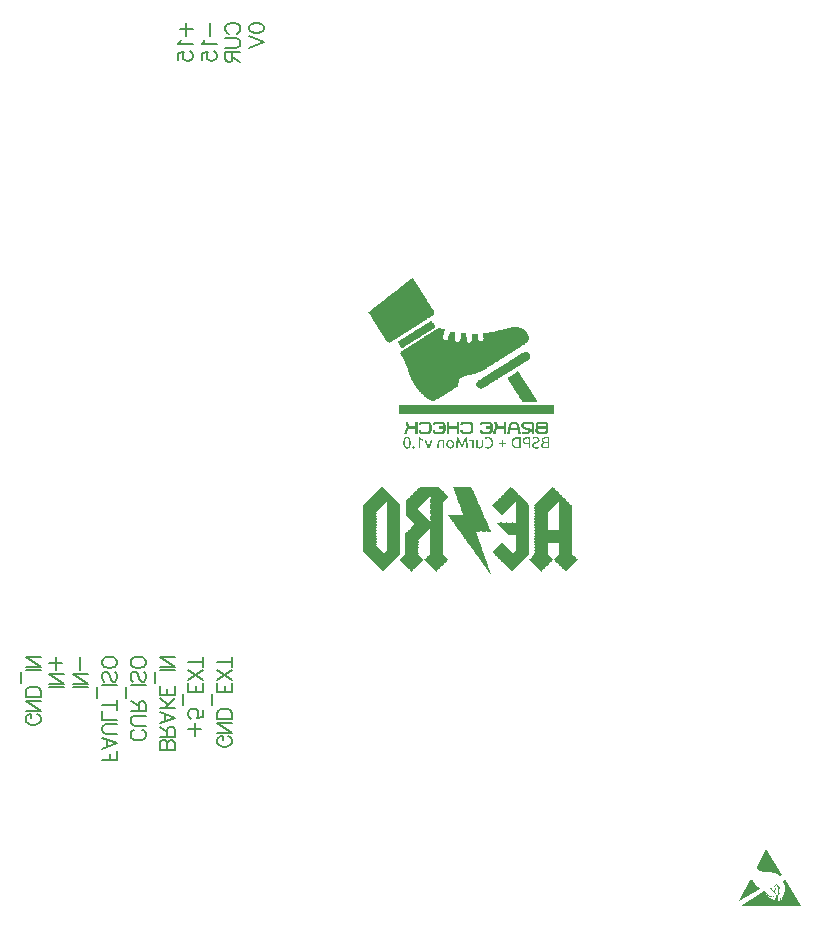
<source format=gbr>
%TF.GenerationSoftware,Altium Limited,Altium Designer,20.0.11 (256)*%
G04 Layer_Color=32896*
%FSLAX26Y26*%
%MOIN*%
%TF.FileFunction,Legend,Bot*%
%TF.Part,Single*%
G01*
G75*
%TA.AperFunction,NonConductor*%
%ADD90C,0.008000*%
G36*
X1930396Y1523098D02*
X1931407D01*
Y1522087D01*
X1932419D01*
Y1521075D01*
X1933430D01*
Y1520064D01*
X1934442D01*
Y1519052D01*
X1935453D01*
Y1518041D01*
X1936465D01*
Y1517029D01*
X1937476D01*
Y1516018D01*
X1938488D01*
Y1515006D01*
X1939499D01*
Y1513995D01*
X1940511D01*
Y1512984D01*
X1941522D01*
Y1511972D01*
X1942534D01*
Y1510961D01*
X1943545D01*
Y1509949D01*
X1944556D01*
Y1508938D01*
X1945568D01*
Y1507926D01*
X1946579D01*
Y1506915D01*
X1947591D01*
Y1505903D01*
X1948602D01*
Y1504892D01*
X1949614D01*
Y1503880D01*
X1950625D01*
Y1502869D01*
X1951637D01*
Y1501857D01*
X1952648D01*
Y1500846D01*
X1953660D01*
Y1499834D01*
X1954671D01*
Y1498823D01*
X1955683D01*
Y1497812D01*
X1956694D01*
Y1496800D01*
X1957706D01*
Y1495789D01*
X1958717D01*
Y1494777D01*
X1959729D01*
Y1493766D01*
X1960740D01*
Y1492754D01*
X1961752D01*
Y1491743D01*
X1962763D01*
Y1490731D01*
X1963774D01*
Y1489720D01*
X1964786D01*
Y1488708D01*
X1965797D01*
Y1487697D01*
X1966809D01*
Y1486685D01*
X1967820D01*
Y1485674D01*
X1968832D01*
Y1484662D01*
X1969843D01*
Y1483651D01*
X1970855D01*
Y1482639D01*
X1971866D01*
Y1481628D01*
X1972878D01*
Y1480616D01*
X1973889D01*
Y1479605D01*
X1974901D01*
Y1478593D01*
X1975912D01*
Y1477582D01*
X1976924D01*
Y1476571D01*
X1977935D01*
Y1475559D01*
X1978947D01*
Y1474548D01*
X1979958D01*
Y1473536D01*
X1980969D01*
Y1472525D01*
X1981981D01*
Y1471513D01*
X1982992D01*
Y1470502D01*
X1984004D01*
Y1469490D01*
X1985015D01*
Y1468479D01*
X1986027D01*
Y1467467D01*
X1987038D01*
Y1466456D01*
X1988050D01*
Y1465444D01*
X1989061D01*
Y1464433D01*
X1990073D01*
Y1463421D01*
X1991084D01*
Y1462410D01*
X1992096D01*
Y1461399D01*
X1993107D01*
Y1460387D01*
X1994119D01*
Y1459376D01*
X1995130D01*
Y1458364D01*
X1996142D01*
Y1457352D01*
X1995130D01*
Y1456341D01*
Y1455330D01*
Y1454318D01*
X1996142D01*
Y1453307D01*
X1995130D01*
Y1452295D01*
Y1451284D01*
Y1450272D01*
X1996142D01*
Y1449261D01*
X1995130D01*
Y1448249D01*
Y1447238D01*
Y1446226D01*
X1996142D01*
Y1445215D01*
X1995130D01*
Y1444203D01*
Y1443192D01*
Y1442180D01*
X1996142D01*
Y1441169D01*
X1995130D01*
Y1440158D01*
Y1439146D01*
Y1438135D01*
X1996142D01*
Y1437123D01*
X1995130D01*
Y1436112D01*
Y1435100D01*
Y1434089D01*
X1996142D01*
Y1433077D01*
X1995130D01*
Y1432066D01*
Y1431054D01*
Y1430043D01*
X1996142D01*
Y1429031D01*
X1995130D01*
Y1428020D01*
Y1427008D01*
Y1425997D01*
X1996142D01*
Y1424985D01*
X1995130D01*
Y1423974D01*
Y1422963D01*
Y1421951D01*
X1996142D01*
Y1420939D01*
X1995130D01*
Y1419928D01*
Y1418917D01*
Y1417905D01*
X1996142D01*
Y1416894D01*
X1995130D01*
Y1415882D01*
Y1414871D01*
Y1413859D01*
X1996142D01*
Y1412848D01*
X1995130D01*
Y1411836D01*
Y1410825D01*
Y1409813D01*
X1996142D01*
Y1408802D01*
X1995130D01*
Y1407790D01*
Y1406779D01*
Y1405767D01*
X1996142D01*
Y1404756D01*
X1995130D01*
Y1403745D01*
Y1402733D01*
Y1401722D01*
X1996142D01*
Y1400710D01*
X1995130D01*
Y1399699D01*
Y1398687D01*
Y1397676D01*
X1996142D01*
Y1396664D01*
X1995130D01*
Y1395653D01*
Y1394641D01*
Y1393630D01*
X1996142D01*
Y1392618D01*
X1995130D01*
Y1391607D01*
Y1390595D01*
Y1389584D01*
X1996142D01*
Y1388572D01*
X1995130D01*
Y1387561D01*
Y1386549D01*
Y1385538D01*
X1996142D01*
Y1384526D01*
X1995130D01*
Y1383515D01*
Y1382504D01*
Y1381492D01*
X1996142D01*
Y1380481D01*
X1995130D01*
Y1379469D01*
Y1378458D01*
Y1377446D01*
X1996142D01*
Y1376435D01*
X1995130D01*
Y1375423D01*
Y1374412D01*
Y1373400D01*
X1996142D01*
Y1372389D01*
X1995130D01*
Y1371377D01*
Y1370366D01*
Y1369354D01*
X1996142D01*
Y1368343D01*
X1995130D01*
Y1367332D01*
Y1366320D01*
Y1365309D01*
X1996142D01*
Y1364297D01*
X1995130D01*
Y1363286D01*
Y1362274D01*
Y1361263D01*
X1996142D01*
Y1360251D01*
X1995130D01*
Y1359240D01*
Y1358228D01*
Y1357217D01*
X1996142D01*
Y1356205D01*
X1995130D01*
Y1355194D01*
Y1354182D01*
Y1353171D01*
X1996142D01*
Y1352159D01*
X1995130D01*
Y1351148D01*
Y1350137D01*
Y1349125D01*
X1996142D01*
Y1348114D01*
X1995130D01*
Y1347102D01*
Y1346091D01*
Y1345079D01*
X1996142D01*
Y1344068D01*
X1995130D01*
Y1343056D01*
Y1342045D01*
Y1341033D01*
X1996142D01*
Y1340022D01*
X1995130D01*
Y1339010D01*
Y1337999D01*
Y1336987D01*
X1996142D01*
Y1335976D01*
X1995130D01*
Y1334964D01*
Y1333953D01*
Y1332941D01*
X1996142D01*
Y1331930D01*
X1995130D01*
Y1330918D01*
Y1329907D01*
Y1328896D01*
X1996142D01*
Y1327884D01*
X1995130D01*
Y1326873D01*
Y1325861D01*
Y1324850D01*
X1996142D01*
Y1323838D01*
X1995130D01*
Y1322827D01*
Y1321815D01*
Y1320804D01*
X1996142D01*
Y1319792D01*
X1995130D01*
Y1318781D01*
Y1317769D01*
Y1316758D01*
X1996142D01*
Y1315746D01*
X1995130D01*
Y1314735D01*
Y1313724D01*
Y1312712D01*
X1996142D01*
Y1311700D01*
X1995130D01*
Y1310689D01*
Y1309678D01*
Y1308666D01*
X1996142D01*
Y1307655D01*
X1995130D01*
Y1306643D01*
Y1305632D01*
Y1304620D01*
X1996142D01*
Y1303609D01*
X1995130D01*
Y1302597D01*
Y1301586D01*
Y1300574D01*
X1996142D01*
Y1299563D01*
X1995130D01*
Y1298551D01*
X1996142D01*
Y1297540D01*
X1997153D01*
Y1296528D01*
X1998165D01*
Y1295517D01*
X1999176D01*
Y1294505D01*
X2000187D01*
Y1293494D01*
X2001199D01*
Y1292483D01*
X2002210D01*
Y1291471D01*
X2003222D01*
Y1290460D01*
X2004233D01*
Y1289448D01*
X2005245D01*
Y1288437D01*
X2006256D01*
Y1287425D01*
X2007268D01*
Y1286414D01*
X2008279D01*
Y1285402D01*
X2009291D01*
Y1284391D01*
X2010302D01*
Y1283379D01*
X2011314D01*
Y1282368D01*
X2012325D01*
Y1281356D01*
X2013337D01*
Y1280345D01*
X2012325D01*
Y1279333D01*
X2011314D01*
Y1278322D01*
X2010302D01*
Y1277311D01*
X2009291D01*
Y1276299D01*
X2008279D01*
Y1275287D01*
X2007268D01*
Y1274276D01*
X2006256D01*
Y1273264D01*
X2005245D01*
Y1272253D01*
X2004233D01*
Y1271242D01*
X2003222D01*
Y1270230D01*
X2002210D01*
Y1269219D01*
X2001199D01*
Y1268207D01*
X2000187D01*
Y1267196D01*
X1999176D01*
Y1266184D01*
X1998165D01*
Y1265173D01*
X1997153D01*
Y1264161D01*
X1996142D01*
Y1263150D01*
X1995130D01*
Y1262138D01*
X1994119D01*
Y1261127D01*
X1993107D01*
Y1260116D01*
X1992096D01*
Y1259104D01*
X1991084D01*
Y1258092D01*
X1990073D01*
Y1257081D01*
X1989061D01*
Y1256070D01*
X1988050D01*
Y1255058D01*
X1987038D01*
Y1254047D01*
X1986027D01*
Y1253035D01*
X1985015D01*
Y1252024D01*
X1984004D01*
Y1251012D01*
X1982992D01*
Y1250001D01*
X1981981D01*
Y1248989D01*
X1980969D01*
Y1247978D01*
X1979958D01*
Y1246966D01*
X1978947D01*
Y1245955D01*
X1977935D01*
Y1244943D01*
X1976924D01*
Y1243932D01*
X1975912D01*
Y1242920D01*
X1974901D01*
Y1241909D01*
X1973889D01*
Y1240897D01*
X1972878D01*
Y1241909D01*
X1971866D01*
Y1242920D01*
X1970855D01*
Y1243932D01*
X1969843D01*
Y1244943D01*
X1968832D01*
Y1245955D01*
X1967820D01*
Y1246966D01*
X1966809D01*
Y1247978D01*
X1965797D01*
Y1248989D01*
X1964786D01*
Y1250001D01*
X1963774D01*
Y1251012D01*
X1962763D01*
Y1252024D01*
X1961752D01*
Y1253035D01*
X1960740D01*
Y1254047D01*
X1959729D01*
Y1255058D01*
X1958717D01*
Y1256070D01*
X1957706D01*
Y1257081D01*
X1956694D01*
Y1258092D01*
X1955683D01*
Y1259104D01*
X1954671D01*
Y1260116D01*
X1953660D01*
Y1261127D01*
X1952648D01*
Y1262138D01*
X1951637D01*
Y1263150D01*
X1950625D01*
Y1264161D01*
X1949614D01*
Y1265173D01*
X1948602D01*
Y1266184D01*
X1947591D01*
Y1267196D01*
X1946579D01*
Y1268207D01*
X1945568D01*
Y1269219D01*
X1944556D01*
Y1270230D01*
X1943545D01*
Y1271242D01*
X1942534D01*
Y1272253D01*
X1941522D01*
Y1273264D01*
X1940511D01*
Y1274276D01*
X1939499D01*
Y1275287D01*
X1938488D01*
Y1276299D01*
X1937476D01*
Y1277311D01*
X1936465D01*
Y1278322D01*
X1935453D01*
Y1279333D01*
X1934442D01*
Y1280345D01*
X1933430D01*
Y1281356D01*
X1934442D01*
Y1282368D01*
X1935453D01*
Y1283379D01*
X1936465D01*
Y1284391D01*
X1937476D01*
Y1285402D01*
X1938488D01*
Y1286414D01*
X1939499D01*
Y1287425D01*
X1940511D01*
Y1288437D01*
X1941522D01*
Y1289448D01*
X1942534D01*
Y1290460D01*
X1943545D01*
Y1291471D01*
X1944556D01*
Y1292483D01*
X1945568D01*
Y1293494D01*
X1946579D01*
Y1294505D01*
X1947591D01*
Y1295517D01*
X1948602D01*
Y1296528D01*
X1949614D01*
Y1297540D01*
X1950625D01*
Y1298551D01*
X1951637D01*
Y1299563D01*
X1950625D01*
Y1300574D01*
X1951637D01*
Y1301586D01*
Y1302597D01*
Y1303609D01*
X1950625D01*
Y1304620D01*
X1951637D01*
Y1305632D01*
Y1306643D01*
Y1307655D01*
X1950625D01*
Y1308666D01*
X1951637D01*
Y1309678D01*
Y1310689D01*
Y1311700D01*
X1950625D01*
Y1312712D01*
X1951637D01*
Y1313724D01*
Y1314735D01*
Y1315746D01*
X1950625D01*
Y1316758D01*
X1951637D01*
Y1317769D01*
Y1318781D01*
Y1319792D01*
X1950625D01*
Y1320804D01*
X1951637D01*
Y1321815D01*
Y1322827D01*
Y1323838D01*
X1950625D01*
Y1324850D01*
X1951637D01*
Y1325861D01*
Y1326873D01*
Y1327884D01*
X1950625D01*
Y1328896D01*
X1951637D01*
Y1329907D01*
Y1330918D01*
Y1331930D01*
X1950625D01*
Y1332941D01*
X1951637D01*
Y1333953D01*
X1950625D01*
Y1334964D01*
X1913201D01*
Y1333953D01*
X1914212D01*
Y1332941D01*
X1913201D01*
Y1331930D01*
X1914212D01*
Y1330918D01*
X1913201D01*
Y1329907D01*
X1914212D01*
Y1328896D01*
X1913201D01*
Y1327884D01*
X1914212D01*
Y1326873D01*
X1913201D01*
Y1325861D01*
X1914212D01*
Y1324850D01*
X1913201D01*
Y1323838D01*
X1914212D01*
Y1322827D01*
X1913201D01*
Y1321815D01*
X1914212D01*
Y1320804D01*
X1913201D01*
Y1319792D01*
X1914212D01*
Y1318781D01*
X1913201D01*
Y1317769D01*
X1914212D01*
Y1316758D01*
X1913201D01*
Y1315746D01*
X1914212D01*
Y1314735D01*
X1913201D01*
Y1313724D01*
X1914212D01*
Y1312712D01*
X1913201D01*
Y1311700D01*
X1914212D01*
Y1310689D01*
X1913201D01*
Y1309678D01*
X1914212D01*
Y1308666D01*
X1913201D01*
Y1307655D01*
X1914212D01*
Y1306643D01*
X1913201D01*
Y1305632D01*
X1914212D01*
Y1304620D01*
X1913201D01*
Y1303609D01*
X1914212D01*
Y1302597D01*
X1913201D01*
Y1301586D01*
X1914212D01*
Y1300574D01*
X1913201D01*
Y1299563D01*
X1914212D01*
Y1298551D01*
Y1297540D01*
X1916235D01*
Y1296528D01*
Y1295517D01*
X1918258D01*
Y1294505D01*
Y1293494D01*
X1920281D01*
Y1292483D01*
Y1291471D01*
X1922304D01*
Y1290460D01*
X1921293D01*
Y1289448D01*
X1924327D01*
Y1288437D01*
Y1287425D01*
X1926350D01*
Y1286414D01*
X1925339D01*
Y1285402D01*
X1928373D01*
Y1284391D01*
Y1283379D01*
X1930396D01*
Y1282368D01*
X1929384D01*
Y1281356D01*
X1932419D01*
Y1280345D01*
X1929384D01*
Y1279333D01*
X1930396D01*
Y1278322D01*
X1927361D01*
Y1277311D01*
X1928373D01*
Y1276299D01*
X1925339D01*
Y1275287D01*
X1926350D01*
Y1274276D01*
X1923316D01*
Y1273264D01*
X1924327D01*
Y1272253D01*
X1921293D01*
Y1271242D01*
X1922304D01*
Y1270230D01*
X1919270D01*
Y1269219D01*
X1920281D01*
Y1268207D01*
X1917247D01*
Y1267196D01*
X1918258D01*
Y1266184D01*
X1915224D01*
Y1265173D01*
X1916235D01*
Y1264161D01*
X1915224D01*
Y1263150D01*
X1914212D01*
Y1262138D01*
X1913201D01*
Y1261127D01*
X1912189D01*
Y1262138D01*
X1911178D01*
Y1261127D01*
X1912189D01*
Y1260116D01*
X1911178D01*
Y1259104D01*
X1910166D01*
Y1258092D01*
X1909155D01*
Y1257081D01*
X1908143D01*
Y1258092D01*
X1907132D01*
Y1257081D01*
X1908143D01*
Y1256070D01*
X1907132D01*
Y1255058D01*
X1906121D01*
Y1254047D01*
X1905109D01*
Y1253035D01*
X1904098D01*
Y1254047D01*
X1903086D01*
Y1253035D01*
X1904098D01*
Y1252024D01*
X1903086D01*
Y1251012D01*
X1902075D01*
Y1250001D01*
X1901063D01*
Y1248989D01*
X1900052D01*
Y1250001D01*
X1899040D01*
Y1248989D01*
X1900052D01*
Y1247978D01*
X1899040D01*
Y1246966D01*
X1898029D01*
Y1245955D01*
X1897017D01*
Y1244943D01*
X1896006D01*
Y1243932D01*
X1894994D01*
Y1242920D01*
X1893983D01*
Y1241909D01*
X1892971D01*
Y1240897D01*
X1891960D01*
Y1241909D01*
X1890948D01*
Y1242920D01*
X1889937D01*
Y1243932D01*
X1888926D01*
Y1244943D01*
X1887914D01*
Y1245955D01*
X1886902D01*
Y1246966D01*
X1885891D01*
Y1247978D01*
X1884880D01*
Y1248989D01*
X1883868D01*
Y1250001D01*
X1882857D01*
Y1251012D01*
X1881845D01*
Y1252024D01*
X1880834D01*
Y1253035D01*
X1879822D01*
Y1254047D01*
X1878811D01*
Y1255058D01*
X1877799D01*
Y1256070D01*
X1876788D01*
Y1257081D01*
X1875776D01*
Y1258092D01*
X1874765D01*
Y1259104D01*
X1873753D01*
Y1260116D01*
X1872742D01*
Y1261127D01*
X1871730D01*
Y1262138D01*
X1870719D01*
Y1263150D01*
X1869707D01*
Y1264161D01*
X1868696D01*
Y1265173D01*
X1867685D01*
Y1266184D01*
X1866673D01*
Y1267196D01*
X1865662D01*
Y1268207D01*
X1864650D01*
Y1269219D01*
X1863639D01*
Y1270230D01*
X1862627D01*
Y1271242D01*
X1861616D01*
Y1272253D01*
X1860604D01*
Y1273264D01*
X1859593D01*
Y1274276D01*
X1858581D01*
Y1275287D01*
X1857570D01*
Y1276299D01*
X1856558D01*
Y1277311D01*
X1855547D01*
Y1278322D01*
X1854535D01*
Y1279333D01*
X1853524D01*
Y1280345D01*
X1852513D01*
Y1281356D01*
X1853524D01*
Y1282368D01*
X1854535D01*
Y1283379D01*
X1855547D01*
Y1284391D01*
X1856558D01*
Y1285402D01*
X1857570D01*
Y1286414D01*
X1858581D01*
Y1287425D01*
X1859593D01*
Y1288437D01*
X1860604D01*
Y1289448D01*
X1861616D01*
Y1290460D01*
X1860604D01*
Y1291471D01*
X1863639D01*
Y1292483D01*
X1862627D01*
Y1293494D01*
X1865662D01*
Y1294505D01*
X1864650D01*
Y1295517D01*
X1866673D01*
Y1296528D01*
Y1297540D01*
X1868696D01*
Y1298551D01*
Y1299563D01*
X1869707D01*
Y1300574D01*
X1868696D01*
Y1301586D01*
X1869707D01*
Y1302597D01*
X1868696D01*
Y1303609D01*
X1869707D01*
Y1304620D01*
X1868696D01*
Y1305632D01*
X1869707D01*
Y1306643D01*
X1868696D01*
Y1307655D01*
X1869707D01*
Y1308666D01*
X1868696D01*
Y1309678D01*
X1869707D01*
Y1310689D01*
X1868696D01*
Y1311700D01*
X1869707D01*
Y1312712D01*
X1868696D01*
Y1313724D01*
X1869707D01*
Y1314735D01*
X1868696D01*
Y1315746D01*
X1869707D01*
Y1316758D01*
X1868696D01*
Y1317769D01*
X1869707D01*
Y1318781D01*
X1868696D01*
Y1319792D01*
X1869707D01*
Y1320804D01*
X1868696D01*
Y1321815D01*
X1869707D01*
Y1322827D01*
X1868696D01*
Y1323838D01*
X1869707D01*
Y1324850D01*
X1868696D01*
Y1325861D01*
X1869707D01*
Y1326873D01*
X1868696D01*
Y1327884D01*
X1869707D01*
Y1328896D01*
X1868696D01*
Y1329907D01*
X1869707D01*
Y1330918D01*
X1868696D01*
Y1331930D01*
X1869707D01*
Y1332941D01*
X1868696D01*
Y1333953D01*
X1869707D01*
Y1334964D01*
X1868696D01*
Y1335976D01*
X1869707D01*
Y1336987D01*
X1868696D01*
Y1337999D01*
X1869707D01*
Y1339010D01*
X1868696D01*
Y1340022D01*
X1869707D01*
Y1341033D01*
X1868696D01*
Y1342045D01*
X1869707D01*
Y1343056D01*
X1868696D01*
Y1344068D01*
X1869707D01*
Y1345079D01*
X1868696D01*
Y1346091D01*
X1869707D01*
Y1347102D01*
X1868696D01*
Y1348114D01*
X1869707D01*
Y1349125D01*
X1868696D01*
Y1350137D01*
X1869707D01*
Y1351148D01*
X1868696D01*
Y1352159D01*
X1869707D01*
Y1353171D01*
X1868696D01*
Y1354182D01*
X1869707D01*
Y1355194D01*
X1868696D01*
Y1356205D01*
X1869707D01*
Y1357217D01*
X1868696D01*
Y1358228D01*
X1869707D01*
Y1359240D01*
X1868696D01*
Y1360251D01*
X1869707D01*
Y1361263D01*
X1868696D01*
Y1362274D01*
X1869707D01*
Y1363286D01*
X1868696D01*
Y1364297D01*
X1869707D01*
Y1365309D01*
X1868696D01*
Y1366320D01*
X1869707D01*
Y1367332D01*
X1868696D01*
Y1368343D01*
X1869707D01*
Y1369354D01*
X1868696D01*
Y1370366D01*
X1869707D01*
Y1371377D01*
X1868696D01*
Y1372389D01*
X1869707D01*
Y1373400D01*
X1868696D01*
Y1374412D01*
X1869707D01*
Y1375423D01*
X1868696D01*
Y1376435D01*
X1869707D01*
Y1377446D01*
X1868696D01*
Y1378458D01*
X1869707D01*
Y1379469D01*
X1868696D01*
Y1380481D01*
X1869707D01*
Y1381492D01*
X1868696D01*
Y1382504D01*
X1869707D01*
Y1383515D01*
X1868696D01*
Y1384526D01*
X1869707D01*
Y1385538D01*
X1868696D01*
Y1386549D01*
X1869707D01*
Y1387561D01*
X1868696D01*
Y1388572D01*
X1869707D01*
Y1389584D01*
X1868696D01*
Y1390595D01*
X1869707D01*
Y1391607D01*
X1868696D01*
Y1392618D01*
X1869707D01*
Y1393630D01*
X1868696D01*
Y1394641D01*
X1869707D01*
Y1395653D01*
X1868696D01*
Y1396664D01*
X1869707D01*
Y1397676D01*
X1868696D01*
Y1398687D01*
X1869707D01*
Y1399699D01*
X1868696D01*
Y1400710D01*
X1869707D01*
Y1401722D01*
X1868696D01*
Y1402733D01*
X1869707D01*
Y1403745D01*
X1868696D01*
Y1404756D01*
X1869707D01*
Y1405767D01*
X1868696D01*
Y1406779D01*
X1869707D01*
Y1407790D01*
X1868696D01*
Y1408802D01*
X1869707D01*
Y1409813D01*
X1868696D01*
Y1410825D01*
X1869707D01*
Y1411836D01*
X1868696D01*
Y1412848D01*
X1869707D01*
Y1413859D01*
X1868696D01*
Y1414871D01*
X1869707D01*
Y1415882D01*
X1868696D01*
Y1416894D01*
X1869707D01*
Y1417905D01*
X1868696D01*
Y1418917D01*
X1869707D01*
Y1419928D01*
X1868696D01*
Y1420939D01*
X1869707D01*
Y1421951D01*
X1868696D01*
Y1422963D01*
X1869707D01*
Y1423974D01*
X1868696D01*
Y1424985D01*
X1869707D01*
Y1425997D01*
X1868696D01*
Y1427008D01*
X1869707D01*
Y1428020D01*
X1868696D01*
Y1429031D01*
X1869707D01*
Y1430043D01*
X1868696D01*
Y1431054D01*
X1869707D01*
Y1432066D01*
X1868696D01*
Y1433077D01*
X1869707D01*
Y1434089D01*
X1868696D01*
Y1435100D01*
X1869707D01*
Y1436112D01*
X1868696D01*
Y1437123D01*
X1869707D01*
Y1438135D01*
X1868696D01*
Y1439146D01*
X1869707D01*
Y1440158D01*
X1868696D01*
Y1441169D01*
X1869707D01*
Y1442180D01*
X1868696D01*
Y1443192D01*
X1869707D01*
Y1444203D01*
X1868696D01*
Y1445215D01*
X1869707D01*
Y1446226D01*
X1868696D01*
Y1447238D01*
X1869707D01*
Y1448249D01*
X1868696D01*
Y1449261D01*
X1869707D01*
Y1450272D01*
X1868696D01*
Y1451284D01*
X1869707D01*
Y1452295D01*
X1868696D01*
Y1453307D01*
X1869707D01*
Y1454318D01*
X1868696D01*
Y1455330D01*
X1869707D01*
Y1456341D01*
X1868696D01*
Y1457352D01*
X1869707D01*
Y1458364D01*
X1868696D01*
Y1459376D01*
X1869707D01*
Y1460387D01*
X1868696D01*
Y1461399D01*
X1869707D01*
Y1462410D01*
X1868696D01*
Y1463421D01*
X1869707D01*
Y1464433D01*
X1870719D01*
Y1465444D01*
X1871730D01*
Y1466456D01*
X1872742D01*
Y1467467D01*
X1873753D01*
Y1468479D01*
X1874765D01*
Y1469490D01*
X1875776D01*
Y1470502D01*
X1876788D01*
Y1471513D01*
X1877799D01*
Y1472525D01*
X1878811D01*
Y1473536D01*
X1879822D01*
Y1474548D01*
X1880834D01*
Y1475559D01*
X1881845D01*
Y1476571D01*
X1882857D01*
Y1475559D01*
X1883868D01*
Y1476571D01*
X1882857D01*
Y1477582D01*
X1883868D01*
Y1478593D01*
X1884880D01*
Y1479605D01*
X1885891D01*
Y1480616D01*
X1886902D01*
Y1481628D01*
X1887914D01*
Y1482639D01*
X1888926D01*
Y1483651D01*
X1889937D01*
Y1484662D01*
X1890948D01*
Y1483651D01*
X1891960D01*
Y1484662D01*
X1890948D01*
Y1485674D01*
X1891960D01*
Y1486685D01*
X1892971D01*
Y1487697D01*
X1893983D01*
Y1488708D01*
X1894994D01*
Y1489720D01*
X1896006D01*
Y1490731D01*
X1897017D01*
Y1491743D01*
X1898029D01*
Y1492754D01*
X1899040D01*
Y1493766D01*
X1900052D01*
Y1494777D01*
X1901063D01*
Y1495789D01*
X1902075D01*
Y1496800D01*
X1903086D01*
Y1497812D01*
X1904098D01*
Y1498823D01*
X1905109D01*
Y1499834D01*
X1906121D01*
Y1500846D01*
X1907132D01*
Y1499834D01*
X1908143D01*
Y1500846D01*
X1907132D01*
Y1501857D01*
X1908143D01*
Y1502869D01*
X1909155D01*
Y1503880D01*
X1910166D01*
Y1504892D01*
X1911178D01*
Y1505903D01*
X1912189D01*
Y1506915D01*
X1913201D01*
Y1507926D01*
X1914212D01*
Y1508938D01*
X1915224D01*
Y1507926D01*
X1916235D01*
Y1508938D01*
X1915224D01*
Y1509949D01*
X1916235D01*
Y1510961D01*
X1917247D01*
Y1511972D01*
X1918258D01*
Y1512984D01*
X1919270D01*
Y1513995D01*
X1920281D01*
Y1515006D01*
X1921293D01*
Y1516018D01*
X1922304D01*
Y1517029D01*
X1923316D01*
Y1518041D01*
X1924327D01*
Y1519052D01*
X1925339D01*
Y1520064D01*
X1926350D01*
Y1521075D01*
X1927361D01*
Y1522087D01*
X1928373D01*
Y1523098D01*
X1929384D01*
Y1524110D01*
X1930396D01*
Y1523098D01*
D02*
G37*
G36*
X1659321D02*
Y1522087D01*
Y1521075D01*
X1660333D01*
Y1520064D01*
X1661344D01*
Y1519052D01*
Y1518041D01*
Y1517029D01*
X1662356D01*
Y1516018D01*
X1663367D01*
Y1515006D01*
X1662356D01*
Y1513995D01*
X1663367D01*
Y1512984D01*
X1664379D01*
Y1511972D01*
X1665390D01*
Y1510961D01*
X1664379D01*
Y1509949D01*
X1665390D01*
Y1508938D01*
X1666402D01*
Y1507926D01*
Y1506915D01*
Y1505903D01*
X1667413D01*
Y1504892D01*
Y1503880D01*
X1668425D01*
Y1502869D01*
Y1501857D01*
X1669436D01*
Y1500846D01*
X1668425D01*
Y1499834D01*
X1669436D01*
Y1498823D01*
X1670447D01*
Y1497812D01*
X1671459D01*
Y1496800D01*
X1670447D01*
Y1495789D01*
X1671459D01*
Y1494777D01*
X1672470D01*
Y1493766D01*
Y1492754D01*
Y1491743D01*
X1673482D01*
Y1490731D01*
Y1489720D01*
X1674493D01*
Y1488708D01*
Y1487697D01*
X1675505D01*
Y1486685D01*
X1674493D01*
Y1485674D01*
X1675505D01*
Y1484662D01*
X1676516D01*
Y1483651D01*
X1677528D01*
Y1482639D01*
X1676516D01*
Y1481628D01*
X1677528D01*
Y1480616D01*
X1678539D01*
Y1479605D01*
Y1478593D01*
Y1477582D01*
X1679551D01*
Y1476571D01*
Y1475559D01*
X1681574D01*
Y1474548D01*
X1680562D01*
Y1473536D01*
X1681574D01*
Y1472525D01*
Y1471513D01*
Y1470502D01*
X1682585D01*
Y1469490D01*
X1683597D01*
Y1468479D01*
X1682585D01*
Y1467467D01*
X1683597D01*
Y1466456D01*
X1684608D01*
Y1465444D01*
X1685620D01*
Y1464433D01*
X1684608D01*
Y1463421D01*
X1685620D01*
Y1462410D01*
X1686631D01*
Y1461399D01*
Y1460387D01*
Y1459376D01*
X1687642D01*
Y1458364D01*
X1688654D01*
Y1457352D01*
Y1456341D01*
Y1455330D01*
X1689666D01*
Y1454318D01*
Y1453307D01*
Y1452295D01*
X1690677D01*
Y1451284D01*
X1691688D01*
Y1450272D01*
X1690677D01*
Y1449261D01*
X1691688D01*
Y1448249D01*
X1692700D01*
Y1447238D01*
X1693711D01*
Y1446226D01*
X1692700D01*
Y1445215D01*
X1693711D01*
Y1444203D01*
X1694723D01*
Y1443192D01*
Y1442180D01*
Y1441169D01*
X1695734D01*
Y1440158D01*
Y1439146D01*
X1696746D01*
Y1438135D01*
Y1437123D01*
X1697757D01*
Y1436112D01*
X1696746D01*
Y1435100D01*
X1697757D01*
Y1434089D01*
X1698769D01*
Y1433077D01*
X1699780D01*
Y1432066D01*
X1698769D01*
Y1431054D01*
X1699780D01*
Y1430043D01*
X1700792D01*
Y1429031D01*
Y1428020D01*
Y1427008D01*
X1701803D01*
Y1425997D01*
Y1424985D01*
X1702815D01*
Y1423974D01*
Y1422963D01*
X1703826D01*
Y1421951D01*
X1702815D01*
Y1420939D01*
X1703826D01*
Y1419928D01*
X1704838D01*
Y1418917D01*
X1705849D01*
Y1417905D01*
Y1416894D01*
Y1415882D01*
X1706860D01*
Y1414871D01*
X1707872D01*
Y1413859D01*
X1706860D01*
Y1412848D01*
X1707872D01*
Y1411836D01*
X1708883D01*
Y1410825D01*
X1709895D01*
Y1409813D01*
X1708883D01*
Y1408802D01*
X1709895D01*
Y1407790D01*
Y1406779D01*
X1710906D01*
Y1405767D01*
Y1404756D01*
X1711918D01*
Y1403745D01*
Y1402733D01*
Y1401722D01*
X1712929D01*
Y1400710D01*
X1713941D01*
Y1399699D01*
X1712929D01*
Y1398687D01*
X1713941D01*
Y1397676D01*
X1714952D01*
Y1396664D01*
X1715964D01*
Y1395653D01*
X1714952D01*
Y1394641D01*
X1715964D01*
Y1393630D01*
X1716975D01*
Y1392618D01*
Y1391607D01*
Y1390595D01*
X1717987D01*
Y1389584D01*
Y1388572D01*
Y1387561D01*
X1718998D01*
Y1386549D01*
X1720010D01*
Y1385538D01*
X1718998D01*
Y1384526D01*
X1720010D01*
Y1383515D01*
X1721021D01*
Y1382504D01*
X1722033D01*
Y1381492D01*
X1721021D01*
Y1380481D01*
X1722033D01*
Y1379469D01*
X1723044D01*
Y1378458D01*
Y1377446D01*
Y1376435D01*
X1724055D01*
Y1375423D01*
X1723044D01*
Y1374412D01*
X1722033D01*
Y1375423D01*
X1721021D01*
Y1374412D01*
X1717987D01*
Y1375423D01*
X1716975D01*
Y1374412D01*
X1713941D01*
Y1375423D01*
X1712929D01*
Y1374412D01*
X1709895D01*
Y1375423D01*
X1708883D01*
Y1374412D01*
X1705849D01*
Y1375423D01*
X1704838D01*
Y1374412D01*
X1701803D01*
Y1375423D01*
X1700792D01*
Y1374412D01*
X1697757D01*
Y1375423D01*
X1696746D01*
Y1374412D01*
X1693711D01*
Y1375423D01*
X1692700D01*
Y1374412D01*
X1689666D01*
Y1375423D01*
X1688654D01*
Y1374412D01*
X1685620D01*
Y1375423D01*
X1684608D01*
Y1374412D01*
X1681574D01*
Y1375423D01*
X1680562D01*
Y1374412D01*
X1677528D01*
Y1375423D01*
X1676516D01*
Y1374412D01*
X1675505D01*
Y1373400D01*
X1674493D01*
Y1372389D01*
X1675505D01*
Y1371377D01*
Y1370366D01*
X1676516D01*
Y1369354D01*
Y1368343D01*
X1677528D01*
Y1367332D01*
X1676516D01*
Y1366320D01*
X1677528D01*
Y1365309D01*
Y1364297D01*
Y1363286D01*
X1678539D01*
Y1362274D01*
X1679551D01*
Y1361263D01*
X1678539D01*
Y1360251D01*
X1679551D01*
Y1359240D01*
Y1358228D01*
X1680562D01*
Y1357217D01*
Y1356205D01*
X1681574D01*
Y1355194D01*
X1680562D01*
Y1354182D01*
X1681574D01*
Y1353171D01*
Y1352159D01*
X1682585D01*
Y1351148D01*
Y1350137D01*
X1683597D01*
Y1349125D01*
X1682585D01*
Y1348114D01*
X1683597D01*
Y1347102D01*
X1684608D01*
Y1346091D01*
X1685620D01*
Y1345079D01*
X1684608D01*
Y1344068D01*
X1685620D01*
Y1343056D01*
X1684608D01*
Y1342045D01*
X1685620D01*
Y1341033D01*
X1686631D01*
Y1340022D01*
Y1339010D01*
Y1337999D01*
X1687642D01*
Y1336987D01*
X1686631D01*
Y1335976D01*
X1687642D01*
Y1334964D01*
X1688654D01*
Y1333953D01*
X1689666D01*
Y1332941D01*
X1688654D01*
Y1331930D01*
X1689666D01*
Y1330918D01*
X1688654D01*
Y1329907D01*
X1689666D01*
Y1328896D01*
X1690677D01*
Y1327884D01*
X1691688D01*
Y1326873D01*
X1690677D01*
Y1325861D01*
X1691688D01*
Y1324850D01*
Y1323838D01*
Y1322827D01*
X1692700D01*
Y1321815D01*
X1693711D01*
Y1320804D01*
X1692700D01*
Y1319792D01*
X1693711D01*
Y1318781D01*
Y1317769D01*
Y1316758D01*
X1694723D01*
Y1315746D01*
X1695734D01*
Y1314735D01*
X1694723D01*
Y1313724D01*
X1695734D01*
Y1312712D01*
X1696746D01*
Y1311700D01*
X1695734D01*
Y1310689D01*
X1696746D01*
Y1309678D01*
X1697757D01*
Y1308666D01*
X1696746D01*
Y1307655D01*
X1697757D01*
Y1306643D01*
X1698769D01*
Y1305632D01*
Y1304620D01*
Y1303609D01*
X1699780D01*
Y1302597D01*
X1698769D01*
Y1301586D01*
X1699780D01*
Y1300574D01*
X1700792D01*
Y1299563D01*
Y1298551D01*
Y1297540D01*
X1701803D01*
Y1296528D01*
Y1295517D01*
Y1294505D01*
X1702815D01*
Y1293494D01*
Y1292483D01*
Y1291471D01*
X1703826D01*
Y1290460D01*
X1702815D01*
Y1289448D01*
X1703826D01*
Y1288437D01*
X1704838D01*
Y1287425D01*
Y1286414D01*
Y1285402D01*
X1705849D01*
Y1284391D01*
Y1283379D01*
Y1282368D01*
X1706860D01*
Y1281356D01*
Y1280345D01*
Y1279333D01*
X1707872D01*
Y1278322D01*
Y1277311D01*
Y1276299D01*
X1708883D01*
Y1275287D01*
X1709895D01*
Y1274276D01*
X1708883D01*
Y1273264D01*
X1709895D01*
Y1272253D01*
Y1271242D01*
Y1270230D01*
X1710906D01*
Y1269219D01*
X1711918D01*
Y1268207D01*
X1710906D01*
Y1267196D01*
X1711918D01*
Y1266184D01*
Y1265173D01*
X1713941D01*
Y1264161D01*
X1712929D01*
Y1263150D01*
X1713941D01*
Y1262138D01*
X1712929D01*
Y1261127D01*
X1713941D01*
Y1260116D01*
Y1259104D01*
X1714952D01*
Y1258092D01*
Y1257081D01*
X1715964D01*
Y1256070D01*
X1714952D01*
Y1255058D01*
X1715964D01*
Y1254047D01*
Y1253035D01*
X1717987D01*
Y1252024D01*
X1716975D01*
Y1251012D01*
X1717987D01*
Y1250001D01*
X1716975D01*
Y1248989D01*
X1717987D01*
Y1247978D01*
X1718998D01*
Y1246966D01*
Y1245955D01*
Y1244943D01*
X1720010D01*
Y1243932D01*
X1718998D01*
Y1242920D01*
X1720010D01*
Y1241909D01*
X1721021D01*
Y1240897D01*
X1722033D01*
Y1239886D01*
X1721021D01*
Y1238874D01*
X1722033D01*
Y1237863D01*
X1721021D01*
Y1236852D01*
X1722033D01*
Y1235840D01*
X1723044D01*
Y1234829D01*
X1724055D01*
Y1233817D01*
X1723044D01*
Y1232806D01*
X1722033D01*
Y1233817D01*
X1721021D01*
Y1234829D01*
X1720010D01*
Y1235840D01*
X1718998D01*
Y1236852D01*
Y1237863D01*
X1717987D01*
Y1238874D01*
Y1239886D01*
X1716975D01*
Y1240897D01*
X1715964D01*
Y1241909D01*
X1714952D01*
Y1242920D01*
Y1243932D01*
X1712929D01*
Y1244943D01*
X1713941D01*
Y1245955D01*
X1712929D01*
Y1246966D01*
X1711918D01*
Y1247978D01*
X1710906D01*
Y1248989D01*
X1709895D01*
Y1250001D01*
X1708883D01*
Y1251012D01*
Y1252024D01*
X1707872D01*
Y1253035D01*
Y1254047D01*
X1706860D01*
Y1255058D01*
X1705849D01*
Y1256070D01*
X1704838D01*
Y1257081D01*
X1705849D01*
Y1258092D01*
X1702815D01*
Y1259104D01*
X1703826D01*
Y1260116D01*
X1702815D01*
Y1261127D01*
X1701803D01*
Y1262138D01*
X1700792D01*
Y1263150D01*
X1699780D01*
Y1264161D01*
X1698769D01*
Y1265173D01*
Y1266184D01*
X1697757D01*
Y1267196D01*
Y1268207D01*
X1696746D01*
Y1269219D01*
X1695734D01*
Y1270230D01*
X1694723D01*
Y1271242D01*
X1693711D01*
Y1272253D01*
X1692700D01*
Y1273264D01*
X1693711D01*
Y1274276D01*
X1692700D01*
Y1275287D01*
X1691688D01*
Y1276299D01*
X1690677D01*
Y1277311D01*
X1689666D01*
Y1278322D01*
X1688654D01*
Y1279333D01*
X1687642D01*
Y1280345D01*
Y1281356D01*
Y1282368D01*
X1686631D01*
Y1283379D01*
X1685620D01*
Y1284391D01*
X1684608D01*
Y1285402D01*
X1683597D01*
Y1286414D01*
X1682585D01*
Y1287425D01*
X1683597D01*
Y1288437D01*
X1682585D01*
Y1289448D01*
X1681574D01*
Y1290460D01*
X1680562D01*
Y1291471D01*
X1679551D01*
Y1292483D01*
X1678539D01*
Y1293494D01*
X1677528D01*
Y1294505D01*
Y1295517D01*
Y1296528D01*
X1676516D01*
Y1297540D01*
X1675505D01*
Y1298551D01*
X1674493D01*
Y1299563D01*
X1673482D01*
Y1300574D01*
X1672470D01*
Y1301586D01*
X1673482D01*
Y1302597D01*
X1672470D01*
Y1303609D01*
X1671459D01*
Y1304620D01*
X1670447D01*
Y1305632D01*
X1669436D01*
Y1306643D01*
X1668425D01*
Y1307655D01*
X1667413D01*
Y1308666D01*
X1666402D01*
Y1309678D01*
X1667413D01*
Y1310689D01*
X1666402D01*
Y1311700D01*
X1665390D01*
Y1312712D01*
X1664379D01*
Y1313724D01*
X1663367D01*
Y1314735D01*
X1662356D01*
Y1315746D01*
X1663367D01*
Y1316758D01*
X1660333D01*
Y1317769D01*
X1661344D01*
Y1318781D01*
X1660333D01*
Y1319792D01*
X1659321D01*
Y1320804D01*
X1658310D01*
Y1321815D01*
X1657298D01*
Y1322827D01*
Y1323838D01*
Y1324850D01*
X1655275D01*
Y1325861D01*
Y1326873D01*
X1654264D01*
Y1327884D01*
X1653252D01*
Y1328896D01*
X1652241D01*
Y1329907D01*
X1653252D01*
Y1330918D01*
X1650218D01*
Y1331930D01*
X1651229D01*
Y1332941D01*
X1650218D01*
Y1333953D01*
X1649207D01*
Y1334964D01*
X1648195D01*
Y1335976D01*
X1647184D01*
Y1336987D01*
X1646172D01*
Y1337999D01*
X1647184D01*
Y1339010D01*
X1645161D01*
Y1340022D01*
Y1341033D01*
X1644149D01*
Y1342045D01*
X1643138D01*
Y1343056D01*
X1642126D01*
Y1344068D01*
Y1345079D01*
X1640103D01*
Y1346091D01*
X1641115D01*
Y1347102D01*
X1640103D01*
Y1348114D01*
X1639092D01*
Y1349125D01*
X1638080D01*
Y1350137D01*
X1637069D01*
Y1351148D01*
X1636057D01*
Y1352159D01*
Y1353171D01*
X1635046D01*
Y1354182D01*
Y1355194D01*
X1634034D01*
Y1356205D01*
X1633023D01*
Y1357217D01*
X1632012D01*
Y1358228D01*
Y1359240D01*
X1629989D01*
Y1360251D01*
X1631000D01*
Y1361263D01*
X1629989D01*
Y1362274D01*
X1628977D01*
Y1363286D01*
X1627966D01*
Y1364297D01*
X1626954D01*
Y1365309D01*
X1625943D01*
Y1366320D01*
Y1367332D01*
X1624931D01*
Y1368343D01*
Y1369354D01*
X1623920D01*
Y1370366D01*
X1622908D01*
Y1371377D01*
X1621897D01*
Y1372389D01*
Y1373400D01*
X1619874D01*
Y1374412D01*
X1620885D01*
Y1375423D01*
X1619874D01*
Y1376435D01*
X1618862D01*
Y1377446D01*
X1617851D01*
Y1378458D01*
X1616839D01*
Y1379469D01*
X1615828D01*
Y1380481D01*
Y1381492D01*
X1614816D01*
Y1382504D01*
Y1383515D01*
X1613805D01*
Y1384526D01*
X1612794D01*
Y1385538D01*
X1611782D01*
Y1386549D01*
Y1387561D01*
X1609759D01*
Y1388572D01*
X1610771D01*
Y1389584D01*
X1609759D01*
Y1390595D01*
X1608748D01*
Y1391607D01*
X1607736D01*
Y1392618D01*
X1606725D01*
Y1393630D01*
X1605713D01*
Y1394641D01*
Y1395653D01*
X1604702D01*
Y1396664D01*
Y1397676D01*
X1603690D01*
Y1398687D01*
X1602679D01*
Y1399699D01*
X1601667D01*
Y1400710D01*
X1600656D01*
Y1401722D01*
X1599644D01*
Y1402733D01*
X1600656D01*
Y1403745D01*
X1599644D01*
Y1404756D01*
X1598633D01*
Y1405767D01*
X1597621D01*
Y1406779D01*
X1596610D01*
Y1407790D01*
X1595599D01*
Y1408802D01*
X1594587D01*
Y1409813D01*
Y1410825D01*
Y1411836D01*
X1593575D01*
Y1412848D01*
X1592564D01*
Y1413859D01*
X1591553D01*
Y1414871D01*
X1590541D01*
Y1415882D01*
X1589530D01*
Y1416894D01*
X1590541D01*
Y1417905D01*
X1587507D01*
Y1418917D01*
X1588518D01*
Y1419928D01*
X1587507D01*
Y1420939D01*
X1586495D01*
Y1421951D01*
X1585484D01*
Y1422963D01*
X1584472D01*
Y1423974D01*
Y1424985D01*
Y1425997D01*
X1583461D01*
Y1427008D01*
X1582449D01*
Y1428020D01*
X1581438D01*
Y1429031D01*
X1582449D01*
Y1430043D01*
X1583461D01*
Y1429031D01*
X1584472D01*
Y1430043D01*
X1583461D01*
Y1431054D01*
X1584472D01*
Y1430043D01*
X1585484D01*
Y1429031D01*
X1586495D01*
Y1430043D01*
X1587507D01*
Y1429031D01*
X1588518D01*
Y1430043D01*
X1587507D01*
Y1431054D01*
X1588518D01*
Y1430043D01*
X1589530D01*
Y1429031D01*
X1590541D01*
Y1430043D01*
X1591553D01*
Y1429031D01*
X1592564D01*
Y1430043D01*
X1591553D01*
Y1431054D01*
X1592564D01*
Y1430043D01*
X1593575D01*
Y1429031D01*
X1594587D01*
Y1430043D01*
X1595599D01*
Y1429031D01*
X1596610D01*
Y1430043D01*
X1595599D01*
Y1431054D01*
X1596610D01*
Y1430043D01*
X1597621D01*
Y1429031D01*
X1598633D01*
Y1430043D01*
X1599644D01*
Y1429031D01*
X1600656D01*
Y1430043D01*
X1599644D01*
Y1431054D01*
X1600656D01*
Y1430043D01*
X1601667D01*
Y1429031D01*
X1602679D01*
Y1430043D01*
X1603690D01*
Y1429031D01*
X1604702D01*
Y1430043D01*
X1603690D01*
Y1431054D01*
X1604702D01*
Y1430043D01*
X1605713D01*
Y1429031D01*
X1606725D01*
Y1430043D01*
X1607736D01*
Y1429031D01*
X1608748D01*
Y1430043D01*
X1607736D01*
Y1431054D01*
X1608748D01*
Y1430043D01*
X1609759D01*
Y1429031D01*
X1610771D01*
Y1430043D01*
X1611782D01*
Y1429031D01*
X1612794D01*
Y1430043D01*
X1611782D01*
Y1431054D01*
X1612794D01*
Y1430043D01*
X1613805D01*
Y1429031D01*
X1614816D01*
Y1430043D01*
X1615828D01*
Y1429031D01*
X1616839D01*
Y1430043D01*
X1615828D01*
Y1431054D01*
X1616839D01*
Y1430043D01*
X1617851D01*
Y1429031D01*
X1618862D01*
Y1430043D01*
X1619874D01*
Y1429031D01*
X1620885D01*
Y1430043D01*
X1619874D01*
Y1431054D01*
X1620885D01*
Y1430043D01*
X1621897D01*
Y1429031D01*
X1622908D01*
Y1430043D01*
X1623920D01*
Y1429031D01*
X1624931D01*
Y1430043D01*
X1623920D01*
Y1431054D01*
X1624931D01*
Y1430043D01*
X1625943D01*
Y1429031D01*
X1626954D01*
Y1430043D01*
X1627966D01*
Y1429031D01*
X1628977D01*
Y1430043D01*
X1627966D01*
Y1431054D01*
X1628977D01*
Y1430043D01*
X1629989D01*
Y1429031D01*
X1631000D01*
Y1430043D01*
X1632012D01*
Y1431054D01*
X1631000D01*
Y1432066D01*
X1629989D01*
Y1433077D01*
X1631000D01*
Y1434089D01*
X1629989D01*
Y1435100D01*
Y1436112D01*
Y1437123D01*
X1628977D01*
Y1438135D01*
X1627966D01*
Y1439146D01*
X1628977D01*
Y1440158D01*
X1627966D01*
Y1441169D01*
X1626954D01*
Y1442180D01*
Y1443192D01*
Y1444203D01*
X1625943D01*
Y1445215D01*
X1626954D01*
Y1446226D01*
X1625943D01*
Y1447238D01*
X1624931D01*
Y1448249D01*
Y1449261D01*
Y1450272D01*
X1623920D01*
Y1451284D01*
X1624931D01*
Y1452295D01*
X1623920D01*
Y1453307D01*
X1622908D01*
Y1454318D01*
Y1455330D01*
Y1456341D01*
X1621897D01*
Y1457352D01*
Y1458364D01*
Y1459376D01*
X1620885D01*
Y1460387D01*
X1619874D01*
Y1461399D01*
X1620885D01*
Y1462410D01*
X1619874D01*
Y1463421D01*
Y1464433D01*
Y1465444D01*
X1618862D01*
Y1466456D01*
X1617851D01*
Y1467467D01*
X1618862D01*
Y1468479D01*
X1617851D01*
Y1469490D01*
X1616839D01*
Y1470502D01*
X1615828D01*
Y1471513D01*
X1616839D01*
Y1472525D01*
X1615828D01*
Y1473536D01*
Y1474548D01*
Y1475559D01*
X1614816D01*
Y1476571D01*
X1613805D01*
Y1477582D01*
X1614816D01*
Y1478593D01*
X1613805D01*
Y1479605D01*
Y1480616D01*
X1612794D01*
Y1481628D01*
Y1482639D01*
X1611782D01*
Y1483651D01*
X1612794D01*
Y1484662D01*
X1611782D01*
Y1485674D01*
X1610771D01*
Y1486685D01*
Y1487697D01*
Y1488708D01*
X1609759D01*
Y1489720D01*
X1610771D01*
Y1490731D01*
X1609759D01*
Y1491743D01*
X1608748D01*
Y1492754D01*
Y1493766D01*
Y1494777D01*
X1607736D01*
Y1495789D01*
X1608748D01*
Y1496800D01*
X1607736D01*
Y1497812D01*
X1606725D01*
Y1498823D01*
X1605713D01*
Y1499834D01*
X1606725D01*
Y1500846D01*
X1605713D01*
Y1501857D01*
Y1502869D01*
Y1503880D01*
X1604702D01*
Y1504892D01*
X1603690D01*
Y1505903D01*
X1604702D01*
Y1506915D01*
X1603690D01*
Y1507926D01*
X1602679D01*
Y1508938D01*
Y1509949D01*
Y1510961D01*
X1601667D01*
Y1511972D01*
X1602679D01*
Y1512984D01*
X1601667D01*
Y1513995D01*
X1600656D01*
Y1515006D01*
X1599644D01*
Y1516018D01*
X1600656D01*
Y1517029D01*
X1599644D01*
Y1518041D01*
Y1519052D01*
Y1520064D01*
X1598633D01*
Y1521075D01*
X1597621D01*
Y1522087D01*
X1598633D01*
Y1523098D01*
X1597621D01*
Y1524110D01*
X1659321D01*
Y1523098D01*
D02*
G37*
G36*
X1791824Y1522087D02*
X1792836D01*
Y1521075D01*
X1793847D01*
Y1520064D01*
X1795870D01*
Y1519052D01*
Y1518041D01*
X1796881D01*
Y1517029D01*
X1797893D01*
Y1516018D01*
X1799916D01*
Y1515006D01*
Y1513995D01*
X1800927D01*
Y1512984D01*
X1801939D01*
Y1511972D01*
X1803962D01*
Y1510961D01*
Y1509949D01*
X1804973D01*
Y1508938D01*
X1805985D01*
Y1507926D01*
X1808008D01*
Y1506915D01*
Y1505903D01*
X1809019D01*
Y1504892D01*
X1810031D01*
Y1503880D01*
X1812054D01*
Y1502869D01*
Y1501857D01*
X1813065D01*
Y1500846D01*
X1814077D01*
Y1499834D01*
X1816100D01*
Y1498823D01*
Y1497812D01*
X1817111D01*
Y1496800D01*
X1818122D01*
Y1495789D01*
X1820145D01*
Y1494777D01*
Y1493766D01*
X1821157D01*
Y1492754D01*
X1822168D01*
Y1491743D01*
X1824191D01*
Y1490731D01*
Y1489720D01*
X1825203D01*
Y1488708D01*
X1826214D01*
Y1487697D01*
X1828237D01*
Y1486685D01*
Y1485674D01*
X1829249D01*
Y1484662D01*
X1830260D01*
Y1483651D01*
X1832283D01*
Y1482639D01*
Y1481628D01*
X1833294D01*
Y1480616D01*
X1834306D01*
Y1479605D01*
X1836329D01*
Y1478593D01*
Y1477582D01*
X1837340D01*
Y1476571D01*
X1838352D01*
Y1475559D01*
X1840375D01*
Y1474548D01*
Y1473536D01*
X1841386D01*
Y1472525D01*
X1842398D01*
Y1471513D01*
X1844421D01*
Y1470502D01*
Y1469490D01*
X1845432D01*
Y1468479D01*
X1846444D01*
Y1467467D01*
X1848467D01*
Y1466456D01*
Y1465444D01*
X1849478D01*
Y1464433D01*
X1850489D01*
Y1463421D01*
X1851501D01*
Y1462410D01*
X1852513D01*
Y1461399D01*
X1851501D01*
Y1460387D01*
X1852513D01*
Y1459376D01*
X1851501D01*
Y1458364D01*
X1852513D01*
Y1457352D01*
X1851501D01*
Y1456341D01*
X1852513D01*
Y1455330D01*
X1851501D01*
Y1454318D01*
X1852513D01*
Y1453307D01*
X1851501D01*
Y1452295D01*
X1852513D01*
Y1451284D01*
X1851501D01*
Y1450272D01*
X1852513D01*
Y1449261D01*
X1851501D01*
Y1448249D01*
X1852513D01*
Y1447238D01*
X1851501D01*
Y1446226D01*
X1852513D01*
Y1445215D01*
X1851501D01*
Y1444203D01*
X1852513D01*
Y1443192D01*
X1851501D01*
Y1442180D01*
X1852513D01*
Y1441169D01*
X1851501D01*
Y1440158D01*
X1852513D01*
Y1439146D01*
X1851501D01*
Y1438135D01*
X1852513D01*
Y1437123D01*
X1851501D01*
Y1436112D01*
X1852513D01*
Y1435100D01*
X1851501D01*
Y1434089D01*
X1852513D01*
Y1433077D01*
X1851501D01*
Y1432066D01*
X1852513D01*
Y1431054D01*
X1851501D01*
Y1430043D01*
X1852513D01*
Y1429031D01*
X1851501D01*
Y1428020D01*
X1852513D01*
Y1427008D01*
X1851501D01*
Y1425997D01*
X1852513D01*
Y1424985D01*
X1851501D01*
Y1423974D01*
X1852513D01*
Y1422963D01*
X1851501D01*
Y1421951D01*
X1852513D01*
Y1420939D01*
X1851501D01*
Y1419928D01*
X1852513D01*
Y1418917D01*
X1851501D01*
Y1417905D01*
X1852513D01*
Y1416894D01*
X1851501D01*
Y1415882D01*
X1852513D01*
Y1414871D01*
X1851501D01*
Y1413859D01*
X1852513D01*
Y1412848D01*
X1851501D01*
Y1411836D01*
X1852513D01*
Y1410825D01*
X1851501D01*
Y1409813D01*
X1852513D01*
Y1408802D01*
X1851501D01*
Y1407790D01*
X1852513D01*
Y1406779D01*
X1851501D01*
Y1405767D01*
X1852513D01*
Y1404756D01*
X1851501D01*
Y1403745D01*
X1852513D01*
Y1402733D01*
X1851501D01*
Y1401722D01*
X1852513D01*
Y1400710D01*
X1851501D01*
Y1399699D01*
X1852513D01*
Y1398687D01*
X1851501D01*
Y1397676D01*
X1852513D01*
Y1396664D01*
X1851501D01*
Y1395653D01*
X1852513D01*
Y1394641D01*
X1851501D01*
Y1393630D01*
X1852513D01*
Y1392618D01*
X1851501D01*
Y1391607D01*
X1852513D01*
Y1390595D01*
X1851501D01*
Y1389584D01*
X1852513D01*
Y1388572D01*
X1851501D01*
Y1387561D01*
X1852513D01*
Y1386549D01*
X1851501D01*
Y1385538D01*
X1852513D01*
Y1384526D01*
X1851501D01*
Y1383515D01*
X1852513D01*
Y1382504D01*
X1851501D01*
Y1381492D01*
X1852513D01*
Y1380481D01*
X1851501D01*
Y1379469D01*
X1852513D01*
Y1378458D01*
X1851501D01*
Y1377446D01*
X1852513D01*
Y1376435D01*
X1851501D01*
Y1375423D01*
X1852513D01*
Y1374412D01*
X1851501D01*
Y1373400D01*
X1852513D01*
Y1372389D01*
X1851501D01*
Y1371377D01*
X1852513D01*
Y1370366D01*
X1851501D01*
Y1369354D01*
X1852513D01*
Y1368343D01*
X1851501D01*
Y1367332D01*
X1852513D01*
Y1366320D01*
X1851501D01*
Y1365309D01*
X1852513D01*
Y1364297D01*
X1851501D01*
Y1363286D01*
X1852513D01*
Y1362274D01*
X1851501D01*
Y1361263D01*
X1852513D01*
Y1360251D01*
X1851501D01*
Y1359240D01*
X1852513D01*
Y1358228D01*
X1851501D01*
Y1357217D01*
X1852513D01*
Y1356205D01*
X1851501D01*
Y1355194D01*
X1852513D01*
Y1354182D01*
X1851501D01*
Y1353171D01*
X1852513D01*
Y1352159D01*
X1851501D01*
Y1351148D01*
X1852513D01*
Y1350137D01*
X1851501D01*
Y1349125D01*
X1852513D01*
Y1348114D01*
X1851501D01*
Y1347102D01*
X1852513D01*
Y1346091D01*
X1851501D01*
Y1345079D01*
X1852513D01*
Y1344068D01*
X1851501D01*
Y1343056D01*
X1852513D01*
Y1342045D01*
X1851501D01*
Y1341033D01*
X1852513D01*
Y1340022D01*
X1851501D01*
Y1339010D01*
X1852513D01*
Y1337999D01*
X1851501D01*
Y1336987D01*
X1852513D01*
Y1335976D01*
X1851501D01*
Y1334964D01*
X1852513D01*
Y1333953D01*
X1851501D01*
Y1332941D01*
X1852513D01*
Y1331930D01*
X1851501D01*
Y1330918D01*
X1852513D01*
Y1329907D01*
X1851501D01*
Y1328896D01*
X1852513D01*
Y1327884D01*
X1851501D01*
Y1326873D01*
X1852513D01*
Y1325861D01*
X1851501D01*
Y1324850D01*
X1852513D01*
Y1323838D01*
X1851501D01*
Y1322827D01*
X1852513D01*
Y1321815D01*
X1851501D01*
Y1320804D01*
X1852513D01*
Y1319792D01*
X1851501D01*
Y1318781D01*
X1852513D01*
Y1317769D01*
X1851501D01*
Y1316758D01*
X1852513D01*
Y1315746D01*
X1851501D01*
Y1314735D01*
X1852513D01*
Y1313724D01*
X1851501D01*
Y1312712D01*
X1852513D01*
Y1311700D01*
X1851501D01*
Y1310689D01*
X1852513D01*
Y1309678D01*
X1851501D01*
Y1308666D01*
X1852513D01*
Y1307655D01*
X1851501D01*
Y1306643D01*
X1852513D01*
Y1305632D01*
X1851501D01*
Y1304620D01*
X1852513D01*
Y1303609D01*
X1851501D01*
Y1302597D01*
X1852513D01*
Y1301586D01*
X1851501D01*
Y1300574D01*
X1852513D01*
Y1299563D01*
X1851501D01*
Y1298551D01*
X1850489D01*
Y1297540D01*
X1851501D01*
Y1296528D01*
X1848467D01*
Y1295517D01*
X1849478D01*
Y1294505D01*
X1846444D01*
Y1293494D01*
X1847455D01*
Y1292483D01*
X1844421D01*
Y1291471D01*
X1845432D01*
Y1290460D01*
X1842398D01*
Y1289448D01*
X1843409D01*
Y1288437D01*
X1840375D01*
Y1287425D01*
X1841386D01*
Y1286414D01*
X1838352D01*
Y1285402D01*
X1839363D01*
Y1284391D01*
X1836329D01*
Y1283379D01*
X1837340D01*
Y1282368D01*
X1834306D01*
Y1281356D01*
X1835318D01*
Y1280345D01*
X1832283D01*
Y1279333D01*
X1833294D01*
Y1278322D01*
X1830260D01*
Y1277311D01*
X1831272D01*
Y1276299D01*
X1828237D01*
Y1275287D01*
X1829249D01*
Y1274276D01*
X1826214D01*
Y1273264D01*
X1827226D01*
Y1272253D01*
X1824191D01*
Y1271242D01*
X1825203D01*
Y1270230D01*
X1822168D01*
Y1269219D01*
X1823180D01*
Y1268207D01*
X1820145D01*
Y1267196D01*
X1821157D01*
Y1266184D01*
X1818122D01*
Y1265173D01*
X1819134D01*
Y1264161D01*
X1816100D01*
Y1263150D01*
X1817111D01*
Y1262138D01*
X1814077D01*
Y1261127D01*
X1815088D01*
Y1260116D01*
X1812054D01*
Y1259104D01*
X1813065D01*
Y1258092D01*
X1810031D01*
Y1257081D01*
X1811042D01*
Y1256070D01*
X1808008D01*
Y1255058D01*
X1809019D01*
Y1254047D01*
X1805985D01*
Y1253035D01*
X1806996D01*
Y1252024D01*
X1805985D01*
Y1251012D01*
X1804973D01*
Y1250001D01*
X1803962D01*
Y1248989D01*
X1802950D01*
Y1250001D01*
X1801939D01*
Y1248989D01*
X1802950D01*
Y1247978D01*
X1801939D01*
Y1246966D01*
X1800927D01*
Y1245955D01*
X1799916D01*
Y1244943D01*
X1798904D01*
Y1245955D01*
X1797893D01*
Y1244943D01*
X1798904D01*
Y1243932D01*
X1797893D01*
Y1242920D01*
X1796881D01*
Y1241909D01*
X1795870D01*
Y1240897D01*
X1794859D01*
Y1241909D01*
X1793847D01*
Y1242920D01*
X1792836D01*
Y1243932D01*
X1791824D01*
Y1244943D01*
X1790813D01*
Y1245955D01*
X1789801D01*
Y1246966D01*
X1788790D01*
Y1247978D01*
X1785755D01*
Y1248989D01*
X1786767D01*
Y1250001D01*
X1785755D01*
Y1251012D01*
X1784744D01*
Y1252024D01*
X1781709D01*
Y1253035D01*
X1782721D01*
Y1254047D01*
X1779687D01*
Y1255058D01*
X1780698D01*
Y1256070D01*
X1777664D01*
Y1257081D01*
X1778675D01*
Y1258092D01*
X1777664D01*
Y1259104D01*
X1776652D01*
Y1260116D01*
X1773618D01*
Y1261127D01*
X1774629D01*
Y1262138D01*
X1771595D01*
Y1263150D01*
X1772606D01*
Y1264161D01*
X1769572D01*
Y1265173D01*
X1770583D01*
Y1266184D01*
X1769572D01*
Y1267196D01*
X1768560D01*
Y1268207D01*
X1765526D01*
Y1269219D01*
X1766537D01*
Y1270230D01*
X1763503D01*
Y1271242D01*
X1764514D01*
Y1272253D01*
X1761480D01*
Y1273264D01*
X1762491D01*
Y1274276D01*
X1759457D01*
Y1275287D01*
X1760468D01*
Y1276299D01*
X1757434D01*
Y1277311D01*
X1758446D01*
Y1278322D01*
X1755411D01*
Y1279333D01*
X1756423D01*
Y1280345D01*
X1753388D01*
Y1281356D01*
X1754400D01*
Y1282368D01*
X1751365D01*
Y1283379D01*
X1752377D01*
Y1284391D01*
X1749342D01*
Y1285402D01*
X1750354D01*
Y1286414D01*
X1747319D01*
Y1287425D01*
Y1288437D01*
X1745296D01*
Y1289448D01*
X1746308D01*
Y1290460D01*
X1743274D01*
Y1291471D01*
Y1292483D01*
X1741251D01*
Y1293494D01*
X1742262D01*
Y1294505D01*
X1739228D01*
Y1295517D01*
Y1296528D01*
X1737205D01*
Y1297540D01*
X1738216D01*
Y1298551D01*
X1735182D01*
Y1299563D01*
Y1300574D01*
X1733159D01*
Y1301586D01*
X1734170D01*
Y1302597D01*
X1731136D01*
Y1303609D01*
Y1304620D01*
X1729113D01*
Y1305632D01*
X1730124D01*
Y1306643D01*
X1731136D01*
Y1307655D01*
X1732147D01*
Y1308666D01*
Y1309678D01*
X1734170D01*
Y1310689D01*
Y1311700D01*
X1736193D01*
Y1312712D01*
Y1313724D01*
X1738216D01*
Y1314735D01*
X1739228D01*
Y1315746D01*
X1740239D01*
Y1316758D01*
X1741251D01*
Y1317769D01*
X1742262D01*
Y1318781D01*
X1743274D01*
Y1319792D01*
X1744285D01*
Y1320804D01*
X1745296D01*
Y1321815D01*
X1746308D01*
Y1322827D01*
X1747319D01*
Y1323838D01*
X1748331D01*
Y1324850D01*
X1749342D01*
Y1325861D01*
X1750354D01*
Y1326873D01*
X1751365D01*
Y1327884D01*
X1752377D01*
Y1328896D01*
X1753388D01*
Y1329907D01*
X1754400D01*
Y1330918D01*
X1755411D01*
Y1331930D01*
X1756423D01*
Y1332941D01*
X1757434D01*
Y1333953D01*
X1758446D01*
Y1334964D01*
X1759457D01*
Y1335976D01*
X1760468D01*
Y1336987D01*
X1761480D01*
Y1335976D01*
X1763503D01*
Y1334964D01*
Y1333953D01*
X1766537D01*
Y1332941D01*
X1765526D01*
Y1331930D01*
X1766537D01*
Y1330918D01*
X1767549D01*
Y1329907D01*
X1770583D01*
Y1328896D01*
X1769572D01*
Y1327884D01*
X1771595D01*
Y1326873D01*
Y1325861D01*
X1774629D01*
Y1324850D01*
X1773618D01*
Y1323838D01*
X1775641D01*
Y1322827D01*
Y1321815D01*
X1778675D01*
Y1320804D01*
X1777664D01*
Y1319792D01*
X1779687D01*
Y1318781D01*
Y1317769D01*
X1782721D01*
Y1316758D01*
X1781709D01*
Y1315746D01*
X1782721D01*
Y1314735D01*
X1783732D01*
Y1313724D01*
X1786767D01*
Y1312712D01*
X1785755D01*
Y1311700D01*
X1787778D01*
Y1310689D01*
Y1309678D01*
X1790813D01*
Y1308666D01*
X1789801D01*
Y1307655D01*
X1791824D01*
Y1306643D01*
Y1305632D01*
X1794859D01*
Y1304620D01*
X1793847D01*
Y1303609D01*
X1795870D01*
Y1302597D01*
Y1301586D01*
X1797893D01*
Y1302597D01*
Y1303609D01*
X1799916D01*
Y1304620D01*
Y1305632D01*
X1802950D01*
Y1306643D01*
X1801939D01*
Y1307655D01*
X1803962D01*
Y1308666D01*
Y1309678D01*
X1806996D01*
Y1310689D01*
Y1311700D01*
X1809019D01*
Y1312712D01*
X1808008D01*
Y1313724D01*
X1809019D01*
Y1314735D01*
X1808008D01*
Y1315746D01*
X1809019D01*
Y1316758D01*
X1808008D01*
Y1317769D01*
X1809019D01*
Y1318781D01*
X1808008D01*
Y1319792D01*
X1809019D01*
Y1320804D01*
X1808008D01*
Y1321815D01*
X1809019D01*
Y1322827D01*
X1808008D01*
Y1323838D01*
X1809019D01*
Y1324850D01*
X1808008D01*
Y1325861D01*
X1809019D01*
Y1326873D01*
X1808008D01*
Y1327884D01*
X1809019D01*
Y1328896D01*
X1808008D01*
Y1329907D01*
X1809019D01*
Y1330918D01*
X1808008D01*
Y1331930D01*
X1809019D01*
Y1332941D01*
X1808008D01*
Y1333953D01*
X1809019D01*
Y1334964D01*
X1808008D01*
Y1335976D01*
X1809019D01*
Y1336987D01*
X1808008D01*
Y1337999D01*
X1809019D01*
Y1339010D01*
X1808008D01*
Y1340022D01*
X1809019D01*
Y1341033D01*
X1808008D01*
Y1342045D01*
X1809019D01*
Y1343056D01*
X1808008D01*
Y1344068D01*
X1809019D01*
Y1345079D01*
X1808008D01*
Y1346091D01*
X1809019D01*
Y1347102D01*
X1808008D01*
Y1348114D01*
X1809019D01*
Y1349125D01*
X1808008D01*
Y1350137D01*
X1809019D01*
Y1351148D01*
X1808008D01*
Y1352159D01*
X1809019D01*
Y1353171D01*
X1808008D01*
Y1354182D01*
X1809019D01*
Y1355194D01*
X1808008D01*
Y1356205D01*
X1809019D01*
Y1357217D01*
X1808008D01*
Y1358228D01*
X1809019D01*
Y1359240D01*
X1808008D01*
Y1360251D01*
X1809019D01*
Y1361263D01*
X1783732D01*
Y1362274D01*
X1782721D01*
Y1363286D01*
X1781709D01*
Y1364297D01*
X1780698D01*
Y1365309D01*
X1779687D01*
Y1366320D01*
X1778675D01*
Y1367332D01*
X1777664D01*
Y1368343D01*
X1776652D01*
Y1369354D01*
X1775641D01*
Y1370366D01*
X1774629D01*
Y1371377D01*
X1773618D01*
Y1372389D01*
X1772606D01*
Y1373400D01*
X1771595D01*
Y1374412D01*
X1770583D01*
Y1375423D01*
X1769572D01*
Y1376435D01*
X1768560D01*
Y1377446D01*
X1767549D01*
Y1378458D01*
X1766537D01*
Y1379469D01*
X1765526D01*
Y1380481D01*
X1764514D01*
Y1381492D01*
X1763503D01*
Y1382504D01*
X1762491D01*
Y1383515D01*
X1761480D01*
Y1384526D01*
X1760468D01*
Y1385538D01*
X1759457D01*
Y1386549D01*
Y1387561D01*
X1757434D01*
Y1388572D01*
Y1389584D01*
X1755411D01*
Y1390595D01*
Y1391607D01*
X1753388D01*
Y1392618D01*
X1752377D01*
Y1393630D01*
X1751365D01*
Y1394641D01*
Y1395653D01*
X1749342D01*
Y1396664D01*
Y1397676D01*
X1747319D01*
Y1398687D01*
Y1399699D01*
X1745296D01*
Y1400710D01*
X1744285D01*
Y1401722D01*
X1743274D01*
Y1402733D01*
X1744285D01*
Y1403745D01*
X1745296D01*
Y1402733D01*
X1746308D01*
Y1403745D01*
X1747319D01*
Y1404756D01*
X1748331D01*
Y1403745D01*
X1749342D01*
Y1402733D01*
X1750354D01*
Y1403745D01*
X1751365D01*
Y1404756D01*
X1752377D01*
Y1403745D01*
X1753388D01*
Y1402733D01*
X1754400D01*
Y1403745D01*
X1755411D01*
Y1404756D01*
X1756423D01*
Y1403745D01*
X1757434D01*
Y1402733D01*
X1758446D01*
Y1403745D01*
X1759457D01*
Y1404756D01*
X1760468D01*
Y1403745D01*
X1761480D01*
Y1402733D01*
X1762491D01*
Y1403745D01*
X1763503D01*
Y1404756D01*
X1764514D01*
Y1403745D01*
X1765526D01*
Y1402733D01*
X1766537D01*
Y1403745D01*
X1767549D01*
Y1404756D01*
X1768560D01*
Y1403745D01*
X1769572D01*
Y1402733D01*
X1770583D01*
Y1403745D01*
X1771595D01*
Y1404756D01*
X1772606D01*
Y1403745D01*
X1773618D01*
Y1402733D01*
X1774629D01*
Y1403745D01*
X1775641D01*
Y1404756D01*
X1776652D01*
Y1403745D01*
X1777664D01*
Y1402733D01*
X1778675D01*
Y1403745D01*
X1779687D01*
Y1404756D01*
X1780698D01*
Y1403745D01*
X1781709D01*
Y1402733D01*
X1782721D01*
Y1403745D01*
X1783732D01*
Y1404756D01*
X1784744D01*
Y1403745D01*
X1785755D01*
Y1402733D01*
X1786767D01*
Y1403745D01*
X1787778D01*
Y1404756D01*
X1788790D01*
Y1403745D01*
X1789801D01*
Y1402733D01*
X1790813D01*
Y1403745D01*
X1791824D01*
Y1404756D01*
X1792836D01*
Y1403745D01*
X1793847D01*
Y1402733D01*
X1794859D01*
Y1403745D01*
X1795870D01*
Y1404756D01*
X1796881D01*
Y1403745D01*
X1797893D01*
Y1402733D01*
X1798904D01*
Y1403745D01*
X1799916D01*
Y1404756D01*
X1800927D01*
Y1403745D01*
X1801939D01*
Y1402733D01*
X1802950D01*
Y1403745D01*
X1803962D01*
Y1404756D01*
X1804973D01*
Y1403745D01*
X1805985D01*
Y1402733D01*
X1806996D01*
Y1403745D01*
X1808008D01*
Y1404756D01*
X1809019D01*
Y1405767D01*
X1808008D01*
Y1406779D01*
X1809019D01*
Y1407790D01*
X1808008D01*
Y1408802D01*
X1809019D01*
Y1409813D01*
X1808008D01*
Y1410825D01*
X1809019D01*
Y1411836D01*
X1808008D01*
Y1412848D01*
X1809019D01*
Y1413859D01*
X1808008D01*
Y1414871D01*
X1809019D01*
Y1415882D01*
X1808008D01*
Y1416894D01*
X1809019D01*
Y1417905D01*
X1808008D01*
Y1418917D01*
X1809019D01*
Y1419928D01*
X1808008D01*
Y1420939D01*
X1809019D01*
Y1421951D01*
X1808008D01*
Y1422963D01*
X1809019D01*
Y1423974D01*
X1808008D01*
Y1424985D01*
X1809019D01*
Y1425997D01*
X1808008D01*
Y1427008D01*
X1809019D01*
Y1428020D01*
X1808008D01*
Y1429031D01*
X1809019D01*
Y1430043D01*
X1808008D01*
Y1431054D01*
X1809019D01*
Y1432066D01*
X1808008D01*
Y1433077D01*
X1809019D01*
Y1434089D01*
X1808008D01*
Y1435100D01*
X1809019D01*
Y1436112D01*
X1808008D01*
Y1437123D01*
X1809019D01*
Y1438135D01*
X1808008D01*
Y1439146D01*
X1809019D01*
Y1440158D01*
X1808008D01*
Y1441169D01*
X1809019D01*
Y1442180D01*
X1808008D01*
Y1443192D01*
X1809019D01*
Y1444203D01*
X1808008D01*
Y1445215D01*
X1809019D01*
Y1446226D01*
X1808008D01*
Y1447238D01*
X1809019D01*
Y1448249D01*
X1808008D01*
Y1449261D01*
X1809019D01*
Y1450272D01*
X1808008D01*
Y1451284D01*
X1809019D01*
Y1452295D01*
X1808008D01*
Y1453307D01*
X1809019D01*
Y1454318D01*
X1808008D01*
Y1455330D01*
X1809019D01*
Y1456341D01*
X1808008D01*
Y1457352D01*
X1809019D01*
Y1458364D01*
X1808008D01*
Y1459376D01*
X1809019D01*
Y1460387D01*
X1808008D01*
Y1461399D01*
X1809019D01*
Y1462410D01*
X1808008D01*
Y1463421D01*
X1809019D01*
Y1464433D01*
X1808008D01*
Y1465444D01*
X1809019D01*
Y1466456D01*
X1808008D01*
Y1467467D01*
X1809019D01*
Y1468479D01*
X1808008D01*
Y1469490D01*
X1809019D01*
Y1470502D01*
X1808008D01*
Y1471513D01*
X1809019D01*
Y1472525D01*
X1808008D01*
Y1473536D01*
X1806996D01*
Y1472525D01*
X1805985D01*
Y1471513D01*
X1804973D01*
Y1470502D01*
X1803962D01*
Y1469490D01*
X1802950D01*
Y1468479D01*
X1801939D01*
Y1467467D01*
X1800927D01*
Y1466456D01*
X1799916D01*
Y1465444D01*
X1798904D01*
Y1464433D01*
X1797893D01*
Y1463421D01*
X1796881D01*
Y1462410D01*
X1795870D01*
Y1461399D01*
X1794859D01*
Y1460387D01*
X1793847D01*
Y1459376D01*
X1792836D01*
Y1458364D01*
X1791824D01*
Y1457352D01*
X1790813D01*
Y1456341D01*
X1789801D01*
Y1455330D01*
X1788790D01*
Y1454318D01*
X1787778D01*
Y1453307D01*
X1786767D01*
Y1452295D01*
X1785755D01*
Y1451284D01*
X1784744D01*
Y1450272D01*
X1783732D01*
Y1449261D01*
X1782721D01*
Y1448249D01*
X1781709D01*
Y1447238D01*
X1780698D01*
Y1446226D01*
X1779687D01*
Y1445215D01*
X1778675D01*
Y1444203D01*
X1777664D01*
Y1443192D01*
X1776652D01*
Y1442180D01*
X1775641D01*
Y1441169D01*
X1774629D01*
Y1440158D01*
X1773618D01*
Y1439146D01*
X1772606D01*
Y1438135D01*
X1771595D01*
Y1437123D01*
X1770583D01*
Y1436112D01*
X1769572D01*
Y1435100D01*
X1768560D01*
Y1434089D01*
X1767549D01*
Y1433077D01*
X1766537D01*
Y1432066D01*
X1765526D01*
Y1431054D01*
X1764514D01*
Y1430043D01*
X1763503D01*
Y1429031D01*
X1762491D01*
Y1428020D01*
X1761480D01*
Y1427008D01*
X1760468D01*
Y1428020D01*
X1759457D01*
Y1429031D01*
X1758446D01*
Y1430043D01*
X1757434D01*
Y1431054D01*
X1756423D01*
Y1432066D01*
X1755411D01*
Y1433077D01*
X1754400D01*
Y1434089D01*
X1753388D01*
Y1435100D01*
X1752377D01*
Y1436112D01*
X1751365D01*
Y1437123D01*
X1750354D01*
Y1438135D01*
X1749342D01*
Y1439146D01*
X1748331D01*
Y1440158D01*
X1747319D01*
Y1441169D01*
X1746308D01*
Y1442180D01*
X1745296D01*
Y1443192D01*
X1744285D01*
Y1444203D01*
X1743274D01*
Y1445215D01*
X1742262D01*
Y1446226D01*
X1741251D01*
Y1447238D01*
X1740239D01*
Y1448249D01*
X1739228D01*
Y1449261D01*
X1738216D01*
Y1450272D01*
X1737205D01*
Y1451284D01*
X1736193D01*
Y1452295D01*
X1735182D01*
Y1453307D01*
X1734170D01*
Y1454318D01*
X1733159D01*
Y1455330D01*
X1732147D01*
Y1456341D01*
X1731136D01*
Y1457352D01*
X1730124D01*
Y1458364D01*
X1729113D01*
Y1459376D01*
X1728101D01*
Y1460387D01*
X1727090D01*
Y1461399D01*
X1730124D01*
Y1462410D01*
X1729113D01*
Y1463421D01*
X1732147D01*
Y1464433D01*
X1731136D01*
Y1465444D01*
X1734170D01*
Y1466456D01*
X1733159D01*
Y1467467D01*
X1736193D01*
Y1468479D01*
X1735182D01*
Y1469490D01*
X1738216D01*
Y1470502D01*
X1737205D01*
Y1471513D01*
X1740239D01*
Y1472525D01*
X1739228D01*
Y1473536D01*
X1742262D01*
Y1474548D01*
X1741251D01*
Y1475559D01*
X1744285D01*
Y1476571D01*
X1743274D01*
Y1477582D01*
X1746308D01*
Y1478593D01*
X1745296D01*
Y1479605D01*
X1748331D01*
Y1480616D01*
X1747319D01*
Y1481628D01*
X1750354D01*
Y1482639D01*
X1749342D01*
Y1483651D01*
X1752377D01*
Y1484662D01*
X1751365D01*
Y1485674D01*
X1754400D01*
Y1486685D01*
X1753388D01*
Y1487697D01*
X1756423D01*
Y1488708D01*
X1755411D01*
Y1489720D01*
X1758446D01*
Y1490731D01*
X1757434D01*
Y1491743D01*
X1760468D01*
Y1492754D01*
X1759457D01*
Y1493766D01*
X1762491D01*
Y1494777D01*
X1761480D01*
Y1495789D01*
X1764514D01*
Y1496800D01*
X1763503D01*
Y1497812D01*
X1766537D01*
Y1498823D01*
X1765526D01*
Y1499834D01*
X1768560D01*
Y1500846D01*
X1767549D01*
Y1501857D01*
X1770583D01*
Y1502869D01*
X1769572D01*
Y1503880D01*
X1772606D01*
Y1504892D01*
X1771595D01*
Y1505903D01*
X1774629D01*
Y1506915D01*
X1773618D01*
Y1507926D01*
X1776652D01*
Y1508938D01*
X1775641D01*
Y1509949D01*
X1778675D01*
Y1510961D01*
X1777664D01*
Y1511972D01*
X1780698D01*
Y1512984D01*
X1779687D01*
Y1513995D01*
X1782721D01*
Y1515006D01*
X1781709D01*
Y1516018D01*
X1784744D01*
Y1517029D01*
X1783732D01*
Y1518041D01*
X1786767D01*
Y1519052D01*
X1785755D01*
Y1520064D01*
X1788790D01*
Y1521075D01*
X1787778D01*
Y1522087D01*
X1790813D01*
Y1523098D01*
X1791824D01*
Y1522087D01*
D02*
G37*
G36*
X1762491Y1336987D02*
X1761480D01*
Y1337999D01*
X1762491D01*
Y1336987D01*
D02*
G37*
G36*
X1681574Y1288437D02*
X1680562D01*
Y1289448D01*
X1681574D01*
Y1288437D01*
D02*
G37*
G36*
X1768560Y1266184D02*
X1767549D01*
Y1267196D01*
X1768560D01*
Y1266184D01*
D02*
G37*
G36*
X1776652Y1258092D02*
X1775641D01*
Y1259104D01*
X1776652D01*
Y1258092D01*
D02*
G37*
G36*
X1790813Y1243932D02*
X1789801D01*
Y1244943D01*
X1790813D01*
Y1243932D01*
D02*
G37*
G36*
X1550082Y1523098D02*
X1549071D01*
Y1522087D01*
X1552105D01*
Y1521075D01*
X1551094D01*
Y1520064D01*
X1554128D01*
Y1519052D01*
X1553117D01*
Y1518041D01*
X1556151D01*
Y1517029D01*
X1555140D01*
Y1516018D01*
X1558174D01*
Y1515006D01*
X1557163D01*
Y1513995D01*
X1560197D01*
Y1512984D01*
X1559186D01*
Y1511972D01*
X1562220D01*
Y1510961D01*
X1561208D01*
Y1509949D01*
X1564243D01*
Y1508938D01*
X1563231D01*
Y1507926D01*
X1566266D01*
Y1506915D01*
X1565254D01*
Y1505903D01*
X1568289D01*
Y1504892D01*
X1567277D01*
Y1503880D01*
X1570312D01*
Y1502869D01*
X1569300D01*
Y1501857D01*
X1572335D01*
Y1500846D01*
X1571323D01*
Y1499834D01*
X1574358D01*
Y1498823D01*
X1573346D01*
Y1497812D01*
X1576381D01*
Y1496800D01*
X1575369D01*
Y1495789D01*
X1578403D01*
Y1494777D01*
X1577392D01*
Y1493766D01*
X1580427D01*
Y1492754D01*
X1579415D01*
Y1491743D01*
X1582449D01*
Y1490731D01*
X1581438D01*
Y1489720D01*
X1583461D01*
Y1488708D01*
X1582449D01*
Y1487697D01*
Y1486685D01*
X1580427D01*
Y1485674D01*
Y1484662D01*
X1577392D01*
Y1483651D01*
X1578403D01*
Y1482639D01*
X1576381D01*
Y1481628D01*
X1575369D01*
Y1480616D01*
X1573346D01*
Y1479605D01*
Y1478593D01*
X1571323D01*
Y1477582D01*
Y1476571D01*
X1569300D01*
Y1475559D01*
Y1474548D01*
X1567277D01*
Y1473536D01*
X1566266D01*
Y1472525D01*
X1565254D01*
Y1471513D01*
X1564243D01*
Y1470502D01*
Y1469490D01*
Y1468479D01*
X1563231D01*
Y1467467D01*
X1564243D01*
Y1466456D01*
Y1465444D01*
Y1464433D01*
X1563231D01*
Y1463421D01*
X1564243D01*
Y1462410D01*
Y1461399D01*
Y1460387D01*
X1563231D01*
Y1459376D01*
X1564243D01*
Y1458364D01*
Y1457352D01*
Y1456341D01*
X1563231D01*
Y1455330D01*
X1564243D01*
Y1454318D01*
Y1453307D01*
Y1452295D01*
X1563231D01*
Y1451284D01*
X1564243D01*
Y1450272D01*
Y1449261D01*
Y1448249D01*
X1563231D01*
Y1447238D01*
X1564243D01*
Y1446226D01*
Y1445215D01*
Y1444203D01*
X1563231D01*
Y1443192D01*
X1564243D01*
Y1442180D01*
Y1441169D01*
Y1440158D01*
X1563231D01*
Y1439146D01*
X1564243D01*
Y1438135D01*
Y1437123D01*
Y1436112D01*
X1563231D01*
Y1435100D01*
X1564243D01*
Y1434089D01*
Y1433077D01*
Y1432066D01*
X1563231D01*
Y1431054D01*
X1564243D01*
Y1430043D01*
Y1429031D01*
Y1428020D01*
X1563231D01*
Y1427008D01*
X1564243D01*
Y1425997D01*
Y1424985D01*
Y1423974D01*
X1563231D01*
Y1422963D01*
X1564243D01*
Y1421951D01*
Y1420939D01*
Y1419928D01*
X1563231D01*
Y1418917D01*
X1564243D01*
Y1417905D01*
Y1416894D01*
Y1415882D01*
X1563231D01*
Y1414871D01*
X1564243D01*
Y1413859D01*
Y1412848D01*
Y1411836D01*
X1563231D01*
Y1410825D01*
X1564243D01*
Y1409813D01*
Y1408802D01*
Y1407790D01*
X1563231D01*
Y1406779D01*
X1564243D01*
Y1405767D01*
Y1404756D01*
Y1403745D01*
X1563231D01*
Y1402733D01*
X1564243D01*
Y1401722D01*
Y1400710D01*
Y1399699D01*
X1563231D01*
Y1398687D01*
X1564243D01*
Y1397676D01*
Y1396664D01*
Y1395653D01*
X1563231D01*
Y1394641D01*
X1564243D01*
Y1393630D01*
Y1392618D01*
Y1391607D01*
X1563231D01*
Y1390595D01*
X1564243D01*
Y1389584D01*
Y1388572D01*
Y1387561D01*
X1563231D01*
Y1386549D01*
X1564243D01*
Y1385538D01*
Y1384526D01*
Y1383515D01*
X1563231D01*
Y1382504D01*
X1564243D01*
Y1381492D01*
Y1380481D01*
Y1379469D01*
X1563231D01*
Y1378458D01*
X1564243D01*
Y1377446D01*
Y1376435D01*
Y1375423D01*
X1563231D01*
Y1374412D01*
X1564243D01*
Y1373400D01*
Y1372389D01*
Y1371377D01*
X1563231D01*
Y1370366D01*
X1564243D01*
Y1369354D01*
Y1368343D01*
Y1367332D01*
X1563231D01*
Y1366320D01*
X1564243D01*
Y1365309D01*
Y1364297D01*
Y1363286D01*
X1563231D01*
Y1362274D01*
X1564243D01*
Y1361263D01*
Y1360251D01*
Y1359240D01*
X1563231D01*
Y1358228D01*
X1564243D01*
Y1357217D01*
Y1356205D01*
Y1355194D01*
X1563231D01*
Y1354182D01*
X1564243D01*
Y1353171D01*
Y1352159D01*
Y1351148D01*
X1563231D01*
Y1350137D01*
X1564243D01*
Y1349125D01*
Y1348114D01*
Y1347102D01*
X1563231D01*
Y1346091D01*
X1564243D01*
Y1345079D01*
Y1344068D01*
Y1343056D01*
X1563231D01*
Y1342045D01*
X1564243D01*
Y1341033D01*
Y1340022D01*
Y1339010D01*
X1563231D01*
Y1337999D01*
X1564243D01*
Y1336987D01*
Y1335976D01*
Y1334964D01*
X1563231D01*
Y1333953D01*
X1564243D01*
Y1332941D01*
Y1331930D01*
Y1330918D01*
X1563231D01*
Y1329907D01*
X1564243D01*
Y1328896D01*
Y1327884D01*
Y1326873D01*
X1563231D01*
Y1325861D01*
X1564243D01*
Y1324850D01*
Y1323838D01*
Y1322827D01*
X1563231D01*
Y1321815D01*
X1564243D01*
Y1320804D01*
Y1319792D01*
Y1318781D01*
X1563231D01*
Y1317769D01*
X1564243D01*
Y1316758D01*
Y1315746D01*
Y1314735D01*
X1563231D01*
Y1313724D01*
X1564243D01*
Y1312712D01*
Y1311700D01*
Y1310689D01*
X1563231D01*
Y1309678D01*
X1564243D01*
Y1308666D01*
Y1307655D01*
Y1306643D01*
X1563231D01*
Y1305632D01*
X1564243D01*
Y1304620D01*
Y1303609D01*
Y1302597D01*
X1563231D01*
Y1301586D01*
X1564243D01*
Y1300574D01*
Y1299563D01*
Y1298551D01*
X1565254D01*
Y1297540D01*
X1566266D01*
Y1296528D01*
X1567277D01*
Y1295517D01*
X1568289D01*
Y1294505D01*
X1569300D01*
Y1293494D01*
X1570312D01*
Y1292483D01*
X1571323D01*
Y1291471D01*
X1572335D01*
Y1290460D01*
X1573346D01*
Y1289448D01*
X1574358D01*
Y1288437D01*
X1575369D01*
Y1287425D01*
X1576381D01*
Y1286414D01*
X1577392D01*
Y1285402D01*
X1578403D01*
Y1284391D01*
X1579415D01*
Y1283379D01*
X1580427D01*
Y1282368D01*
X1581438D01*
Y1281356D01*
X1582449D01*
Y1280345D01*
X1581438D01*
Y1279333D01*
X1580427D01*
Y1278322D01*
X1579415D01*
Y1277311D01*
X1578403D01*
Y1276299D01*
X1577392D01*
Y1275287D01*
X1576381D01*
Y1274276D01*
X1575369D01*
Y1273264D01*
X1574358D01*
Y1272253D01*
X1573346D01*
Y1271242D01*
X1572335D01*
Y1270230D01*
X1571323D01*
Y1269219D01*
X1570312D01*
Y1268207D01*
X1569300D01*
Y1267196D01*
X1568289D01*
Y1266184D01*
X1567277D01*
Y1265173D01*
X1566266D01*
Y1264161D01*
X1565254D01*
Y1263150D01*
X1564243D01*
Y1262138D01*
X1563231D01*
Y1261127D01*
X1562220D01*
Y1260116D01*
X1561208D01*
Y1259104D01*
X1560197D01*
Y1258092D01*
X1559186D01*
Y1257081D01*
X1558174D01*
Y1256070D01*
X1557163D01*
Y1255058D01*
X1556151D01*
Y1254047D01*
X1555140D01*
Y1253035D01*
X1554128D01*
Y1252024D01*
X1553117D01*
Y1251012D01*
X1552105D01*
Y1250001D01*
X1551094D01*
Y1248989D01*
X1550082D01*
Y1247978D01*
X1549071D01*
Y1246966D01*
X1548059D01*
Y1245955D01*
X1547048D01*
Y1244943D01*
X1546036D01*
Y1243932D01*
X1545025D01*
Y1242920D01*
X1544013D01*
Y1241909D01*
X1543002D01*
Y1240897D01*
X1541991D01*
Y1241909D01*
X1540979D01*
Y1242920D01*
X1539967D01*
Y1243932D01*
X1538956D01*
Y1244943D01*
X1537945D01*
Y1245955D01*
X1536933D01*
Y1246966D01*
X1535922D01*
Y1247978D01*
X1534910D01*
Y1248989D01*
X1533899D01*
Y1250001D01*
X1532887D01*
Y1251012D01*
X1531876D01*
Y1252024D01*
X1530864D01*
Y1253035D01*
X1529853D01*
Y1254047D01*
X1528841D01*
Y1255058D01*
X1527830D01*
Y1256070D01*
X1526818D01*
Y1257081D01*
X1525807D01*
Y1258092D01*
X1524795D01*
Y1259104D01*
X1523784D01*
Y1260116D01*
X1522773D01*
Y1261127D01*
X1521761D01*
Y1262138D01*
X1520750D01*
Y1263150D01*
X1519738D01*
Y1264161D01*
X1518727D01*
Y1265173D01*
X1517715D01*
Y1266184D01*
X1516704D01*
Y1267196D01*
X1515692D01*
Y1268207D01*
X1514681D01*
Y1269219D01*
X1513669D01*
Y1270230D01*
X1512658D01*
Y1271242D01*
X1511646D01*
Y1272253D01*
X1510635D01*
Y1273264D01*
X1509623D01*
Y1274276D01*
X1508612D01*
Y1275287D01*
X1507600D01*
Y1276299D01*
X1506589D01*
Y1277311D01*
X1505578D01*
Y1278322D01*
X1504566D01*
Y1279333D01*
X1503554D01*
Y1280345D01*
X1502543D01*
Y1281356D01*
X1503554D01*
Y1282368D01*
X1504566D01*
Y1283379D01*
X1505578D01*
Y1284391D01*
X1506589D01*
Y1285402D01*
X1507600D01*
Y1286414D01*
X1508612D01*
Y1287425D01*
X1509623D01*
Y1288437D01*
X1510635D01*
Y1289448D01*
X1511646D01*
Y1290460D01*
X1512658D01*
Y1291471D01*
X1513669D01*
Y1292483D01*
X1514681D01*
Y1293494D01*
X1515692D01*
Y1294505D01*
X1516704D01*
Y1295517D01*
X1517715D01*
Y1296528D01*
X1518727D01*
Y1297540D01*
X1519738D01*
Y1298551D01*
X1520750D01*
Y1299563D01*
X1519738D01*
Y1300574D01*
X1520750D01*
Y1301586D01*
X1519738D01*
Y1302597D01*
X1520750D01*
Y1303609D01*
X1519738D01*
Y1304620D01*
X1520750D01*
Y1305632D01*
X1519738D01*
Y1306643D01*
X1520750D01*
Y1307655D01*
X1519738D01*
Y1308666D01*
X1520750D01*
Y1309678D01*
X1519738D01*
Y1310689D01*
X1520750D01*
Y1311700D01*
X1519738D01*
Y1312712D01*
X1520750D01*
Y1313724D01*
X1519738D01*
Y1314735D01*
X1520750D01*
Y1315746D01*
X1519738D01*
Y1316758D01*
X1520750D01*
Y1317769D01*
X1519738D01*
Y1318781D01*
X1520750D01*
Y1319792D01*
X1519738D01*
Y1320804D01*
X1520750D01*
Y1321815D01*
X1519738D01*
Y1322827D01*
X1520750D01*
Y1323838D01*
X1519738D01*
Y1324850D01*
X1520750D01*
Y1325861D01*
X1519738D01*
Y1326873D01*
X1520750D01*
Y1327884D01*
X1519738D01*
Y1328896D01*
X1520750D01*
Y1329907D01*
X1519738D01*
Y1330918D01*
X1520750D01*
Y1331930D01*
X1519738D01*
Y1332941D01*
X1520750D01*
Y1333953D01*
X1519738D01*
Y1334964D01*
X1520750D01*
Y1335976D01*
X1519738D01*
Y1336987D01*
X1520750D01*
Y1337999D01*
X1519738D01*
Y1339010D01*
X1520750D01*
Y1340022D01*
X1519738D01*
Y1341033D01*
X1520750D01*
Y1342045D01*
X1519738D01*
Y1343056D01*
X1520750D01*
Y1344068D01*
X1519738D01*
Y1345079D01*
X1520750D01*
Y1346091D01*
X1519738D01*
Y1347102D01*
X1520750D01*
Y1348114D01*
X1519738D01*
Y1349125D01*
X1520750D01*
Y1350137D01*
X1519738D01*
Y1351148D01*
X1520750D01*
Y1352159D01*
X1519738D01*
Y1353171D01*
X1520750D01*
Y1354182D01*
X1519738D01*
Y1355194D01*
X1520750D01*
Y1356205D01*
X1519738D01*
Y1357217D01*
X1520750D01*
Y1358228D01*
X1519738D01*
Y1359240D01*
X1520750D01*
Y1360251D01*
X1519738D01*
Y1361263D01*
X1520750D01*
Y1362274D01*
X1519738D01*
Y1363286D01*
X1520750D01*
Y1364297D01*
X1519738D01*
Y1365309D01*
X1520750D01*
Y1366320D01*
X1519738D01*
Y1367332D01*
X1520750D01*
Y1368343D01*
X1519738D01*
Y1369354D01*
X1520750D01*
Y1370366D01*
X1519738D01*
Y1371377D01*
X1520750D01*
Y1372389D01*
X1519738D01*
Y1373400D01*
X1520750D01*
Y1374412D01*
X1519738D01*
Y1375423D01*
X1520750D01*
Y1376435D01*
X1519738D01*
Y1377446D01*
X1520750D01*
Y1378458D01*
X1519738D01*
Y1379469D01*
X1520750D01*
Y1380481D01*
X1519738D01*
Y1381492D01*
X1516704D01*
Y1380481D01*
X1517715D01*
Y1379469D01*
X1514681D01*
Y1378458D01*
X1515692D01*
Y1377446D01*
X1512658D01*
Y1376435D01*
X1513669D01*
Y1375423D01*
X1510635D01*
Y1374412D01*
X1511646D01*
Y1373400D01*
X1508612D01*
Y1372389D01*
X1509623D01*
Y1371377D01*
X1506589D01*
Y1370366D01*
X1507600D01*
Y1369354D01*
X1504566D01*
Y1368343D01*
X1505578D01*
Y1367332D01*
X1502543D01*
Y1366320D01*
X1503554D01*
Y1365309D01*
X1500520D01*
Y1364297D01*
X1501532D01*
Y1363286D01*
X1498497D01*
Y1362274D01*
X1499509D01*
Y1361263D01*
X1498497D01*
Y1360251D01*
X1497486D01*
Y1359240D01*
X1496474D01*
Y1358228D01*
X1495463D01*
Y1357217D01*
X1494451D01*
Y1356205D01*
X1493440D01*
Y1355194D01*
X1492428D01*
Y1354182D01*
X1491417D01*
Y1353171D01*
X1490405D01*
Y1352159D01*
X1489394D01*
Y1351148D01*
X1488382D01*
Y1350137D01*
X1487371D01*
Y1349125D01*
X1486360D01*
Y1348114D01*
X1485348D01*
Y1347102D01*
X1484337D01*
Y1346091D01*
X1483325D01*
Y1345079D01*
X1482314D01*
Y1344068D01*
Y1343056D01*
Y1342045D01*
X1483325D01*
Y1341033D01*
X1482314D01*
Y1340022D01*
X1483325D01*
Y1339010D01*
X1482314D01*
Y1337999D01*
X1483325D01*
Y1336987D01*
X1482314D01*
Y1335976D01*
Y1334964D01*
Y1333953D01*
X1483325D01*
Y1332941D01*
X1482314D01*
Y1331930D01*
X1483325D01*
Y1330918D01*
X1482314D01*
Y1329907D01*
X1483325D01*
Y1328896D01*
X1482314D01*
Y1327884D01*
Y1326873D01*
Y1325861D01*
X1483325D01*
Y1324850D01*
X1482314D01*
Y1323838D01*
X1483325D01*
Y1322827D01*
X1482314D01*
Y1321815D01*
X1483325D01*
Y1320804D01*
X1482314D01*
Y1319792D01*
Y1318781D01*
Y1317769D01*
X1483325D01*
Y1316758D01*
X1482314D01*
Y1315746D01*
X1483325D01*
Y1314735D01*
X1482314D01*
Y1313724D01*
X1483325D01*
Y1312712D01*
X1482314D01*
Y1311700D01*
Y1310689D01*
Y1309678D01*
X1483325D01*
Y1308666D01*
X1482314D01*
Y1307655D01*
X1483325D01*
Y1306643D01*
X1482314D01*
Y1305632D01*
X1483325D01*
Y1304620D01*
X1482314D01*
Y1303609D01*
Y1302597D01*
Y1301586D01*
X1483325D01*
Y1300574D01*
X1482314D01*
Y1299563D01*
X1483325D01*
Y1298551D01*
X1482314D01*
Y1297540D01*
X1484337D01*
Y1296528D01*
Y1295517D01*
X1485348D01*
Y1294505D01*
X1486360D01*
Y1293494D01*
X1487371D01*
Y1292483D01*
X1488382D01*
Y1291471D01*
X1489394D01*
Y1290460D01*
X1490405D01*
Y1289448D01*
X1491417D01*
Y1288437D01*
X1492428D01*
Y1287425D01*
X1493440D01*
Y1286414D01*
X1494451D01*
Y1285402D01*
X1495463D01*
Y1284391D01*
X1496474D01*
Y1283379D01*
X1497486D01*
Y1282368D01*
X1498497D01*
Y1281356D01*
X1499509D01*
Y1280345D01*
X1498497D01*
Y1279333D01*
X1497486D01*
Y1278322D01*
X1496474D01*
Y1277311D01*
X1495463D01*
Y1276299D01*
X1494451D01*
Y1275287D01*
X1493440D01*
Y1274276D01*
X1492428D01*
Y1273264D01*
X1491417D01*
Y1272253D01*
X1490405D01*
Y1271242D01*
X1489394D01*
Y1270230D01*
X1488382D01*
Y1269219D01*
X1487371D01*
Y1268207D01*
X1486360D01*
Y1267196D01*
X1485348D01*
Y1266184D01*
X1484337D01*
Y1265173D01*
X1483325D01*
Y1264161D01*
X1482314D01*
Y1263150D01*
X1481302D01*
Y1262138D01*
X1480291D01*
Y1261127D01*
X1479279D01*
Y1260116D01*
X1478268D01*
Y1259104D01*
X1477256D01*
Y1258092D01*
X1476245D01*
Y1257081D01*
X1475233D01*
Y1256070D01*
X1474222D01*
Y1255058D01*
X1473210D01*
Y1254047D01*
X1472199D01*
Y1253035D01*
X1471187D01*
Y1252024D01*
X1470176D01*
Y1251012D01*
X1469164D01*
Y1250001D01*
X1468153D01*
Y1248989D01*
X1467141D01*
Y1247978D01*
X1466130D01*
Y1246966D01*
X1465119D01*
Y1245955D01*
X1464107D01*
Y1244943D01*
X1463096D01*
Y1243932D01*
X1462084D01*
Y1242920D01*
X1461073D01*
Y1241909D01*
X1460061D01*
Y1240897D01*
X1459050D01*
Y1241909D01*
X1458038D01*
Y1242920D01*
X1457027D01*
Y1243932D01*
X1456015D01*
Y1244943D01*
X1455004D01*
Y1245955D01*
X1453992D01*
Y1246966D01*
X1452981D01*
Y1247978D01*
X1451969D01*
Y1248989D01*
X1450958D01*
Y1250001D01*
X1449947D01*
Y1251012D01*
X1448935D01*
Y1252024D01*
X1447924D01*
Y1253035D01*
X1446912D01*
Y1254047D01*
X1445901D01*
Y1255058D01*
X1444889D01*
Y1256070D01*
X1443878D01*
Y1257081D01*
X1442866D01*
Y1258092D01*
X1441855D01*
Y1259104D01*
X1440843D01*
Y1260116D01*
X1439832D01*
Y1261127D01*
X1438820D01*
Y1262138D01*
X1437809D01*
Y1263150D01*
X1436797D01*
Y1264161D01*
X1435786D01*
Y1265173D01*
X1434774D01*
Y1266184D01*
X1433763D01*
Y1267196D01*
X1432752D01*
Y1268207D01*
X1431740D01*
Y1269219D01*
X1430728D01*
Y1270230D01*
X1429717D01*
Y1271242D01*
X1428706D01*
Y1272253D01*
X1427694D01*
Y1273264D01*
X1426683D01*
Y1274276D01*
X1425671D01*
Y1275287D01*
X1424660D01*
Y1276299D01*
X1423648D01*
Y1277311D01*
X1422637D01*
Y1278322D01*
X1421625D01*
Y1279333D01*
X1420614D01*
Y1280345D01*
X1419602D01*
Y1281356D01*
X1422637D01*
Y1282368D01*
X1421625D01*
Y1283379D01*
X1422637D01*
Y1284391D01*
X1423648D01*
Y1285402D01*
X1425671D01*
Y1286414D01*
Y1287425D01*
X1426683D01*
Y1288437D01*
X1427694D01*
Y1289448D01*
X1430728D01*
Y1290460D01*
X1429717D01*
Y1291471D01*
X1430728D01*
Y1292483D01*
X1431740D01*
Y1293494D01*
X1433763D01*
Y1294505D01*
Y1295517D01*
X1434774D01*
Y1296528D01*
X1435786D01*
Y1297540D01*
X1438820D01*
Y1298551D01*
X1437809D01*
Y1299563D01*
X1438820D01*
Y1300574D01*
X1437809D01*
Y1301586D01*
X1438820D01*
Y1302597D01*
X1437809D01*
Y1303609D01*
X1438820D01*
Y1304620D01*
X1437809D01*
Y1305632D01*
X1438820D01*
Y1306643D01*
X1437809D01*
Y1307655D01*
X1438820D01*
Y1308666D01*
X1437809D01*
Y1309678D01*
X1438820D01*
Y1310689D01*
X1437809D01*
Y1311700D01*
X1438820D01*
Y1312712D01*
X1437809D01*
Y1313724D01*
X1438820D01*
Y1314735D01*
X1437809D01*
Y1315746D01*
X1438820D01*
Y1316758D01*
X1437809D01*
Y1317769D01*
X1438820D01*
Y1318781D01*
X1437809D01*
Y1319792D01*
X1438820D01*
Y1320804D01*
X1437809D01*
Y1321815D01*
X1438820D01*
Y1322827D01*
X1437809D01*
Y1323838D01*
X1438820D01*
Y1324850D01*
X1437809D01*
Y1325861D01*
X1438820D01*
Y1326873D01*
X1437809D01*
Y1327884D01*
X1438820D01*
Y1328896D01*
X1437809D01*
Y1329907D01*
X1438820D01*
Y1330918D01*
X1437809D01*
Y1331930D01*
X1438820D01*
Y1332941D01*
X1437809D01*
Y1333953D01*
X1438820D01*
Y1334964D01*
X1437809D01*
Y1335976D01*
X1438820D01*
Y1336987D01*
X1437809D01*
Y1337999D01*
X1438820D01*
Y1339010D01*
X1437809D01*
Y1340022D01*
X1438820D01*
Y1341033D01*
X1437809D01*
Y1342045D01*
X1438820D01*
Y1343056D01*
X1437809D01*
Y1344068D01*
X1438820D01*
Y1345079D01*
X1437809D01*
Y1346091D01*
X1438820D01*
Y1347102D01*
X1437809D01*
Y1348114D01*
X1438820D01*
Y1349125D01*
X1437809D01*
Y1350137D01*
X1438820D01*
Y1351148D01*
X1437809D01*
Y1352159D01*
X1438820D01*
Y1353171D01*
X1437809D01*
Y1354182D01*
X1438820D01*
Y1355194D01*
X1437809D01*
Y1356205D01*
X1438820D01*
Y1357217D01*
X1437809D01*
Y1358228D01*
X1438820D01*
Y1359240D01*
X1437809D01*
Y1360251D01*
X1438820D01*
Y1361263D01*
X1437809D01*
Y1362274D01*
X1438820D01*
Y1363286D01*
X1437809D01*
Y1364297D01*
X1438820D01*
Y1365309D01*
X1437809D01*
Y1366320D01*
X1438820D01*
Y1367332D01*
Y1368343D01*
X1440843D01*
Y1369354D01*
Y1370366D01*
X1442866D01*
Y1371377D01*
Y1372389D01*
X1444889D01*
Y1373400D01*
X1443878D01*
Y1374412D01*
X1446912D01*
Y1375423D01*
X1445901D01*
Y1376435D01*
X1448935D01*
Y1377446D01*
X1447924D01*
Y1378458D01*
X1450958D01*
Y1379469D01*
Y1380481D01*
X1452981D01*
Y1381492D01*
X1451969D01*
Y1382504D01*
X1455004D01*
Y1383515D01*
X1453992D01*
Y1384526D01*
X1457027D01*
Y1385538D01*
X1456015D01*
Y1386549D01*
X1459050D01*
Y1387561D01*
X1458038D01*
Y1388572D01*
X1461073D01*
Y1389584D01*
X1460061D01*
Y1390595D01*
X1462084D01*
Y1391607D01*
Y1392618D01*
X1464107D01*
Y1393630D01*
Y1394641D01*
X1466130D01*
Y1395653D01*
Y1396664D01*
X1468153D01*
Y1397676D01*
Y1398687D01*
X1470176D01*
Y1399699D01*
Y1400710D01*
X1469164D01*
Y1401722D01*
X1468153D01*
Y1402733D01*
X1467141D01*
Y1403745D01*
X1466130D01*
Y1404756D01*
X1465119D01*
Y1405767D01*
X1464107D01*
Y1406779D01*
X1463096D01*
Y1407790D01*
X1462084D01*
Y1408802D01*
X1461073D01*
Y1409813D01*
X1460061D01*
Y1410825D01*
X1459050D01*
Y1411836D01*
X1458038D01*
Y1412848D01*
X1457027D01*
Y1413859D01*
X1456015D01*
Y1414871D01*
X1455004D01*
Y1415882D01*
X1453992D01*
Y1416894D01*
X1452981D01*
Y1417905D01*
X1451969D01*
Y1418917D01*
X1450958D01*
Y1419928D01*
X1449947D01*
Y1420939D01*
X1448935D01*
Y1421951D01*
X1447924D01*
Y1422963D01*
X1446912D01*
Y1423974D01*
X1445901D01*
Y1424985D01*
X1444889D01*
Y1425997D01*
X1443878D01*
Y1427008D01*
X1442866D01*
Y1428020D01*
X1441855D01*
Y1429031D01*
X1440843D01*
Y1430043D01*
X1439832D01*
Y1431054D01*
Y1432066D01*
Y1433077D01*
X1440843D01*
Y1434089D01*
X1439832D01*
Y1435100D01*
Y1436112D01*
Y1437123D01*
Y1438135D01*
Y1439146D01*
Y1440158D01*
Y1441169D01*
X1440843D01*
Y1442180D01*
X1439832D01*
Y1443192D01*
Y1444203D01*
Y1445215D01*
X1440843D01*
Y1446226D01*
X1439832D01*
Y1447238D01*
Y1448249D01*
Y1449261D01*
X1440843D01*
Y1450272D01*
X1439832D01*
Y1451284D01*
Y1452295D01*
Y1453307D01*
Y1454318D01*
Y1455330D01*
Y1456341D01*
Y1457352D01*
X1440843D01*
Y1458364D01*
X1439832D01*
Y1459376D01*
Y1460387D01*
Y1461399D01*
X1440843D01*
Y1462410D01*
X1439832D01*
Y1463421D01*
Y1464433D01*
Y1465444D01*
X1440843D01*
Y1466456D01*
X1439832D01*
Y1467467D01*
Y1468479D01*
Y1469490D01*
Y1470502D01*
Y1471513D01*
Y1472525D01*
Y1473536D01*
Y1474548D01*
Y1475559D01*
X1440843D01*
Y1476571D01*
X1441855D01*
Y1477582D01*
X1442866D01*
Y1478593D01*
X1443878D01*
Y1479605D01*
X1444889D01*
Y1480616D01*
X1445901D01*
Y1481628D01*
X1446912D01*
Y1482639D01*
X1447924D01*
Y1483651D01*
X1448935D01*
Y1484662D01*
X1449947D01*
Y1485674D01*
X1450958D01*
Y1486685D01*
X1451969D01*
Y1487697D01*
X1452981D01*
Y1488708D01*
X1453992D01*
Y1489720D01*
X1455004D01*
Y1490731D01*
X1456015D01*
Y1491743D01*
X1457027D01*
Y1492754D01*
X1458038D01*
Y1493766D01*
X1459050D01*
Y1494777D01*
X1460061D01*
Y1495789D01*
X1461073D01*
Y1496800D01*
X1462084D01*
Y1497812D01*
X1463096D01*
Y1498823D01*
X1464107D01*
Y1499834D01*
X1465119D01*
Y1500846D01*
X1466130D01*
Y1501857D01*
X1467141D01*
Y1502869D01*
X1468153D01*
Y1503880D01*
X1469164D01*
Y1504892D01*
X1470176D01*
Y1505903D01*
X1471187D01*
Y1506915D01*
X1472199D01*
Y1507926D01*
X1473210D01*
Y1508938D01*
X1474222D01*
Y1509949D01*
X1475233D01*
Y1510961D01*
X1476245D01*
Y1511972D01*
X1477256D01*
Y1512984D01*
X1478268D01*
Y1513995D01*
X1479279D01*
Y1515006D01*
X1480291D01*
Y1516018D01*
X1481302D01*
Y1517029D01*
X1482314D01*
Y1518041D01*
X1483325D01*
Y1519052D01*
X1484337D01*
Y1520064D01*
X1485348D01*
Y1521075D01*
X1486360D01*
Y1522087D01*
X1488382D01*
Y1523098D01*
Y1524110D01*
X1550082D01*
Y1523098D01*
D02*
G37*
G36*
X1361948D02*
X1362960D01*
Y1522087D01*
X1363971D01*
Y1521075D01*
X1364983D01*
Y1520064D01*
X1365994D01*
Y1519052D01*
X1367006D01*
Y1518041D01*
X1368017D01*
Y1517029D01*
X1369029D01*
Y1516018D01*
X1370040D01*
Y1515006D01*
X1371052D01*
Y1513995D01*
X1372063D01*
Y1512984D01*
X1373075D01*
Y1511972D01*
X1374086D01*
Y1510961D01*
X1375098D01*
Y1509949D01*
X1376109D01*
Y1508938D01*
X1377120D01*
Y1507926D01*
X1378132D01*
Y1506915D01*
X1379143D01*
Y1505903D01*
X1380155D01*
Y1504892D01*
X1381166D01*
Y1503880D01*
X1382178D01*
Y1502869D01*
X1383189D01*
Y1501857D01*
X1384201D01*
Y1500846D01*
X1385212D01*
Y1499834D01*
X1386224D01*
Y1498823D01*
X1387235D01*
Y1497812D01*
X1388247D01*
Y1496800D01*
X1389258D01*
Y1495789D01*
X1390270D01*
Y1494777D01*
X1391281D01*
Y1493766D01*
X1392293D01*
Y1492754D01*
X1393304D01*
Y1491743D01*
X1394315D01*
Y1490731D01*
X1395327D01*
Y1489720D01*
X1396339D01*
Y1488708D01*
X1397350D01*
Y1487697D01*
X1398361D01*
Y1486685D01*
X1399373D01*
Y1485674D01*
X1400384D01*
Y1484662D01*
X1401396D01*
Y1483651D01*
X1402407D01*
Y1482639D01*
X1403419D01*
Y1481628D01*
X1404430D01*
Y1480616D01*
X1405442D01*
Y1479605D01*
X1406453D01*
Y1478593D01*
X1407465D01*
Y1477582D01*
X1408476D01*
Y1476571D01*
X1409488D01*
Y1475559D01*
X1410499D01*
Y1474548D01*
X1411511D01*
Y1473536D01*
X1412522D01*
Y1472525D01*
X1413534D01*
Y1471513D01*
X1414545D01*
Y1470502D01*
X1415556D01*
Y1469490D01*
X1416568D01*
Y1468479D01*
X1417579D01*
Y1467467D01*
X1418591D01*
Y1466456D01*
X1419602D01*
Y1465444D01*
X1420614D01*
Y1464433D01*
X1421625D01*
Y1463421D01*
X1422637D01*
Y1462410D01*
X1421625D01*
Y1461399D01*
X1422637D01*
Y1460387D01*
X1421625D01*
Y1459376D01*
X1422637D01*
Y1458364D01*
X1421625D01*
Y1457352D01*
X1422637D01*
Y1456341D01*
X1421625D01*
Y1455330D01*
X1422637D01*
Y1454318D01*
X1421625D01*
Y1453307D01*
X1422637D01*
Y1452295D01*
X1421625D01*
Y1451284D01*
X1422637D01*
Y1450272D01*
X1421625D01*
Y1449261D01*
X1422637D01*
Y1448249D01*
X1421625D01*
Y1447238D01*
X1422637D01*
Y1446226D01*
X1421625D01*
Y1445215D01*
X1422637D01*
Y1444203D01*
X1421625D01*
Y1443192D01*
X1422637D01*
Y1442180D01*
X1421625D01*
Y1441169D01*
X1422637D01*
Y1440158D01*
X1421625D01*
Y1439146D01*
X1422637D01*
Y1438135D01*
X1421625D01*
Y1437123D01*
X1422637D01*
Y1436112D01*
X1421625D01*
Y1435100D01*
X1422637D01*
Y1434089D01*
X1421625D01*
Y1433077D01*
X1422637D01*
Y1432066D01*
X1421625D01*
Y1431054D01*
X1422637D01*
Y1430043D01*
X1421625D01*
Y1429031D01*
X1422637D01*
Y1428020D01*
X1421625D01*
Y1427008D01*
X1422637D01*
Y1425997D01*
X1421625D01*
Y1424985D01*
X1422637D01*
Y1423974D01*
X1421625D01*
Y1422963D01*
X1422637D01*
Y1421951D01*
X1421625D01*
Y1420939D01*
X1422637D01*
Y1419928D01*
X1421625D01*
Y1418917D01*
X1422637D01*
Y1417905D01*
X1421625D01*
Y1416894D01*
X1422637D01*
Y1415882D01*
X1421625D01*
Y1414871D01*
X1422637D01*
Y1413859D01*
X1421625D01*
Y1412848D01*
X1422637D01*
Y1411836D01*
X1421625D01*
Y1410825D01*
X1422637D01*
Y1409813D01*
X1421625D01*
Y1408802D01*
X1422637D01*
Y1407790D01*
X1421625D01*
Y1406779D01*
X1422637D01*
Y1405767D01*
X1421625D01*
Y1404756D01*
X1422637D01*
Y1403745D01*
X1421625D01*
Y1402733D01*
X1422637D01*
Y1401722D01*
X1421625D01*
Y1400710D01*
X1422637D01*
Y1399699D01*
X1421625D01*
Y1398687D01*
X1422637D01*
Y1397676D01*
X1421625D01*
Y1396664D01*
X1422637D01*
Y1395653D01*
X1421625D01*
Y1394641D01*
X1422637D01*
Y1393630D01*
X1421625D01*
Y1392618D01*
X1422637D01*
Y1391607D01*
X1421625D01*
Y1390595D01*
X1422637D01*
Y1389584D01*
X1421625D01*
Y1388572D01*
X1422637D01*
Y1387561D01*
X1421625D01*
Y1386549D01*
X1422637D01*
Y1385538D01*
X1421625D01*
Y1384526D01*
X1422637D01*
Y1383515D01*
X1421625D01*
Y1382504D01*
X1422637D01*
Y1381492D01*
X1421625D01*
Y1380481D01*
X1422637D01*
Y1379469D01*
X1421625D01*
Y1378458D01*
X1422637D01*
Y1377446D01*
X1421625D01*
Y1376435D01*
X1422637D01*
Y1375423D01*
X1421625D01*
Y1374412D01*
X1422637D01*
Y1373400D01*
X1421625D01*
Y1372389D01*
X1422637D01*
Y1371377D01*
X1421625D01*
Y1370366D01*
X1422637D01*
Y1369354D01*
X1421625D01*
Y1368343D01*
X1422637D01*
Y1367332D01*
X1421625D01*
Y1366320D01*
X1422637D01*
Y1365309D01*
X1421625D01*
Y1364297D01*
X1422637D01*
Y1363286D01*
X1421625D01*
Y1362274D01*
X1422637D01*
Y1361263D01*
X1421625D01*
Y1360251D01*
X1422637D01*
Y1359240D01*
X1421625D01*
Y1358228D01*
X1422637D01*
Y1357217D01*
X1421625D01*
Y1356205D01*
X1422637D01*
Y1355194D01*
X1421625D01*
Y1354182D01*
X1422637D01*
Y1353171D01*
X1421625D01*
Y1352159D01*
X1422637D01*
Y1351148D01*
X1421625D01*
Y1350137D01*
X1422637D01*
Y1349125D01*
X1421625D01*
Y1348114D01*
X1422637D01*
Y1347102D01*
X1421625D01*
Y1346091D01*
X1422637D01*
Y1345079D01*
X1421625D01*
Y1344068D01*
X1422637D01*
Y1343056D01*
X1421625D01*
Y1342045D01*
X1422637D01*
Y1341033D01*
X1421625D01*
Y1340022D01*
X1422637D01*
Y1339010D01*
X1421625D01*
Y1337999D01*
X1422637D01*
Y1336987D01*
X1421625D01*
Y1335976D01*
X1422637D01*
Y1334964D01*
X1421625D01*
Y1333953D01*
X1422637D01*
Y1332941D01*
X1421625D01*
Y1331930D01*
X1422637D01*
Y1330918D01*
X1421625D01*
Y1329907D01*
X1422637D01*
Y1328896D01*
X1421625D01*
Y1327884D01*
X1422637D01*
Y1326873D01*
X1421625D01*
Y1325861D01*
X1422637D01*
Y1324850D01*
X1421625D01*
Y1323838D01*
X1422637D01*
Y1322827D01*
X1421625D01*
Y1321815D01*
X1422637D01*
Y1320804D01*
X1421625D01*
Y1319792D01*
X1422637D01*
Y1318781D01*
X1421625D01*
Y1317769D01*
X1422637D01*
Y1316758D01*
X1421625D01*
Y1315746D01*
X1422637D01*
Y1314735D01*
X1421625D01*
Y1313724D01*
X1422637D01*
Y1312712D01*
X1421625D01*
Y1311700D01*
X1422637D01*
Y1310689D01*
X1421625D01*
Y1309678D01*
X1422637D01*
Y1308666D01*
X1421625D01*
Y1307655D01*
X1422637D01*
Y1306643D01*
X1421625D01*
Y1305632D01*
X1422637D01*
Y1304620D01*
X1421625D01*
Y1303609D01*
X1422637D01*
Y1302597D01*
X1421625D01*
Y1301586D01*
X1422637D01*
Y1300574D01*
X1421625D01*
Y1299563D01*
X1422637D01*
Y1298551D01*
X1421625D01*
Y1297540D01*
X1420614D01*
Y1296528D01*
X1419602D01*
Y1295517D01*
X1418591D01*
Y1294505D01*
X1417579D01*
Y1293494D01*
X1416568D01*
Y1292483D01*
X1415556D01*
Y1291471D01*
X1414545D01*
Y1290460D01*
X1413534D01*
Y1289448D01*
X1412522D01*
Y1288437D01*
X1411511D01*
Y1287425D01*
X1410499D01*
Y1286414D01*
X1409488D01*
Y1285402D01*
X1408476D01*
Y1284391D01*
X1407465D01*
Y1283379D01*
X1406453D01*
Y1282368D01*
X1405442D01*
Y1281356D01*
X1404430D01*
Y1280345D01*
X1403419D01*
Y1279333D01*
X1402407D01*
Y1278322D01*
X1401396D01*
Y1277311D01*
X1400384D01*
Y1276299D01*
X1399373D01*
Y1275287D01*
X1398361D01*
Y1274276D01*
X1397350D01*
Y1273264D01*
X1396339D01*
Y1272253D01*
X1395327D01*
Y1271242D01*
X1394315D01*
Y1270230D01*
X1393304D01*
Y1269219D01*
X1392293D01*
Y1268207D01*
X1391281D01*
Y1267196D01*
X1390270D01*
Y1266184D01*
X1389258D01*
Y1265173D01*
X1388247D01*
Y1264161D01*
X1387235D01*
Y1263150D01*
X1386224D01*
Y1262138D01*
X1385212D01*
Y1261127D01*
X1384201D01*
Y1260116D01*
X1383189D01*
Y1259104D01*
X1382178D01*
Y1258092D01*
X1381166D01*
Y1257081D01*
X1380155D01*
Y1256070D01*
X1379143D01*
Y1255058D01*
X1378132D01*
Y1254047D01*
X1377120D01*
Y1253035D01*
X1376109D01*
Y1252024D01*
X1375098D01*
Y1251012D01*
X1374086D01*
Y1250001D01*
X1373075D01*
Y1248989D01*
X1372063D01*
Y1247978D01*
X1371052D01*
Y1246966D01*
X1370040D01*
Y1245955D01*
X1369029D01*
Y1244943D01*
X1368017D01*
Y1243932D01*
X1367006D01*
Y1242920D01*
X1365994D01*
Y1241909D01*
X1364983D01*
Y1240897D01*
X1363971D01*
Y1241909D01*
X1362960D01*
Y1242920D01*
X1361948D01*
Y1243932D01*
X1360937D01*
Y1244943D01*
X1359925D01*
Y1245955D01*
X1358914D01*
Y1246966D01*
X1357902D01*
Y1247978D01*
X1356891D01*
Y1248989D01*
X1355880D01*
Y1250001D01*
X1354868D01*
Y1251012D01*
X1353857D01*
Y1252024D01*
X1352845D01*
Y1253035D01*
X1351834D01*
Y1254047D01*
X1350822D01*
Y1255058D01*
X1349811D01*
Y1256070D01*
X1348799D01*
Y1257081D01*
X1347788D01*
Y1258092D01*
X1346776D01*
Y1259104D01*
X1345765D01*
Y1260116D01*
X1344753D01*
Y1261127D01*
X1343742D01*
Y1262138D01*
X1342730D01*
Y1263150D01*
X1341719D01*
Y1264161D01*
X1340707D01*
Y1265173D01*
X1339696D01*
Y1266184D01*
X1338685D01*
Y1267196D01*
X1337673D01*
Y1268207D01*
X1336662D01*
Y1269219D01*
X1335650D01*
Y1270230D01*
X1334639D01*
Y1271242D01*
X1333627D01*
Y1272253D01*
X1332616D01*
Y1273264D01*
X1331604D01*
Y1274276D01*
X1330593D01*
Y1275287D01*
X1329581D01*
Y1276299D01*
X1328570D01*
Y1277311D01*
X1327558D01*
Y1278322D01*
X1326547D01*
Y1279333D01*
X1325535D01*
Y1280345D01*
X1324524D01*
Y1281356D01*
X1323512D01*
Y1282368D01*
X1322501D01*
Y1283379D01*
X1321489D01*
Y1284391D01*
X1320478D01*
Y1285402D01*
X1319467D01*
Y1286414D01*
X1318455D01*
Y1287425D01*
X1317444D01*
Y1288437D01*
X1316432D01*
Y1289448D01*
X1315421D01*
Y1290460D01*
X1314409D01*
Y1291471D01*
X1313398D01*
Y1292483D01*
X1312386D01*
Y1293494D01*
X1311375D01*
Y1294505D01*
X1310363D01*
Y1295517D01*
X1309352D01*
Y1296528D01*
X1308340D01*
Y1297540D01*
X1307329D01*
Y1298551D01*
X1306317D01*
Y1299563D01*
X1305306D01*
Y1300574D01*
X1304294D01*
Y1301586D01*
X1303283D01*
Y1302597D01*
X1302272D01*
Y1303609D01*
X1301260D01*
Y1304620D01*
X1300249D01*
Y1305632D01*
X1299237D01*
Y1306643D01*
Y1307655D01*
Y1308666D01*
Y1309678D01*
Y1310689D01*
Y1311700D01*
Y1312712D01*
Y1313724D01*
Y1314735D01*
Y1315746D01*
Y1316758D01*
Y1317769D01*
Y1318781D01*
Y1319792D01*
Y1320804D01*
Y1321815D01*
Y1322827D01*
Y1323838D01*
Y1324850D01*
Y1325861D01*
Y1326873D01*
Y1327884D01*
Y1328896D01*
Y1329907D01*
Y1330918D01*
Y1331930D01*
Y1332941D01*
Y1333953D01*
Y1334964D01*
Y1335976D01*
Y1336987D01*
Y1337999D01*
Y1339010D01*
Y1340022D01*
Y1341033D01*
Y1342045D01*
Y1343056D01*
Y1344068D01*
Y1345079D01*
Y1346091D01*
Y1347102D01*
Y1348114D01*
Y1349125D01*
Y1350137D01*
Y1351148D01*
Y1352159D01*
Y1353171D01*
Y1354182D01*
Y1355194D01*
Y1356205D01*
Y1357217D01*
Y1358228D01*
Y1359240D01*
Y1360251D01*
Y1361263D01*
Y1362274D01*
Y1363286D01*
Y1364297D01*
Y1365309D01*
Y1366320D01*
Y1367332D01*
Y1368343D01*
Y1369354D01*
Y1370366D01*
Y1371377D01*
Y1372389D01*
Y1373400D01*
Y1374412D01*
Y1375423D01*
Y1376435D01*
Y1377446D01*
Y1378458D01*
Y1379469D01*
Y1380481D01*
Y1381492D01*
Y1382504D01*
Y1383515D01*
Y1384526D01*
Y1385538D01*
Y1386549D01*
Y1387561D01*
Y1388572D01*
Y1389584D01*
Y1390595D01*
Y1391607D01*
Y1392618D01*
Y1393630D01*
Y1394641D01*
Y1395653D01*
Y1396664D01*
Y1397676D01*
Y1398687D01*
Y1399699D01*
Y1400710D01*
Y1401722D01*
Y1402733D01*
Y1403745D01*
Y1404756D01*
Y1405767D01*
Y1406779D01*
Y1407790D01*
Y1408802D01*
Y1409813D01*
Y1410825D01*
Y1411836D01*
Y1412848D01*
Y1413859D01*
Y1414871D01*
Y1415882D01*
Y1416894D01*
Y1417905D01*
Y1418917D01*
Y1419928D01*
Y1420939D01*
Y1421951D01*
Y1422963D01*
Y1423974D01*
Y1424985D01*
Y1425997D01*
Y1427008D01*
Y1428020D01*
Y1429031D01*
Y1430043D01*
Y1431054D01*
Y1432066D01*
Y1433077D01*
Y1434089D01*
Y1435100D01*
Y1436112D01*
Y1437123D01*
Y1438135D01*
Y1439146D01*
Y1440158D01*
Y1441169D01*
Y1442180D01*
Y1443192D01*
Y1444203D01*
Y1445215D01*
Y1446226D01*
Y1447238D01*
Y1448249D01*
Y1449261D01*
Y1450272D01*
Y1451284D01*
Y1452295D01*
Y1453307D01*
Y1454318D01*
Y1455330D01*
Y1456341D01*
Y1457352D01*
Y1458364D01*
Y1459376D01*
Y1460387D01*
Y1461399D01*
Y1462410D01*
X1300249D01*
Y1463421D01*
X1301260D01*
Y1464433D01*
X1302272D01*
Y1465444D01*
X1303283D01*
Y1466456D01*
X1304294D01*
Y1467467D01*
X1305306D01*
Y1468479D01*
X1306317D01*
Y1469490D01*
X1307329D01*
Y1470502D01*
X1308340D01*
Y1471513D01*
X1309352D01*
Y1472525D01*
X1310363D01*
Y1473536D01*
X1311375D01*
Y1474548D01*
X1312386D01*
Y1475559D01*
X1313398D01*
Y1476571D01*
X1314409D01*
Y1477582D01*
X1315421D01*
Y1478593D01*
X1316432D01*
Y1479605D01*
X1317444D01*
Y1480616D01*
X1318455D01*
Y1481628D01*
X1319467D01*
Y1482639D01*
X1320478D01*
Y1483651D01*
X1321489D01*
Y1484662D01*
X1322501D01*
Y1485674D01*
X1323512D01*
Y1486685D01*
X1324524D01*
Y1487697D01*
X1325535D01*
Y1488708D01*
X1326547D01*
Y1489720D01*
X1327558D01*
Y1490731D01*
X1328570D01*
Y1491743D01*
X1329581D01*
Y1492754D01*
X1330593D01*
Y1493766D01*
X1331604D01*
Y1494777D01*
X1332616D01*
Y1495789D01*
X1333627D01*
Y1496800D01*
X1334639D01*
Y1497812D01*
X1335650D01*
Y1498823D01*
X1336662D01*
Y1499834D01*
X1337673D01*
Y1500846D01*
X1338685D01*
Y1501857D01*
X1339696D01*
Y1502869D01*
X1340707D01*
Y1503880D01*
X1341719D01*
Y1504892D01*
X1342730D01*
Y1505903D01*
X1343742D01*
Y1506915D01*
X1344753D01*
Y1507926D01*
X1345765D01*
Y1508938D01*
X1346776D01*
Y1509949D01*
X1347788D01*
Y1510961D01*
X1348799D01*
Y1511972D01*
X1349811D01*
Y1512984D01*
X1350822D01*
Y1513995D01*
X1351834D01*
Y1515006D01*
X1352845D01*
Y1516018D01*
X1353857D01*
Y1517029D01*
X1354868D01*
Y1518041D01*
X1355880D01*
Y1519052D01*
X1356891D01*
Y1520064D01*
X1357902D01*
Y1521075D01*
X1358914D01*
Y1522087D01*
X1359925D01*
Y1523098D01*
X1360937D01*
Y1524110D01*
X1361948D01*
Y1523098D01*
D02*
G37*
G36*
X1812846Y2056087D02*
X1818095D01*
Y2055213D01*
X1818970D01*
Y2054338D01*
X1822469D01*
Y2053463D01*
X1825093D01*
Y2052588D01*
X1824219D01*
Y2051713D01*
X1827718D01*
Y2050838D01*
X1829468D01*
Y2049964D01*
Y2049089D01*
X1833842D01*
Y2048214D01*
Y2047339D01*
X1834716D01*
Y2046465D01*
X1836466D01*
Y2045590D01*
X1837341D01*
Y2044715D01*
X1838216D01*
Y2043840D01*
Y2042965D01*
X1839090D01*
Y2042091D01*
X1839965D01*
Y2041216D01*
X1840840D01*
Y2040341D01*
X1841715D01*
Y2039466D01*
Y2038591D01*
X1843464D01*
Y2037716D01*
X1844339D01*
Y2036842D01*
Y2035967D01*
Y2035092D01*
X1846089D01*
Y2034217D01*
Y2033342D01*
X1846964D01*
Y2032468D01*
X1846089D01*
Y2031593D01*
X1846964D01*
Y2030718D01*
X1847838D01*
Y2029843D01*
Y2028968D01*
Y2028094D01*
X1848713D01*
Y2027219D01*
Y2026344D01*
Y2025469D01*
X1849588D01*
Y2024594D01*
X1850463D01*
Y2023720D01*
Y2022845D01*
Y2021970D01*
Y2021095D01*
Y2020220D01*
Y2019346D01*
Y2018471D01*
Y2017596D01*
Y2016721D01*
Y2015847D01*
Y2014972D01*
Y2014097D01*
Y2013222D01*
X1848713D01*
Y2012347D01*
Y2011473D01*
Y2010598D01*
X1847838D01*
Y2009723D01*
Y2008848D01*
X1846089D01*
Y2007973D01*
X1846964D01*
Y2007098D01*
X1846089D01*
Y2006224D01*
X1845214D01*
Y2005349D01*
X1844339D01*
Y2004474D01*
X1843464D01*
Y2003599D01*
X1842590D01*
Y2002724D01*
X1841715D01*
Y2001850D01*
X1839090D01*
Y2000975D01*
Y2000100D01*
X1838216D01*
Y1999225D01*
X1837341D01*
Y1998350D01*
X1836466D01*
Y1997476D01*
X1834716D01*
Y1996601D01*
X1832092D01*
Y1995726D01*
X1831217D01*
Y1994851D01*
X1828593D01*
Y1993976D01*
Y1993102D01*
X1827718D01*
Y1992227D01*
X1824219D01*
Y1991352D01*
X1825093D01*
Y1990477D01*
X1823344D01*
Y1989602D01*
X1821594D01*
Y1988728D01*
X1820719D01*
Y1987853D01*
X1818970D01*
Y1986978D01*
X1817220D01*
Y1986103D01*
Y1985228D01*
X1813721D01*
Y1984353D01*
X1812846D01*
Y1983479D01*
X1811972D01*
Y1982604D01*
X1810222D01*
Y1981729D01*
X1809347D01*
Y1980854D01*
X1807598D01*
Y1979979D01*
X1804973D01*
Y1979105D01*
Y1978230D01*
X1804098D01*
Y1977355D01*
X1802349D01*
Y1976480D01*
Y1975606D01*
X1800599D01*
Y1974731D01*
X1797975D01*
Y1973856D01*
X1796225D01*
Y1972981D01*
X1795350D01*
Y1972106D01*
X1794476D01*
Y1971232D01*
X1792726D01*
Y1970357D01*
X1790976D01*
Y1969482D01*
X1790101D01*
Y1968607D01*
X1788352D01*
Y1967732D01*
X1786602D01*
Y1966858D01*
X1785727D01*
Y1965983D01*
X1784853D01*
Y1965108D01*
X1782228D01*
Y1964233D01*
Y1963358D01*
X1778729D01*
Y1962484D01*
Y1961609D01*
X1776979D01*
Y1960734D01*
X1775230D01*
Y1959859D01*
X1774355D01*
Y1958984D01*
X1772605D01*
Y1958110D01*
X1770856D01*
Y1957235D01*
Y1956360D01*
X1769106D01*
Y1955485D01*
X1767357D01*
Y1954610D01*
X1766482D01*
Y1953736D01*
X1765607D01*
Y1952861D01*
X1762983D01*
Y1951986D01*
X1762108D01*
Y1951111D01*
X1758609D01*
Y1950236D01*
Y1949361D01*
X1757734D01*
Y1948487D01*
X1755984D01*
Y1947612D01*
X1755109D01*
Y1946737D01*
X1753360D01*
Y1945862D01*
X1751610D01*
Y1944987D01*
Y1944113D01*
X1748986D01*
Y1943238D01*
X1748111D01*
Y1942363D01*
X1747236D01*
Y1941488D01*
X1746361D01*
Y1940613D01*
X1743737D01*
Y1939739D01*
X1741987D01*
Y1938864D01*
X1739363D01*
Y1937989D01*
Y1937114D01*
X1738488D01*
Y1936239D01*
X1735864D01*
Y1935365D01*
Y1934490D01*
X1734989D01*
Y1933615D01*
X1732364D01*
Y1932740D01*
Y1931865D01*
X1730615D01*
Y1930991D01*
X1728865D01*
Y1930116D01*
X1727991D01*
Y1929241D01*
X1724491D01*
Y1928366D01*
Y1927491D01*
X1722742D01*
Y1926617D01*
X1720992D01*
Y1925742D01*
X1720117D01*
Y1924867D01*
X1719243D01*
Y1923992D01*
X1716618D01*
Y1923117D01*
Y1922243D01*
X1714869D01*
Y1921368D01*
X1712244D01*
Y1920493D01*
X1713119D01*
Y1919618D01*
X1711369D01*
Y1918743D01*
X1709620D01*
Y1917869D01*
X1707870D01*
Y1916994D01*
X1705246D01*
Y1916119D01*
Y1915244D01*
X1703496D01*
Y1914369D01*
X1700872D01*
Y1913495D01*
Y1912620D01*
X1699122D01*
Y1911745D01*
X1696498D01*
Y1910870D01*
X1695623D01*
Y1909995D01*
X1693873D01*
Y1909120D01*
X1691249D01*
Y1908246D01*
X1690374D01*
Y1907371D01*
X1687750D01*
Y1906496D01*
X1686000D01*
Y1905621D01*
X1684250D01*
Y1904747D01*
X1679876D01*
Y1903872D01*
Y1902997D01*
X1677252D01*
Y1902122D01*
X1672878D01*
Y1901247D01*
X1672003D01*
Y1900373D01*
X1668504D01*
Y1899498D01*
X1663255D01*
Y1898623D01*
X1662380D01*
Y1897748D01*
X1658006D01*
Y1896873D01*
X1651883D01*
Y1895998D01*
X1647509D01*
Y1895124D01*
X1643135D01*
Y1894249D01*
X1642260D01*
Y1893374D01*
X1638761D01*
Y1892499D01*
X1636136D01*
Y1891624D01*
X1635262D01*
Y1890750D01*
X1632637D01*
Y1889875D01*
X1630013D01*
Y1889000D01*
Y1888125D01*
X1627388D01*
Y1887251D01*
X1624764D01*
Y1886376D01*
Y1885501D01*
X1623014D01*
Y1884626D01*
X1620390D01*
Y1883751D01*
Y1882877D01*
X1619515D01*
Y1882002D01*
Y1881127D01*
X1618640D01*
Y1880252D01*
X1617765D01*
Y1879377D01*
Y1878503D01*
Y1877628D01*
Y1876753D01*
Y1875878D01*
Y1875003D01*
X1616891D01*
Y1874129D01*
Y1873254D01*
Y1872379D01*
Y1871504D01*
Y1870629D01*
Y1869755D01*
Y1868880D01*
Y1868005D01*
X1615141D01*
Y1867130D01*
Y1866255D01*
Y1865380D01*
Y1864506D01*
Y1863631D01*
Y1862756D01*
Y1861881D01*
X1614266D01*
Y1861006D01*
Y1860132D01*
Y1859257D01*
X1612517D01*
Y1858382D01*
X1613391D01*
Y1857507D01*
X1612517D01*
Y1856632D01*
X1610767D01*
Y1855758D01*
X1609017D01*
Y1854883D01*
X1608143D01*
Y1854008D01*
X1607268D01*
Y1853133D01*
X1605518D01*
Y1852258D01*
X1604643D01*
Y1851384D01*
X1601144D01*
Y1850509D01*
Y1849634D01*
X1600269D01*
Y1848759D01*
X1597645D01*
Y1847884D01*
Y1847010D01*
X1595896D01*
Y1846135D01*
X1593271D01*
Y1845260D01*
Y1844385D01*
X1591521D01*
Y1843510D01*
X1590647D01*
Y1842636D01*
X1589772D01*
Y1841761D01*
X1588022D01*
Y1840886D01*
X1586273D01*
Y1840011D01*
X1584523D01*
Y1839136D01*
X1582773D01*
Y1838262D01*
X1581899D01*
Y1837387D01*
X1581024D01*
Y1836512D01*
X1578399D01*
Y1835637D01*
Y1834762D01*
X1576650D01*
Y1833888D01*
X1574025D01*
Y1833013D01*
Y1832138D01*
X1572276D01*
Y1831263D01*
X1570526D01*
Y1830388D01*
X1569651D01*
Y1829514D01*
X1567902D01*
Y1828639D01*
X1567027D01*
Y1827764D01*
X1564403D01*
Y1826889D01*
X1562653D01*
Y1826014D01*
X1561778D01*
Y1825140D01*
X1560903D01*
Y1824265D01*
X1558279D01*
Y1823390D01*
Y1822515D01*
X1557404D01*
Y1821640D01*
X1554780D01*
Y1820766D01*
Y1819891D01*
X1553030D01*
Y1819016D01*
X1551281D01*
Y1818141D01*
Y1817266D01*
X1546907D01*
Y1816392D01*
Y1815517D01*
X1545157D01*
Y1814642D01*
X1542533D01*
Y1813767D01*
Y1812892D01*
X1539033D01*
Y1812018D01*
X1536409D01*
Y1811143D01*
X1535534D01*
Y1810268D01*
X1523287D01*
Y1811143D01*
Y1812018D01*
X1519788D01*
Y1812892D01*
X1517163D01*
Y1813767D01*
X1516288D01*
Y1814642D01*
X1514539D01*
Y1815517D01*
X1513664D01*
Y1816392D01*
X1512789D01*
Y1817266D01*
X1510165D01*
Y1818141D01*
Y1819016D01*
X1509290D01*
Y1819891D01*
X1507540D01*
Y1820766D01*
Y1821640D01*
X1505791D01*
Y1822515D01*
X1504041D01*
Y1823390D01*
Y1824265D01*
X1502292D01*
Y1825140D01*
Y1826014D01*
Y1826889D01*
X1499667D01*
Y1827764D01*
Y1828639D01*
X1497918D01*
Y1829514D01*
X1497043D01*
Y1830388D01*
Y1831263D01*
X1495293D01*
Y1832138D01*
X1494418D01*
Y1833013D01*
Y1833888D01*
X1492669D01*
Y1834762D01*
X1491794D01*
Y1835637D01*
X1492669D01*
Y1836512D01*
X1490044D01*
Y1837387D01*
Y1838262D01*
Y1839136D01*
X1487420D01*
Y1840011D01*
Y1840886D01*
X1485670D01*
Y1841761D01*
X1484796D01*
Y1842636D01*
Y1843510D01*
X1483046D01*
Y1844385D01*
Y1845260D01*
X1482171D01*
Y1846135D01*
Y1847010D01*
X1480422D01*
Y1847884D01*
X1481296D01*
Y1848759D01*
X1479547D01*
Y1849634D01*
X1478672D01*
Y1850509D01*
X1477797D01*
Y1851384D01*
Y1852258D01*
Y1853133D01*
X1476048D01*
Y1854008D01*
X1475173D01*
Y1854883D01*
Y1855758D01*
X1474298D01*
Y1856632D01*
X1473423D01*
Y1857507D01*
Y1858382D01*
X1472548D01*
Y1859257D01*
Y1860132D01*
X1470799D01*
Y1861006D01*
Y1861881D01*
X1469924D01*
Y1862756D01*
X1469049D01*
Y1863631D01*
Y1864506D01*
Y1865380D01*
X1468174D01*
Y1866255D01*
Y1867130D01*
X1467300D01*
Y1868005D01*
X1466425D01*
Y1868880D01*
X1465550D01*
Y1869755D01*
Y1870629D01*
Y1871504D01*
X1464675D01*
Y1872379D01*
X1463800D01*
Y1873254D01*
X1462926D01*
Y1874129D01*
Y1875003D01*
X1462051D01*
Y1875878D01*
X1461176D01*
Y1876753D01*
Y1877628D01*
X1460301D01*
Y1878503D01*
Y1879377D01*
Y1880252D01*
X1459426D01*
Y1881127D01*
X1458552D01*
Y1882002D01*
Y1882877D01*
Y1883751D01*
Y1884626D01*
X1457677D01*
Y1885501D01*
X1456802D01*
Y1886376D01*
Y1887251D01*
Y1888125D01*
X1455927D01*
Y1889000D01*
Y1889875D01*
Y1890750D01*
Y1891624D01*
X1454178D01*
Y1892499D01*
Y1893374D01*
Y1894249D01*
X1453303D01*
Y1895124D01*
Y1895998D01*
Y1896873D01*
X1452428D01*
Y1897748D01*
X1451553D01*
Y1898623D01*
Y1899498D01*
Y1900373D01*
X1450678D01*
Y1901247D01*
Y1902122D01*
Y1902997D01*
Y1903872D01*
X1449803D01*
Y1904747D01*
X1448929D01*
Y1905621D01*
Y1906496D01*
Y1907371D01*
X1448054D01*
Y1908246D01*
Y1909120D01*
Y1909995D01*
Y1910870D01*
Y1911745D01*
X1446304D01*
Y1912620D01*
X1447179D01*
Y1913495D01*
Y1914369D01*
Y1915244D01*
X1446304D01*
Y1916119D01*
Y1916994D01*
Y1917869D01*
Y1918743D01*
X1444555D01*
Y1919618D01*
Y1920493D01*
Y1921368D01*
Y1922243D01*
Y1923117D01*
X1443680D01*
Y1923992D01*
Y1924867D01*
Y1925742D01*
Y1926617D01*
X1442805D01*
Y1927491D01*
X1441930D01*
Y1928366D01*
Y1929241D01*
X1441055D01*
Y1930116D01*
Y1930991D01*
Y1931865D01*
Y1932740D01*
Y1933615D01*
X1439306D01*
Y1934490D01*
Y1935365D01*
Y1936239D01*
X1438431D01*
Y1937114D01*
Y1937989D01*
Y1938864D01*
X1437556D01*
Y1939739D01*
X1436681D01*
Y1940613D01*
Y1941488D01*
X1435807D01*
Y1942363D01*
X1436681D01*
Y1943238D01*
X1434932D01*
Y1944113D01*
Y1944987D01*
Y1945862D01*
X1434057D01*
Y1946737D01*
Y1947612D01*
Y1948487D01*
X1432307D01*
Y1949361D01*
Y1950236D01*
Y1951111D01*
X1431433D01*
Y1951986D01*
Y1952861D01*
X1429683D01*
Y1953736D01*
Y1954610D01*
Y1955485D01*
X1428808D01*
Y1956360D01*
Y1957235D01*
X1427059D01*
Y1958110D01*
Y1958984D01*
X1426184D01*
Y1959859D01*
Y1960734D01*
Y1961609D01*
X1425309D01*
Y1962484D01*
X1424434D01*
Y1963358D01*
Y1964233D01*
Y1965108D01*
Y1965983D01*
X1423560D01*
Y1966858D01*
X1422685D01*
Y1967732D01*
Y1968607D01*
Y1969482D01*
X1424434D01*
Y1970357D01*
Y1971232D01*
Y1972106D01*
X1425309D01*
Y1972981D01*
X1424434D01*
Y1973856D01*
X1426184D01*
Y1974731D01*
Y1975606D01*
X1427059D01*
Y1976480D01*
X1428808D01*
Y1977355D01*
X1429683D01*
Y1978230D01*
X1431433D01*
Y1979105D01*
X1434057D01*
Y1979979D01*
Y1980854D01*
X1434932D01*
Y1981729D01*
X1436681D01*
Y1982604D01*
X1438431D01*
Y1983479D01*
X1441055D01*
Y1984353D01*
Y1985228D01*
X1443680D01*
Y1986103D01*
X1444555D01*
Y1986978D01*
Y1987853D01*
X1446304D01*
Y1988728D01*
X1448054D01*
Y1989602D01*
X1448929D01*
Y1990477D01*
X1450678D01*
Y1991352D01*
X1453303D01*
Y1992227D01*
Y1993102D01*
X1456802D01*
Y1993976D01*
Y1994851D01*
X1457677D01*
Y1995726D01*
X1460301D01*
Y1996601D01*
Y1997476D01*
X1462051D01*
Y1998350D01*
X1463800D01*
Y1999225D01*
X1464675D01*
Y2000100D01*
X1466425D01*
Y2000975D01*
X1468174D01*
Y2001850D01*
Y2002724D01*
X1469924D01*
Y2003599D01*
X1471674D01*
Y2004474D01*
X1473423D01*
Y2005349D01*
X1476048D01*
Y2006224D01*
Y2007098D01*
X1476922D01*
Y2007973D01*
X1480422D01*
Y2008848D01*
Y2009723D01*
X1481296D01*
Y2010598D01*
X1483046D01*
Y2011473D01*
X1483921D01*
Y2012347D01*
X1484796D01*
Y2013222D01*
X1487420D01*
Y2014097D01*
Y2014972D01*
X1490044D01*
Y2015847D01*
X1490919D01*
Y2016721D01*
X1492669D01*
Y2017596D01*
X1494418D01*
Y2018471D01*
X1495293D01*
Y2019346D01*
X1497043D01*
Y2020220D01*
X1499667D01*
Y2021095D01*
Y2021970D01*
X1500542D01*
Y2022845D01*
X1503166D01*
Y2023720D01*
X1502292D01*
Y2024594D01*
X1504041D01*
Y2025469D01*
X1506666D01*
Y2026344D01*
X1507540D01*
Y2027219D01*
X1509290D01*
Y2028094D01*
X1510165D01*
Y2028968D01*
X1511914D01*
Y2029843D01*
X1514539D01*
Y2030718D01*
X1513664D01*
Y2031593D01*
X1516288D01*
Y2032468D01*
X1518038D01*
Y2033342D01*
X1518913D01*
Y2034217D01*
X1519788D01*
Y2035092D01*
X1522412D01*
Y2035967D01*
Y2036842D01*
X1524162D01*
Y2037716D01*
X1525911D01*
Y2038591D01*
X1527661D01*
Y2039466D01*
X1529410D01*
Y2040341D01*
X1530285D01*
Y2041216D01*
X1532035D01*
Y2042091D01*
X1533784D01*
Y2042965D01*
Y2043840D01*
X1535534D01*
Y2044715D01*
X1536409D01*
Y2045590D01*
X1537284D01*
Y2046465D01*
X1539033D01*
Y2047339D01*
X1540783D01*
Y2048214D01*
X1541658D01*
Y2049089D01*
X1546032D01*
Y2049964D01*
Y2050838D01*
X1546907D01*
Y2051713D01*
X1550406D01*
Y2052588D01*
X1552155D01*
Y2051713D01*
X1557404D01*
Y2050838D01*
X1560903D01*
Y2049964D01*
X1561778D01*
Y2049089D01*
X1571401D01*
Y2048214D01*
Y2047339D01*
X1570526D01*
Y2046465D01*
Y2045590D01*
Y2044715D01*
Y2043840D01*
Y2042965D01*
X1568777D01*
Y2042091D01*
Y2041216D01*
Y2040341D01*
Y2039466D01*
X1567902D01*
Y2038591D01*
Y2037716D01*
Y2036842D01*
Y2035967D01*
X1568777D01*
Y2035092D01*
X1567902D01*
Y2034217D01*
X1567027D01*
Y2033342D01*
Y2032468D01*
Y2031593D01*
Y2030718D01*
Y2029843D01*
X1566152D01*
Y2028968D01*
Y2028094D01*
Y2027219D01*
Y2026344D01*
X1564403D01*
Y2025469D01*
Y2024594D01*
Y2023720D01*
Y2022845D01*
Y2021970D01*
Y2021095D01*
Y2020220D01*
Y2019346D01*
Y2018471D01*
Y2017596D01*
Y2016721D01*
Y2015847D01*
X1566152D01*
Y2014972D01*
X1567027D01*
Y2014097D01*
Y2013222D01*
X1568777D01*
Y2012347D01*
X1577525D01*
Y2013222D01*
X1580149D01*
Y2014097D01*
Y2014972D01*
X1581024D01*
Y2015847D01*
Y2016721D01*
X1581899D01*
Y2017596D01*
Y2018471D01*
Y2019346D01*
Y2020220D01*
Y2021095D01*
X1582773D01*
Y2021970D01*
Y2022845D01*
Y2023720D01*
Y2024594D01*
Y2025469D01*
X1584523D01*
Y2026344D01*
Y2027219D01*
Y2028094D01*
Y2028968D01*
X1585398D01*
Y2029843D01*
Y2030718D01*
Y2031593D01*
Y2032468D01*
Y2033342D01*
X1586273D01*
Y2034217D01*
X1587147D01*
Y2035092D01*
Y2035967D01*
Y2036842D01*
Y2037716D01*
X1588022D01*
Y2038591D01*
Y2039466D01*
Y2040341D01*
Y2041216D01*
X1593271D01*
Y2040341D01*
X1594146D01*
Y2039466D01*
X1601144D01*
Y2038591D01*
X1605518D01*
Y2037716D01*
Y2036842D01*
Y2035967D01*
Y2035092D01*
Y2034217D01*
Y2033342D01*
Y2032468D01*
Y2031593D01*
Y2030718D01*
Y2029843D01*
X1604643D01*
Y2028968D01*
Y2028094D01*
Y2027219D01*
Y2026344D01*
Y2025469D01*
Y2024594D01*
Y2023720D01*
Y2022845D01*
Y2021970D01*
Y2021095D01*
Y2020220D01*
Y2019346D01*
Y2018471D01*
Y2017596D01*
Y2016721D01*
Y2015847D01*
Y2014972D01*
Y2014097D01*
Y2013222D01*
Y2012347D01*
X1605518D01*
Y2011473D01*
Y2010598D01*
Y2009723D01*
X1607268D01*
Y2008848D01*
Y2007973D01*
X1609017D01*
Y2007098D01*
X1612517D01*
Y2006224D01*
X1614266D01*
Y2007098D01*
X1618640D01*
Y2007973D01*
X1619515D01*
Y2008848D01*
X1620390D01*
Y2009723D01*
X1621265D01*
Y2010598D01*
X1622139D01*
Y2011473D01*
Y2012347D01*
Y2013222D01*
Y2014097D01*
Y2014972D01*
X1623014D01*
Y2015847D01*
Y2016721D01*
Y2017596D01*
Y2018471D01*
Y2019346D01*
X1623889D01*
Y2020220D01*
Y2021095D01*
Y2021970D01*
Y2022845D01*
Y2023720D01*
Y2024594D01*
Y2025469D01*
Y2026344D01*
Y2027219D01*
Y2028094D01*
Y2028968D01*
Y2029843D01*
Y2030718D01*
Y2031593D01*
Y2032468D01*
Y2033342D01*
Y2034217D01*
Y2035092D01*
Y2035967D01*
X1627388D01*
Y2035092D01*
X1642260D01*
Y2034217D01*
Y2033342D01*
Y2032468D01*
Y2031593D01*
Y2030718D01*
Y2029843D01*
Y2028968D01*
Y2028094D01*
Y2027219D01*
Y2026344D01*
Y2025469D01*
Y2024594D01*
Y2023720D01*
Y2022845D01*
Y2021970D01*
X1643135D01*
Y2021095D01*
Y2020220D01*
Y2019346D01*
Y2018471D01*
Y2017596D01*
Y2016721D01*
Y2015847D01*
X1644010D01*
Y2014972D01*
Y2014097D01*
Y2013222D01*
Y2012347D01*
Y2011473D01*
Y2010598D01*
Y2009723D01*
Y2008848D01*
X1644884D01*
Y2007973D01*
Y2007098D01*
X1646634D01*
Y2006224D01*
X1645759D01*
Y2005349D01*
X1649258D01*
Y2004474D01*
X1655382D01*
Y2005349D01*
X1657132D01*
Y2006224D01*
X1658006D01*
Y2007098D01*
X1658881D01*
Y2007973D01*
X1659756D01*
Y2008848D01*
Y2009723D01*
X1660631D01*
Y2010598D01*
Y2011473D01*
Y2012347D01*
Y2013222D01*
Y2014097D01*
Y2014972D01*
Y2015847D01*
Y2016721D01*
Y2017596D01*
Y2018471D01*
Y2019346D01*
Y2020220D01*
Y2021095D01*
Y2021970D01*
Y2022845D01*
Y2023720D01*
Y2024594D01*
Y2025469D01*
Y2026344D01*
Y2027219D01*
Y2028094D01*
Y2028968D01*
Y2029843D01*
Y2030718D01*
Y2031593D01*
Y2032468D01*
Y2033342D01*
Y2034217D01*
X1679876D01*
Y2033342D01*
Y2032468D01*
Y2031593D01*
Y2030718D01*
Y2029843D01*
Y2028968D01*
Y2028094D01*
Y2027219D01*
Y2026344D01*
Y2025469D01*
X1680751D01*
Y2024594D01*
Y2023720D01*
Y2022845D01*
Y2021970D01*
Y2021095D01*
Y2020220D01*
Y2019346D01*
Y2018471D01*
Y2017596D01*
Y2016721D01*
Y2015847D01*
Y2014972D01*
X1681626D01*
Y2014097D01*
X1682501D01*
Y2013222D01*
Y2012347D01*
X1683376D01*
Y2011473D01*
Y2010598D01*
X1685125D01*
Y2009723D01*
X1686875D01*
Y2008848D01*
X1687750D01*
Y2007973D01*
X1693873D01*
Y2008848D01*
Y2009723D01*
X1696498D01*
Y2010598D01*
X1697372D01*
Y2011473D01*
Y2012347D01*
X1698247D01*
Y2013222D01*
X1699122D01*
Y2014097D01*
Y2014972D01*
X1699997D01*
Y2015847D01*
Y2016721D01*
Y2017596D01*
Y2018471D01*
Y2019346D01*
X1699122D01*
Y2020220D01*
Y2021095D01*
Y2021970D01*
Y2022845D01*
Y2023720D01*
Y2024594D01*
Y2025469D01*
Y2026344D01*
Y2027219D01*
Y2028094D01*
Y2028968D01*
Y2029843D01*
X1698247D01*
Y2030718D01*
Y2031593D01*
X1697372D01*
Y2032468D01*
Y2033342D01*
Y2034217D01*
Y2035092D01*
X1699122D01*
Y2035967D01*
X1699997D01*
Y2036842D01*
X1709620D01*
Y2037716D01*
X1718368D01*
Y2038591D01*
X1724491D01*
Y2039466D01*
X1732364D01*
Y2040341D01*
X1733239D01*
Y2041216D01*
X1737613D01*
Y2042091D01*
X1742862D01*
Y2042965D01*
X1744612D01*
Y2043840D01*
X1748986D01*
Y2044715D01*
X1754235D01*
Y2045590D01*
X1755109D01*
Y2046465D01*
X1759483D01*
Y2047339D01*
X1762983D01*
Y2048214D01*
X1764732D01*
Y2049089D01*
X1771731D01*
Y2049964D01*
Y2050838D01*
X1776979D01*
Y2051713D01*
X1780479D01*
Y2052588D01*
X1781353D01*
Y2053463D01*
X1785727D01*
Y2054338D01*
X1790976D01*
Y2055213D01*
X1791851D01*
Y2056087D01*
X1799724D01*
Y2056962D01*
X1812846D01*
Y2056087D01*
D02*
G37*
G36*
X1464675Y2218800D02*
Y2217926D01*
Y2217051D01*
X1466425D01*
Y2216176D01*
X1467300D01*
Y2215301D01*
Y2214427D01*
X1468174D01*
Y2213552D01*
Y2212677D01*
X1469049D01*
Y2211802D01*
Y2210927D01*
Y2210052D01*
X1470799D01*
Y2209178D01*
Y2208303D01*
Y2207428D01*
X1472548D01*
Y2206553D01*
X1473423D01*
Y2205678D01*
Y2204804D01*
X1474298D01*
Y2203929D01*
Y2203054D01*
X1475173D01*
Y2202179D01*
X1476048D01*
Y2201305D01*
Y2200430D01*
X1476922D01*
Y2199555D01*
Y2198680D01*
X1477797D01*
Y2197805D01*
X1478672D01*
Y2196930D01*
Y2196056D01*
Y2195181D01*
X1479547D01*
Y2194306D01*
X1480422D01*
Y2193431D01*
X1481296D01*
Y2192556D01*
Y2191682D01*
Y2190807D01*
X1483046D01*
Y2189932D01*
Y2189057D01*
X1483921D01*
Y2188182D01*
Y2187308D01*
X1484796D01*
Y2186433D01*
X1485670D01*
Y2185558D01*
Y2184683D01*
X1486545D01*
Y2183808D01*
Y2182934D01*
X1488295D01*
Y2182059D01*
Y2181184D01*
X1489170D01*
Y2180309D01*
Y2179434D01*
X1490044D01*
Y2178560D01*
X1490919D01*
Y2177685D01*
Y2176810D01*
Y2175935D01*
X1492669D01*
Y2175060D01*
Y2174186D01*
Y2173311D01*
X1493544D01*
Y2172436D01*
Y2171561D01*
X1495293D01*
Y2170686D01*
Y2169812D01*
X1496168D01*
Y2168937D01*
Y2168062D01*
X1497918D01*
Y2167187D01*
Y2166312D01*
X1498792D01*
Y2165438D01*
Y2164563D01*
Y2163688D01*
X1500542D01*
Y2162813D01*
Y2161938D01*
Y2161064D01*
X1501417D01*
Y2160189D01*
X1502292D01*
Y2159314D01*
Y2158439D01*
X1503166D01*
Y2157564D01*
Y2156690D01*
X1504041D01*
Y2155815D01*
X1504916D01*
Y2154940D01*
Y2154065D01*
X1505791D01*
Y2153190D01*
Y2152316D01*
X1506666D01*
Y2151441D01*
X1507540D01*
Y2150566D01*
X1508415D01*
Y2149691D01*
Y2148816D01*
X1510165D01*
Y2147941D01*
Y2147067D01*
X1511040D01*
Y2146192D01*
Y2145317D01*
Y2144442D01*
X1512789D01*
Y2143568D01*
X1511914D01*
Y2142693D01*
X1512789D01*
Y2141818D01*
Y2140943D01*
X1514539D01*
Y2140068D01*
Y2139193D01*
Y2138319D01*
X1515414D01*
Y2137444D01*
X1517163D01*
Y2136569D01*
Y2135694D01*
Y2134820D01*
X1518038D01*
Y2133945D01*
Y2133070D01*
X1518913D01*
Y2132195D01*
X1519788D01*
Y2131320D01*
X1520662D01*
Y2130445D01*
Y2129571D01*
Y2128696D01*
X1522412D01*
Y2127821D01*
Y2126946D01*
Y2126072D01*
Y2125197D01*
X1524162D01*
Y2124322D01*
Y2123447D01*
X1525036D01*
Y2122572D01*
Y2121697D01*
X1525911D01*
Y2120823D01*
X1526786D01*
Y2119948D01*
Y2119073D01*
X1527661D01*
Y2118198D01*
Y2117323D01*
X1529410D01*
Y2116449D01*
Y2115574D01*
X1530285D01*
Y2114699D01*
X1531160D01*
Y2113824D01*
X1532035D01*
Y2112950D01*
Y2112075D01*
X1532910D01*
Y2111200D01*
Y2110325D01*
X1533784D01*
Y2109450D01*
X1534659D01*
Y2108575D01*
X1533784D01*
Y2107701D01*
X1534659D01*
Y2106826D01*
Y2105951D01*
Y2105076D01*
Y2104201D01*
Y2103327D01*
Y2102452D01*
Y2101577D01*
Y2100702D01*
Y2099827D01*
X1533784D01*
Y2098953D01*
Y2098078D01*
Y2097203D01*
X1532910D01*
Y2096328D01*
X1532035D01*
Y2095453D01*
X1531160D01*
Y2094579D01*
X1529410D01*
Y2093704D01*
Y2092829D01*
X1527661D01*
Y2091954D01*
X1525036D01*
Y2091079D01*
Y2090205D01*
X1523287D01*
Y2089330D01*
X1522412D01*
Y2088455D01*
X1521537D01*
Y2087580D01*
X1519788D01*
Y2086705D01*
X1518038D01*
Y2085831D01*
X1516288D01*
Y2084956D01*
X1512789D01*
Y2084081D01*
Y2083206D01*
Y2082331D01*
X1510165D01*
Y2081457D01*
Y2080582D01*
X1508415D01*
Y2079707D01*
X1505791D01*
Y2078832D01*
Y2077957D01*
X1504041D01*
Y2077083D01*
X1502292D01*
Y2076208D01*
X1501417D01*
Y2075333D01*
X1498792D01*
Y2074458D01*
Y2073583D01*
X1496168D01*
Y2072709D01*
X1494418D01*
Y2071834D01*
X1493544D01*
Y2070959D01*
X1492669D01*
Y2070084D01*
X1490044D01*
Y2069209D01*
Y2068335D01*
X1489170D01*
Y2067460D01*
X1486545D01*
Y2066585D01*
Y2065710D01*
X1484796D01*
Y2064835D01*
X1483046D01*
Y2063961D01*
X1482171D01*
Y2063086D01*
X1478672D01*
Y2062211D01*
Y2061336D01*
X1476922D01*
Y2060461D01*
X1476048D01*
Y2059586D01*
X1475173D01*
Y2058712D01*
X1473423D01*
Y2057837D01*
X1471674D01*
Y2056962D01*
X1470799D01*
Y2056087D01*
X1469049D01*
Y2055213D01*
X1466425D01*
Y2054338D01*
X1467300D01*
Y2053463D01*
X1466425D01*
Y2052588D01*
X1463800D01*
Y2051713D01*
X1462051D01*
Y2050838D01*
X1459426D01*
Y2049964D01*
Y2049089D01*
X1457677D01*
Y2048214D01*
X1456802D01*
Y2047339D01*
X1455927D01*
Y2046465D01*
X1454178D01*
Y2045590D01*
X1452428D01*
Y2044715D01*
X1451553D01*
Y2043840D01*
X1449803D01*
Y2042965D01*
X1448054D01*
Y2042091D01*
X1447179D01*
Y2041216D01*
X1444555D01*
Y2040341D01*
Y2039466D01*
X1442805D01*
Y2038591D01*
X1440181D01*
Y2037716D01*
Y2036842D01*
X1438431D01*
Y2035967D01*
X1436681D01*
Y2035092D01*
X1435807D01*
Y2034217D01*
X1434932D01*
Y2033342D01*
X1433182D01*
Y2032468D01*
Y2031593D01*
X1430558D01*
Y2030718D01*
X1428808D01*
Y2029843D01*
X1427933D01*
Y2028968D01*
X1426184D01*
Y2028094D01*
X1425309D01*
Y2027219D01*
X1423560D01*
Y2026344D01*
X1420935D01*
Y2025469D01*
Y2024594D01*
X1420060D01*
Y2023720D01*
X1417436D01*
Y2022845D01*
Y2021970D01*
X1415686D01*
Y2021095D01*
X1413062D01*
Y2020220D01*
Y2019346D01*
X1410437D01*
Y2018471D01*
X1409563D01*
Y2017596D01*
X1407813D01*
Y2016721D01*
X1406063D01*
Y2015847D01*
X1405189D01*
Y2014972D01*
X1403439D01*
Y2014097D01*
X1402564D01*
Y2013222D01*
X1401689D01*
Y2012347D01*
X1400815D01*
Y2011473D01*
X1398190D01*
Y2010598D01*
Y2009723D01*
X1396441D01*
Y2008848D01*
X1393816D01*
Y2007973D01*
X1392941D01*
Y2007098D01*
X1391192D01*
Y2006224D01*
X1390317D01*
Y2005349D01*
X1386818D01*
Y2004474D01*
X1384193D01*
Y2005349D01*
X1380694D01*
Y2006224D01*
X1379819D01*
Y2007098D01*
X1378070D01*
Y2007973D01*
Y2008848D01*
X1376320D01*
Y2009723D01*
X1375445D01*
Y2010598D01*
Y2011473D01*
X1374571D01*
Y2012347D01*
X1373696D01*
Y2013222D01*
Y2014097D01*
X1372821D01*
Y2014972D01*
Y2015847D01*
X1371946D01*
Y2016721D01*
X1371071D01*
Y2017596D01*
X1370197D01*
Y2018471D01*
Y2019346D01*
X1369322D01*
Y2020220D01*
Y2021095D01*
X1368447D01*
Y2021970D01*
Y2022845D01*
Y2023720D01*
X1366697D01*
Y2024594D01*
Y2025469D01*
X1365822D01*
Y2026344D01*
Y2027219D01*
X1364948D01*
Y2028094D01*
X1364073D01*
Y2028968D01*
Y2029843D01*
X1363198D01*
Y2030718D01*
X1361448D01*
Y2031593D01*
Y2032468D01*
Y2033342D01*
X1360574D01*
Y2034217D01*
Y2035092D01*
X1359699D01*
Y2035967D01*
X1358824D01*
Y2036842D01*
X1357949D01*
Y2037716D01*
X1358824D01*
Y2038591D01*
X1357949D01*
Y2039466D01*
X1357074D01*
Y2040341D01*
Y2041216D01*
X1356200D01*
Y2042091D01*
Y2042965D01*
X1354450D01*
Y2043840D01*
Y2044715D01*
X1353575D01*
Y2045590D01*
Y2046465D01*
X1351826D01*
Y2047339D01*
Y2048214D01*
X1350951D01*
Y2049089D01*
Y2049964D01*
Y2050838D01*
X1349201D01*
Y2051713D01*
Y2052588D01*
X1348326D01*
Y2053463D01*
X1347452D01*
Y2054338D01*
X1346577D01*
Y2055213D01*
X1347452D01*
Y2056087D01*
X1345702D01*
Y2056962D01*
X1346577D01*
Y2057837D01*
X1344827D01*
Y2058712D01*
Y2059586D01*
Y2060461D01*
X1343952D01*
Y2061336D01*
Y2062211D01*
X1342203D01*
Y2063086D01*
X1341328D01*
Y2063961D01*
Y2064835D01*
Y2065710D01*
X1339578D01*
Y2066585D01*
Y2067460D01*
X1338704D01*
Y2068335D01*
Y2069209D01*
Y2070084D01*
X1336954D01*
Y2070959D01*
Y2071834D01*
X1336079D01*
Y2072709D01*
Y2073583D01*
X1335205D01*
Y2074458D01*
Y2075333D01*
X1334330D01*
Y2076208D01*
Y2077083D01*
X1332580D01*
Y2077957D01*
Y2078832D01*
Y2079707D01*
X1331705D01*
Y2080582D01*
Y2081457D01*
X1330830D01*
Y2082331D01*
X1329956D01*
Y2083206D01*
X1329081D01*
Y2084081D01*
Y2084956D01*
Y2085831D01*
X1327331D01*
Y2086705D01*
X1326456D01*
Y2087580D01*
Y2088455D01*
Y2089330D01*
X1324707D01*
Y2090205D01*
Y2091079D01*
X1323832D01*
Y2091954D01*
X1324707D01*
Y2092829D01*
X1322957D01*
Y2093704D01*
Y2094579D01*
Y2095453D01*
X1322082D01*
Y2096328D01*
Y2097203D01*
X1320333D01*
Y2098078D01*
Y2098953D01*
X1319458D01*
Y2099827D01*
Y2100702D01*
X1317708D01*
Y2101577D01*
Y2102452D01*
X1316833D01*
Y2103327D01*
Y2104201D01*
X1315084D01*
Y2105076D01*
X1316833D01*
Y2105951D01*
X1317708D01*
Y2106826D01*
X1319458D01*
Y2107701D01*
X1320333D01*
Y2108575D01*
X1321208D01*
Y2109450D01*
Y2110325D01*
X1324707D01*
Y2111200D01*
X1323832D01*
Y2112075D01*
X1324707D01*
Y2112950D01*
X1326456D01*
Y2113824D01*
Y2114699D01*
X1328206D01*
Y2115574D01*
X1329956D01*
Y2116449D01*
X1330830D01*
Y2117323D01*
X1331705D01*
Y2118198D01*
X1332580D01*
Y2119073D01*
X1333455D01*
Y2119948D01*
X1336079D01*
Y2120823D01*
Y2121697D01*
X1336954D01*
Y2122572D01*
X1338704D01*
Y2123447D01*
X1339578D01*
Y2124322D01*
X1341328D01*
Y2125197D01*
X1342203D01*
Y2126072D01*
Y2126946D01*
X1344827D01*
Y2127821D01*
X1345702D01*
Y2128696D01*
X1346577D01*
Y2129571D01*
X1348326D01*
Y2130445D01*
Y2131320D01*
X1349201D01*
Y2132195D01*
X1350951D01*
Y2133070D01*
X1351826D01*
Y2133945D01*
X1353575D01*
Y2134820D01*
X1354450D01*
Y2135694D01*
X1355325D01*
Y2136569D01*
X1356200D01*
Y2137444D01*
X1357949D01*
Y2138319D01*
X1358824D01*
Y2139193D01*
X1360574D01*
Y2140068D01*
Y2140943D01*
X1362323D01*
Y2141818D01*
X1364073D01*
Y2142693D01*
Y2143568D01*
X1365822D01*
Y2144442D01*
X1366697D01*
Y2145317D01*
X1367572D01*
Y2146192D01*
Y2147067D01*
X1370197D01*
Y2147941D01*
Y2148816D01*
X1371071D01*
Y2149691D01*
X1373696D01*
Y2150566D01*
X1375445D01*
Y2151441D01*
X1376320D01*
Y2152316D01*
Y2153190D01*
X1377195D01*
Y2154065D01*
X1378945D01*
Y2154940D01*
X1379819D01*
Y2155815D01*
X1380694D01*
Y2156690D01*
X1382444D01*
Y2157564D01*
Y2158439D01*
X1383319D01*
Y2159314D01*
X1385943D01*
Y2160189D01*
Y2161064D01*
X1387693D01*
Y2161938D01*
X1388567D01*
Y2162813D01*
X1389442D01*
Y2163688D01*
X1392066D01*
Y2164563D01*
Y2165438D01*
X1392941D01*
Y2166312D01*
X1394691D01*
Y2167187D01*
Y2168062D01*
X1396441D01*
Y2168937D01*
X1398190D01*
Y2169812D01*
Y2170686D01*
X1399940D01*
Y2171561D01*
X1401689D01*
Y2172436D01*
X1402564D01*
Y2173311D01*
X1404314D01*
Y2174186D01*
Y2175060D01*
X1405189D01*
Y2175935D01*
X1406938D01*
Y2176810D01*
X1407813D01*
Y2177685D01*
X1409563D01*
Y2178560D01*
X1410437D01*
Y2179434D01*
Y2180309D01*
X1412187D01*
Y2181184D01*
X1413062D01*
Y2182059D01*
X1413937D01*
Y2182934D01*
X1416561D01*
Y2183808D01*
Y2184683D01*
X1417436D01*
Y2185558D01*
X1420060D01*
Y2186433D01*
Y2187308D01*
X1421810D01*
Y2188182D01*
Y2189057D01*
X1422685D01*
Y2189932D01*
X1423560D01*
Y2190807D01*
X1426184D01*
Y2191682D01*
Y2192556D01*
X1427059D01*
Y2193431D01*
X1428808D01*
Y2194306D01*
X1429683D01*
Y2195181D01*
X1432307D01*
Y2196056D01*
Y2196930D01*
X1433182D01*
Y2197805D01*
X1434057D01*
Y2198680D01*
X1434932D01*
Y2199555D01*
X1436681D01*
Y2200430D01*
X1438431D01*
Y2201305D01*
Y2202179D01*
X1439306D01*
Y2203054D01*
X1441055D01*
Y2203929D01*
X1441930D01*
Y2204804D01*
X1443680D01*
Y2205678D01*
X1444555D01*
Y2206553D01*
X1445429D01*
Y2207428D01*
X1447179D01*
Y2208303D01*
X1448054D01*
Y2209178D01*
X1448929D01*
Y2210052D01*
X1450678D01*
Y2210927D01*
Y2211802D01*
X1451553D01*
Y2212677D01*
X1454178D01*
Y2213552D01*
Y2214427D01*
X1455927D01*
Y2215301D01*
X1456802D01*
Y2216176D01*
X1457677D01*
Y2217051D01*
X1460301D01*
Y2217926D01*
Y2218800D01*
X1461176D01*
Y2219675D01*
X1464675D01*
Y2218800D01*
D02*
G37*
G36*
X1525911Y2077083D02*
Y2076208D01*
X1526786D01*
Y2075333D01*
X1527661D01*
Y2074458D01*
Y2073583D01*
X1528536D01*
Y2072709D01*
X1529410D01*
Y2071834D01*
Y2070959D01*
X1530285D01*
Y2070084D01*
X1531160D01*
Y2069209D01*
X1532035D01*
Y2068335D01*
X1532910D01*
Y2067460D01*
Y2066585D01*
Y2065710D01*
X1534659D01*
Y2064835D01*
X1533784D01*
Y2063961D01*
X1534659D01*
Y2063086D01*
Y2062211D01*
Y2061336D01*
X1536409D01*
Y2060461D01*
X1537284D01*
Y2059586D01*
Y2058712D01*
X1538159D01*
Y2057837D01*
X1539033D01*
Y2056962D01*
X1539908D01*
Y2056087D01*
Y2055213D01*
X1538159D01*
Y2054338D01*
X1537284D01*
Y2053463D01*
X1536409D01*
Y2052588D01*
X1534659D01*
Y2051713D01*
X1532910D01*
Y2050838D01*
X1530285D01*
Y2049964D01*
Y2049089D01*
X1528536D01*
Y2048214D01*
X1526786D01*
Y2047339D01*
X1525911D01*
Y2046465D01*
X1525036D01*
Y2045590D01*
X1522412D01*
Y2044715D01*
X1523287D01*
Y2043840D01*
X1520662D01*
Y2042965D01*
X1518913D01*
Y2042091D01*
X1518038D01*
Y2041216D01*
X1514539D01*
Y2040341D01*
Y2039466D01*
X1513664D01*
Y2038591D01*
X1511040D01*
Y2037716D01*
Y2036842D01*
X1509290D01*
Y2035967D01*
X1507540D01*
Y2035092D01*
X1506666D01*
Y2034217D01*
X1504916D01*
Y2033342D01*
X1503166D01*
Y2032468D01*
Y2031593D01*
X1501417D01*
Y2030718D01*
X1500542D01*
Y2029843D01*
X1497918D01*
Y2028968D01*
X1496168D01*
Y2028094D01*
X1495293D01*
Y2027219D01*
X1493544D01*
Y2026344D01*
X1490919D01*
Y2025469D01*
Y2024594D01*
Y2023720D01*
X1488295D01*
Y2022845D01*
Y2021970D01*
X1486545D01*
Y2021095D01*
X1483921D01*
Y2020220D01*
Y2019346D01*
X1481296D01*
Y2018471D01*
X1480422D01*
Y2017596D01*
X1478672D01*
Y2016721D01*
X1476922D01*
Y2015847D01*
X1476048D01*
Y2014972D01*
X1474298D01*
Y2014097D01*
X1472548D01*
Y2013222D01*
X1471674D01*
Y2012347D01*
X1470799D01*
Y2011473D01*
X1468174D01*
Y2010598D01*
Y2009723D01*
X1467300D01*
Y2008848D01*
X1464675D01*
Y2007973D01*
X1463800D01*
Y2007098D01*
X1462051D01*
Y2006224D01*
X1460301D01*
Y2005349D01*
X1459426D01*
Y2004474D01*
X1456802D01*
Y2003599D01*
Y2002724D01*
X1455052D01*
Y2001850D01*
X1454178D01*
Y2000975D01*
X1453303D01*
Y2000100D01*
X1451553D01*
Y1999225D01*
X1449803D01*
Y1998350D01*
X1448929D01*
Y1997476D01*
X1447179D01*
Y1996601D01*
X1444555D01*
Y1995726D01*
Y1994851D01*
X1441930D01*
Y1993976D01*
Y1993102D01*
X1440181D01*
Y1992227D01*
X1437556D01*
Y1991352D01*
Y1990477D01*
X1435807D01*
Y1989602D01*
X1434932D01*
Y1988728D01*
X1434057D01*
Y1987853D01*
X1432307D01*
Y1986978D01*
X1430558D01*
Y1986103D01*
Y1985228D01*
X1425309D01*
Y1986103D01*
Y1986978D01*
Y1987853D01*
X1424434D01*
Y1988728D01*
Y1989602D01*
X1422685D01*
Y1990477D01*
Y1991352D01*
Y1992227D01*
X1421810D01*
Y1993102D01*
Y1993976D01*
X1420935D01*
Y1994851D01*
X1419185D01*
Y1995726D01*
Y1996601D01*
Y1997476D01*
X1417436D01*
Y1998350D01*
Y1999225D01*
X1416561D01*
Y2000100D01*
Y2000975D01*
Y2001850D01*
X1414811D01*
Y2002724D01*
Y2003599D01*
X1413937D01*
Y2004474D01*
Y2005349D01*
X1413062D01*
Y2006224D01*
X1413937D01*
Y2007098D01*
X1414811D01*
Y2007973D01*
X1416561D01*
Y2008848D01*
X1417436D01*
Y2009723D01*
X1419185D01*
Y2010598D01*
X1421810D01*
Y2011473D01*
Y2012347D01*
X1422685D01*
Y2013222D01*
X1425309D01*
Y2014097D01*
Y2014972D01*
X1428808D01*
Y2015847D01*
Y2016721D01*
X1431433D01*
Y2017596D01*
X1432307D01*
Y2018471D01*
Y2019346D01*
X1434057D01*
Y2020220D01*
X1435807D01*
Y2021095D01*
X1436681D01*
Y2021970D01*
X1438431D01*
Y2022845D01*
X1440181D01*
Y2023720D01*
X1441055D01*
Y2024594D01*
X1441930D01*
Y2025469D01*
X1444555D01*
Y2026344D01*
X1445429D01*
Y2027219D01*
X1448054D01*
Y2028094D01*
Y2028968D01*
X1449803D01*
Y2029843D01*
X1451553D01*
Y2030718D01*
X1452428D01*
Y2031593D01*
X1454178D01*
Y2032468D01*
X1455927D01*
Y2033342D01*
Y2034217D01*
X1457677D01*
Y2035092D01*
X1459426D01*
Y2035967D01*
X1460301D01*
Y2036842D01*
X1461176D01*
Y2037716D01*
X1462926D01*
Y2038591D01*
X1464675D01*
Y2039466D01*
X1468174D01*
Y2040341D01*
Y2041216D01*
X1469049D01*
Y2042091D01*
X1470799D01*
Y2042965D01*
Y2043840D01*
X1472548D01*
Y2044715D01*
X1475173D01*
Y2045590D01*
Y2046465D01*
X1477797D01*
Y2047339D01*
X1478672D01*
Y2048214D01*
X1479547D01*
Y2049089D01*
X1482171D01*
Y2049964D01*
X1483046D01*
Y2050838D01*
X1484796D01*
Y2051713D01*
X1487420D01*
Y2052588D01*
Y2053463D01*
X1488295D01*
Y2054338D01*
X1490919D01*
Y2055213D01*
Y2056087D01*
X1491794D01*
Y2056962D01*
X1494418D01*
Y2057837D01*
Y2058712D01*
X1496168D01*
Y2059586D01*
X1497918D01*
Y2060461D01*
X1499667D01*
Y2061336D01*
X1502292D01*
Y2062211D01*
Y2063086D01*
X1504041D01*
Y2063961D01*
X1505791D01*
Y2064835D01*
X1506666D01*
Y2065710D01*
X1507540D01*
Y2066585D01*
X1510165D01*
Y2067460D01*
Y2068335D01*
X1511914D01*
Y2069209D01*
X1514539D01*
Y2070084D01*
Y2070959D01*
X1516288D01*
Y2071834D01*
X1518038D01*
Y2072709D01*
X1518913D01*
Y2073583D01*
X1521537D01*
Y2074458D01*
Y2075333D01*
X1523287D01*
Y2076208D01*
X1524162D01*
Y2077083D01*
X1525036D01*
Y2077957D01*
X1525911D01*
Y2077083D01*
D02*
G37*
G36*
X1844339Y1972981D02*
X1846964D01*
Y1972106D01*
Y1971232D01*
X1849588D01*
Y1970357D01*
X1850463D01*
Y1969482D01*
X1851338D01*
Y1968607D01*
X1852212D01*
Y1967732D01*
X1853087D01*
Y1966858D01*
X1853962D01*
Y1965983D01*
Y1965108D01*
Y1964233D01*
X1854837D01*
Y1963358D01*
X1855712D01*
Y1962484D01*
Y1961609D01*
Y1960734D01*
Y1959859D01*
Y1958984D01*
Y1958110D01*
Y1957235D01*
Y1956360D01*
Y1955485D01*
Y1954610D01*
Y1953736D01*
X1854837D01*
Y1952861D01*
X1853962D01*
Y1951986D01*
Y1951111D01*
X1853087D01*
Y1950236D01*
X1852212D01*
Y1949361D01*
X1851338D01*
Y1948487D01*
X1850463D01*
Y1947612D01*
Y1946737D01*
X1849588D01*
Y1945862D01*
X1846964D01*
Y1944987D01*
Y1944113D01*
X1846089D01*
Y1943238D01*
X1843464D01*
Y1942363D01*
Y1941488D01*
X1841715D01*
Y1940613D01*
X1839090D01*
Y1939739D01*
X1837341D01*
Y1938864D01*
X1836466D01*
Y1937989D01*
X1835591D01*
Y1937114D01*
X1833842D01*
Y1936239D01*
X1832092D01*
Y1935365D01*
X1831217D01*
Y1934490D01*
X1829468D01*
Y1933615D01*
X1826843D01*
Y1932740D01*
Y1931865D01*
X1825968D01*
Y1930991D01*
X1824219D01*
Y1930116D01*
Y1929241D01*
X1819845D01*
Y1928366D01*
Y1927491D01*
X1818095D01*
Y1926617D01*
X1817220D01*
Y1925742D01*
X1816346D01*
Y1924867D01*
X1814596D01*
Y1923992D01*
X1812846D01*
Y1923117D01*
X1811972D01*
Y1922243D01*
X1810222D01*
Y1921368D01*
X1807598D01*
Y1920493D01*
Y1919618D01*
X1806723D01*
Y1918743D01*
X1804098D01*
Y1917869D01*
X1803224D01*
Y1916994D01*
X1800599D01*
Y1916119D01*
Y1915244D01*
X1797975D01*
Y1914369D01*
X1797100D01*
Y1913495D01*
X1796225D01*
Y1912620D01*
X1794476D01*
Y1911745D01*
X1793601D01*
Y1910870D01*
X1792726D01*
Y1909995D01*
X1790976D01*
Y1909120D01*
X1788352D01*
Y1908246D01*
Y1907371D01*
X1784853D01*
Y1906496D01*
Y1905621D01*
X1783978D01*
Y1904747D01*
X1780479D01*
Y1903872D01*
Y1902997D01*
X1778729D01*
Y1902122D01*
X1777854D01*
Y1901247D01*
X1776979D01*
Y1900373D01*
X1775230D01*
Y1899498D01*
X1773480D01*
Y1898623D01*
X1772605D01*
Y1897748D01*
X1770856D01*
Y1896873D01*
X1768231D01*
Y1895998D01*
Y1895124D01*
X1765607D01*
Y1894249D01*
Y1893374D01*
X1763857D01*
Y1892499D01*
X1761233D01*
Y1891624D01*
Y1890750D01*
X1759483D01*
Y1889875D01*
X1758609D01*
Y1889000D01*
X1757734D01*
Y1888125D01*
X1755984D01*
Y1887251D01*
X1754235D01*
Y1886376D01*
X1753360D01*
Y1885501D01*
X1751610D01*
Y1884626D01*
X1748986D01*
Y1883751D01*
Y1882877D01*
X1746361D01*
Y1882002D01*
Y1881127D01*
X1744612D01*
Y1880252D01*
X1741987D01*
Y1879377D01*
Y1878503D01*
X1739363D01*
Y1877628D01*
X1738488D01*
Y1876753D01*
X1737613D01*
Y1875878D01*
X1736738D01*
Y1875003D01*
X1734989D01*
Y1874129D01*
X1734114D01*
Y1873254D01*
X1730615D01*
Y1872379D01*
X1729740D01*
Y1871504D01*
X1728865D01*
Y1870629D01*
X1726241D01*
Y1869755D01*
Y1868880D01*
X1725366D01*
Y1868005D01*
X1722742D01*
Y1867130D01*
Y1866255D01*
X1720117D01*
Y1865380D01*
X1719243D01*
Y1864506D01*
X1718368D01*
Y1863631D01*
X1716618D01*
Y1862756D01*
X1714869D01*
Y1861881D01*
X1713119D01*
Y1861006D01*
X1711369D01*
Y1860132D01*
X1710495D01*
Y1859257D01*
X1709620D01*
Y1858382D01*
X1706995D01*
Y1857507D01*
Y1856632D01*
X1705246D01*
Y1855758D01*
X1702621D01*
Y1854883D01*
Y1854008D01*
X1700872D01*
Y1853133D01*
X1699997D01*
Y1852258D01*
X1699122D01*
Y1851384D01*
X1692998D01*
Y1850509D01*
Y1849634D01*
X1687750D01*
Y1850509D01*
X1686875D01*
Y1851384D01*
X1682501D01*
Y1852258D01*
Y1853133D01*
X1680751D01*
Y1854008D01*
X1679876D01*
Y1854883D01*
Y1855758D01*
X1678127D01*
Y1856632D01*
Y1857507D01*
Y1858382D01*
X1677252D01*
Y1859257D01*
Y1860132D01*
Y1861006D01*
X1675502D01*
Y1861881D01*
Y1862756D01*
Y1863631D01*
Y1864506D01*
Y1865380D01*
Y1866255D01*
Y1867130D01*
Y1868005D01*
Y1868880D01*
Y1869755D01*
X1677252D01*
Y1870629D01*
Y1871504D01*
X1678127D01*
Y1872379D01*
Y1873254D01*
Y1874129D01*
X1679876D01*
Y1875003D01*
Y1875878D01*
Y1876753D01*
X1682501D01*
Y1877628D01*
X1681626D01*
Y1878503D01*
X1684250D01*
Y1879377D01*
X1686000D01*
Y1880252D01*
X1686875D01*
Y1881127D01*
X1690374D01*
Y1882002D01*
Y1882877D01*
X1691249D01*
Y1883751D01*
X1693873D01*
Y1884626D01*
Y1885501D01*
X1695623D01*
Y1886376D01*
X1697372D01*
Y1887251D01*
X1698247D01*
Y1888125D01*
X1699997D01*
Y1889000D01*
X1701746D01*
Y1889875D01*
Y1890750D01*
X1704371D01*
Y1891624D01*
X1705246D01*
Y1892499D01*
X1706995D01*
Y1893374D01*
X1709620D01*
Y1894249D01*
Y1895124D01*
X1711369D01*
Y1895998D01*
X1713994D01*
Y1896873D01*
Y1897748D01*
X1714869D01*
Y1898623D01*
X1716618D01*
Y1899498D01*
X1717493D01*
Y1900373D01*
X1719243D01*
Y1901247D01*
X1720992D01*
Y1902122D01*
Y1902997D01*
X1724491D01*
Y1903872D01*
X1725366D01*
Y1904747D01*
X1726241D01*
Y1905621D01*
X1728865D01*
Y1906496D01*
Y1907371D01*
X1730615D01*
Y1908246D01*
X1733239D01*
Y1909120D01*
Y1909995D01*
X1734989D01*
Y1910870D01*
X1735864D01*
Y1911745D01*
X1736738D01*
Y1912620D01*
X1738488D01*
Y1913495D01*
X1740238D01*
Y1914369D01*
X1741987D01*
Y1915244D01*
X1743737D01*
Y1916119D01*
X1744612D01*
Y1916994D01*
X1745487D01*
Y1917869D01*
X1748986D01*
Y1918743D01*
X1748111D01*
Y1919618D01*
X1749861D01*
Y1920493D01*
X1752485D01*
Y1921368D01*
Y1922243D01*
X1754235D01*
Y1923117D01*
X1755984D01*
Y1923992D01*
X1756859D01*
Y1924867D01*
X1758609D01*
Y1925742D01*
X1760358D01*
Y1926617D01*
X1762108D01*
Y1927491D01*
X1763857D01*
Y1928366D01*
X1764732D01*
Y1929241D01*
X1765607D01*
Y1930116D01*
X1768231D01*
Y1930991D01*
Y1931865D01*
X1769106D01*
Y1932740D01*
X1771731D01*
Y1933615D01*
Y1934490D01*
X1773480D01*
Y1935365D01*
X1775230D01*
Y1936239D01*
Y1937114D01*
X1779604D01*
Y1937989D01*
Y1938864D01*
X1781353D01*
Y1939739D01*
X1783103D01*
Y1940613D01*
X1783978D01*
Y1941488D01*
X1784853D01*
Y1942363D01*
X1786602D01*
Y1943238D01*
X1787477D01*
Y1944113D01*
X1789227D01*
Y1944987D01*
X1791851D01*
Y1945862D01*
Y1946737D01*
X1793601D01*
Y1947612D01*
X1794476D01*
Y1948487D01*
X1797100D01*
Y1949361D01*
X1798850D01*
Y1950236D01*
Y1951111D01*
X1801474D01*
Y1951986D01*
X1802349D01*
Y1952861D01*
X1803224D01*
Y1953736D01*
X1804098D01*
Y1954610D01*
X1805848D01*
Y1955485D01*
X1806723D01*
Y1956360D01*
X1808472D01*
Y1957235D01*
X1811097D01*
Y1958110D01*
Y1958984D01*
X1813721D01*
Y1959859D01*
X1814596D01*
Y1960734D01*
X1815471D01*
Y1961609D01*
X1818095D01*
Y1962484D01*
Y1963358D01*
X1820719D01*
Y1964233D01*
X1821594D01*
Y1965108D01*
X1822469D01*
Y1965983D01*
X1824219D01*
Y1966858D01*
X1825093D01*
Y1967732D01*
X1825968D01*
Y1968607D01*
X1827718D01*
Y1969482D01*
X1830342D01*
Y1970357D01*
X1831217D01*
Y1971232D01*
X1832967D01*
Y1972106D01*
X1833842D01*
Y1972981D01*
X1837341D01*
Y1973856D01*
X1844339D01*
Y1972981D01*
D02*
G37*
G36*
X1815471Y1907371D02*
X1816346D01*
Y1906496D01*
Y1905621D01*
X1817220D01*
Y1904747D01*
Y1903872D01*
X1818095D01*
Y1902997D01*
X1818970D01*
Y1902122D01*
X1819845D01*
Y1901247D01*
Y1900373D01*
X1820719D01*
Y1899498D01*
X1821594D01*
Y1898623D01*
Y1897748D01*
X1822469D01*
Y1896873D01*
Y1895998D01*
X1824219D01*
Y1895124D01*
Y1894249D01*
Y1893374D01*
X1825093D01*
Y1892499D01*
X1825968D01*
Y1891624D01*
Y1890750D01*
X1826843D01*
Y1889875D01*
Y1889000D01*
X1827718D01*
Y1888125D01*
X1828593D01*
Y1887251D01*
Y1886376D01*
X1829468D01*
Y1885501D01*
Y1884626D01*
X1830342D01*
Y1883751D01*
X1831217D01*
Y1882877D01*
X1832092D01*
Y1882002D01*
Y1881127D01*
X1833842D01*
Y1880252D01*
Y1879377D01*
X1834716D01*
Y1878503D01*
Y1877628D01*
Y1876753D01*
X1836466D01*
Y1875878D01*
X1835591D01*
Y1875003D01*
X1836466D01*
Y1874129D01*
Y1873254D01*
X1838216D01*
Y1872379D01*
Y1871504D01*
X1839090D01*
Y1870629D01*
Y1869755D01*
X1840840D01*
Y1868880D01*
Y1868005D01*
X1841715D01*
Y1867130D01*
Y1866255D01*
X1842590D01*
Y1865380D01*
X1843464D01*
Y1864506D01*
Y1863631D01*
X1844339D01*
Y1862756D01*
Y1861881D01*
X1846089D01*
Y1861006D01*
Y1860132D01*
Y1859257D01*
X1846964D01*
Y1858382D01*
X1847838D01*
Y1857507D01*
Y1856632D01*
X1848713D01*
Y1855758D01*
Y1854883D01*
X1850463D01*
Y1854008D01*
Y1853133D01*
Y1852258D01*
X1851338D01*
Y1851384D01*
Y1850509D01*
X1852212D01*
Y1849634D01*
X1853087D01*
Y1848759D01*
X1853962D01*
Y1847884D01*
X1854837D01*
Y1847010D01*
X1855712D01*
Y1846135D01*
Y1845260D01*
X1856586D01*
Y1844385D01*
Y1843510D01*
X1857461D01*
Y1842636D01*
X1858336D01*
Y1841761D01*
X1859211D01*
Y1840886D01*
X1858336D01*
Y1840011D01*
Y1839136D01*
X1860086D01*
Y1838262D01*
Y1837387D01*
X1860960D01*
Y1836512D01*
Y1835637D01*
X1862710D01*
Y1834762D01*
Y1833888D01*
X1863585D01*
Y1833013D01*
Y1832138D01*
X1865334D01*
Y1831263D01*
Y1830388D01*
X1866209D01*
Y1829514D01*
Y1828639D01*
Y1827764D01*
X1867959D01*
Y1826889D01*
Y1826014D01*
X1868834D01*
Y1825140D01*
Y1824265D01*
X1869708D01*
Y1823390D01*
Y1822515D01*
X1870583D01*
Y1821640D01*
Y1820766D01*
X1872333D01*
Y1819891D01*
Y1819016D01*
Y1818141D01*
X1873208D01*
Y1817266D01*
Y1816392D01*
X1874957D01*
Y1815517D01*
Y1814642D01*
X1875832D01*
Y1813767D01*
X1876707D01*
Y1812892D01*
X1877582D01*
Y1812018D01*
Y1811143D01*
X1878457D01*
Y1810268D01*
Y1809393D01*
X1879331D01*
Y1808518D01*
Y1807643D01*
X1828593D01*
Y1808518D01*
X1827718D01*
Y1809393D01*
X1826843D01*
Y1810268D01*
Y1811143D01*
Y1812018D01*
X1825093D01*
Y1812892D01*
X1824219D01*
Y1813767D01*
Y1814642D01*
Y1815517D01*
X1823344D01*
Y1816392D01*
Y1817266D01*
X1821594D01*
Y1818141D01*
Y1819016D01*
X1820719D01*
Y1819891D01*
Y1820766D01*
X1818970D01*
Y1821640D01*
Y1822515D01*
X1818095D01*
Y1823390D01*
Y1824265D01*
Y1825140D01*
X1816346D01*
Y1826014D01*
Y1826889D01*
Y1827764D01*
Y1828639D01*
X1814596D01*
Y1829514D01*
Y1830388D01*
X1813721D01*
Y1831263D01*
Y1832138D01*
X1812846D01*
Y1833013D01*
X1811972D01*
Y1833888D01*
X1811097D01*
Y1834762D01*
Y1835637D01*
Y1836512D01*
X1809347D01*
Y1837387D01*
Y1838262D01*
Y1839136D01*
X1808472D01*
Y1840011D01*
X1806723D01*
Y1840886D01*
Y1841761D01*
X1805848D01*
Y1842636D01*
Y1843510D01*
X1804098D01*
Y1844385D01*
X1804973D01*
Y1845260D01*
Y1846135D01*
X1804098D01*
Y1847010D01*
Y1847884D01*
X1802349D01*
Y1848759D01*
X1801474D01*
Y1849634D01*
Y1850509D01*
Y1851384D01*
X1799724D01*
Y1852258D01*
Y1853133D01*
X1798850D01*
Y1854008D01*
Y1854883D01*
Y1855758D01*
X1797100D01*
Y1856632D01*
X1796225D01*
Y1857507D01*
Y1858382D01*
Y1859257D01*
X1794476D01*
Y1860132D01*
Y1861006D01*
X1793601D01*
Y1861881D01*
X1794476D01*
Y1862756D01*
X1792726D01*
Y1863631D01*
Y1864506D01*
X1791851D01*
Y1865380D01*
Y1866255D01*
X1790976D01*
Y1867130D01*
X1790101D01*
Y1868005D01*
X1789227D01*
Y1868880D01*
Y1869755D01*
Y1870629D01*
X1787477D01*
Y1871504D01*
Y1872379D01*
Y1873254D01*
X1785727D01*
Y1874129D01*
X1784853D01*
Y1875003D01*
Y1875878D01*
X1783978D01*
Y1876753D01*
Y1877628D01*
X1783103D01*
Y1878503D01*
X1782228D01*
Y1879377D01*
X1783103D01*
Y1880252D01*
X1782228D01*
Y1881127D01*
Y1882002D01*
X1780479D01*
Y1882877D01*
X1779604D01*
Y1883751D01*
Y1884626D01*
Y1885501D01*
X1780479D01*
Y1886376D01*
X1783103D01*
Y1887251D01*
X1782228D01*
Y1888125D01*
X1783978D01*
Y1889000D01*
X1786602D01*
Y1889875D01*
Y1890750D01*
X1788352D01*
Y1891624D01*
X1790101D01*
Y1892499D01*
X1790976D01*
Y1893374D01*
X1793601D01*
Y1894249D01*
Y1895124D01*
X1795350D01*
Y1895998D01*
X1797100D01*
Y1896873D01*
Y1897748D01*
X1798850D01*
Y1898623D01*
X1801474D01*
Y1899498D01*
Y1900373D01*
X1803224D01*
Y1901247D01*
X1804973D01*
Y1902122D01*
Y1902997D01*
X1808472D01*
Y1903872D01*
Y1904747D01*
X1810222D01*
Y1905621D01*
X1811972D01*
Y1906496D01*
Y1907371D01*
X1812846D01*
Y1908246D01*
X1815471D01*
Y1907371D01*
D02*
G37*
G36*
X1934444Y1795396D02*
Y1794522D01*
Y1793647D01*
Y1792772D01*
Y1791897D01*
Y1791022D01*
Y1790148D01*
Y1789273D01*
Y1788398D01*
Y1787523D01*
Y1786648D01*
Y1785774D01*
Y1784899D01*
Y1784024D01*
Y1783149D01*
Y1782274D01*
Y1781399D01*
Y1780525D01*
Y1779650D01*
Y1778775D01*
Y1777900D01*
Y1777025D01*
Y1776151D01*
Y1775276D01*
Y1774401D01*
Y1773526D01*
Y1772651D01*
Y1771777D01*
Y1770902D01*
Y1770027D01*
Y1769152D01*
Y1768277D01*
Y1767403D01*
Y1766528D01*
Y1765653D01*
X1416561D01*
Y1766528D01*
Y1767403D01*
Y1768277D01*
Y1769152D01*
Y1770027D01*
Y1770902D01*
Y1771777D01*
Y1772651D01*
Y1773526D01*
Y1774401D01*
Y1775276D01*
Y1776151D01*
Y1777025D01*
Y1777900D01*
Y1778775D01*
Y1779650D01*
Y1780525D01*
Y1781399D01*
Y1782274D01*
Y1783149D01*
Y1784024D01*
Y1784899D01*
Y1785774D01*
Y1786648D01*
Y1787523D01*
Y1788398D01*
Y1789273D01*
Y1790148D01*
Y1791022D01*
Y1791897D01*
Y1792772D01*
Y1793647D01*
Y1794522D01*
Y1795396D01*
Y1796271D01*
X1934444D01*
Y1795396D01*
D02*
G37*
G36*
X1776192Y1699824D02*
X1768270D01*
Y1717192D01*
X1747689D01*
X1747107Y1717137D01*
X1746553Y1717026D01*
X1746082Y1716860D01*
X1745639Y1716693D01*
X1745306Y1716499D01*
X1745029Y1716333D01*
X1744863Y1716222D01*
X1744808Y1716167D01*
X1744365Y1715752D01*
X1744005Y1715336D01*
X1743700Y1714893D01*
X1743478Y1714477D01*
X1743312Y1714090D01*
X1743201Y1713812D01*
X1743174Y1713702D01*
X1743146Y1713619D01*
X1743118Y1713563D01*
Y1713535D01*
Y1713480D01*
X1743063Y1713342D01*
X1743035Y1713148D01*
X1742980Y1712926D01*
X1742924Y1712677D01*
X1742897Y1712483D01*
X1742841Y1712344D01*
Y1712317D01*
Y1712289D01*
X1742730Y1711790D01*
X1742620Y1711292D01*
X1742481Y1710738D01*
X1742370Y1710239D01*
X1742287Y1709796D01*
X1742232Y1709602D01*
X1742204Y1709436D01*
X1742176Y1709297D01*
X1742149Y1709187D01*
X1742121Y1709131D01*
Y1709103D01*
X1741955Y1708356D01*
X1741789Y1707580D01*
X1741622Y1706832D01*
X1741456Y1706140D01*
X1741373Y1705835D01*
X1741318Y1705558D01*
X1741262Y1705309D01*
X1741207Y1705087D01*
X1741179Y1704921D01*
X1741151Y1704782D01*
X1741124Y1704699D01*
Y1704671D01*
X1740930Y1703757D01*
X1740708Y1702899D01*
X1740542Y1702068D01*
X1740431Y1701680D01*
X1740348Y1701348D01*
X1740293Y1701015D01*
X1740210Y1700710D01*
X1740154Y1700461D01*
X1740099Y1700239D01*
X1740071Y1700073D01*
X1740043Y1699935D01*
X1740016Y1699852D01*
Y1699824D01*
X1731927D01*
X1735390Y1715253D01*
X1735611Y1716112D01*
X1735888Y1716943D01*
X1736193Y1717663D01*
X1736332Y1717995D01*
X1736498Y1718300D01*
X1736636Y1718577D01*
X1736775Y1718826D01*
X1736886Y1719020D01*
X1736996Y1719214D01*
X1737080Y1719352D01*
X1737163Y1719463D01*
X1737190Y1719519D01*
X1737218Y1719546D01*
X1737744Y1720239D01*
X1738271Y1720876D01*
X1738825Y1721430D01*
X1739323Y1721901D01*
X1739794Y1722289D01*
X1739988Y1722455D01*
X1740127Y1722566D01*
X1740265Y1722677D01*
X1740376Y1722760D01*
X1740431Y1722787D01*
X1740459Y1722815D01*
X1739988Y1723591D01*
X1739600Y1724339D01*
X1739268Y1725059D01*
X1739018Y1725724D01*
X1738908Y1726028D01*
X1738825Y1726277D01*
X1738769Y1726527D01*
X1738714Y1726721D01*
X1738658Y1726887D01*
X1738631Y1726998D01*
X1738603Y1727081D01*
Y1726998D01*
X1735334Y1740626D01*
X1743506D01*
X1746359Y1728826D01*
X1746525Y1728244D01*
X1746747Y1727746D01*
X1747024Y1727275D01*
X1747301Y1726887D01*
X1747550Y1726582D01*
X1747772Y1726361D01*
X1747938Y1726222D01*
X1747966Y1726167D01*
X1747993D01*
X1748492Y1725807D01*
X1749018Y1725557D01*
X1749489Y1725363D01*
X1749960Y1725253D01*
X1750376Y1725169D01*
X1750680Y1725142D01*
X1750791Y1725114D01*
X1768270D01*
Y1740626D01*
X1776192D01*
Y1699824D01*
D02*
G37*
G36*
X1619354Y1699824D02*
X1611432D01*
Y1717192D01*
X1584729D01*
Y1699824D01*
X1576780D01*
Y1740626D01*
X1584729D01*
Y1725114D01*
X1611432D01*
Y1740626D01*
X1619354D01*
Y1699824D01*
D02*
G37*
G36*
X1480411D02*
X1472489D01*
Y1717192D01*
X1451908D01*
X1451326Y1717136D01*
X1450772Y1717026D01*
X1450301Y1716859D01*
X1449858Y1716693D01*
X1449526Y1716499D01*
X1449249Y1716333D01*
X1449083Y1716222D01*
X1449027Y1716167D01*
X1448584Y1715751D01*
X1448224Y1715336D01*
X1447919Y1714893D01*
X1447698Y1714477D01*
X1447531Y1714089D01*
X1447421Y1713812D01*
X1447393Y1713702D01*
X1447365Y1713619D01*
X1447338Y1713563D01*
Y1713535D01*
Y1713480D01*
X1447282Y1713341D01*
X1447254Y1713148D01*
X1447199Y1712926D01*
X1447144Y1712677D01*
X1447116Y1712483D01*
X1447061Y1712344D01*
Y1712317D01*
Y1712289D01*
X1446950Y1711790D01*
X1446839Y1711292D01*
X1446700Y1710738D01*
X1446590Y1710239D01*
X1446506Y1709796D01*
X1446451Y1709602D01*
X1446423Y1709436D01*
X1446396Y1709297D01*
X1446368Y1709187D01*
X1446340Y1709131D01*
Y1709103D01*
X1446174Y1708355D01*
X1446008Y1707580D01*
X1445842Y1706832D01*
X1445676Y1706139D01*
X1445592Y1705835D01*
X1445537Y1705558D01*
X1445482Y1705309D01*
X1445426Y1705087D01*
X1445399Y1704921D01*
X1445371Y1704782D01*
X1445343Y1704699D01*
Y1704671D01*
X1445149Y1703757D01*
X1444928Y1702899D01*
X1444761Y1702068D01*
X1444651Y1701680D01*
X1444568Y1701347D01*
X1444512Y1701015D01*
X1444429Y1700710D01*
X1444374Y1700461D01*
X1444318Y1700239D01*
X1444291Y1700073D01*
X1444263Y1699935D01*
X1444235Y1699852D01*
Y1699824D01*
X1436147D01*
X1439609Y1715253D01*
X1439831Y1716111D01*
X1440108Y1716943D01*
X1440412Y1717663D01*
X1440551Y1717995D01*
X1440717Y1718300D01*
X1440856Y1718577D01*
X1440994Y1718826D01*
X1441105Y1719020D01*
X1441216Y1719214D01*
X1441299Y1719352D01*
X1441382Y1719463D01*
X1441410Y1719519D01*
X1441437Y1719546D01*
X1441964Y1720239D01*
X1442490Y1720876D01*
X1443044Y1721430D01*
X1443543Y1721901D01*
X1444014Y1722289D01*
X1444207Y1722455D01*
X1444346Y1722566D01*
X1444484Y1722676D01*
X1444595Y1722759D01*
X1444651Y1722787D01*
X1444678Y1722815D01*
X1444207Y1723591D01*
X1443820Y1724338D01*
X1443487Y1725059D01*
X1443238Y1725723D01*
X1443127Y1726028D01*
X1443044Y1726277D01*
X1442989Y1726527D01*
X1442933Y1726721D01*
X1442878Y1726887D01*
X1442850Y1726998D01*
X1442822Y1727081D01*
Y1726998D01*
X1439554Y1740626D01*
X1447725D01*
X1450578Y1728826D01*
X1450745Y1728244D01*
X1450966Y1727745D01*
X1451243Y1727275D01*
X1451520Y1726887D01*
X1451770Y1726582D01*
X1451991Y1726361D01*
X1452157Y1726222D01*
X1452185Y1726167D01*
X1452213D01*
X1452711Y1725806D01*
X1453238Y1725557D01*
X1453708Y1725363D01*
X1454179Y1725253D01*
X1454595Y1725169D01*
X1454900Y1725142D01*
X1455010Y1725114D01*
X1472489D01*
Y1740626D01*
X1480411D01*
Y1699824D01*
D02*
G37*
G36*
X1718604Y1740571D02*
X1719518Y1740460D01*
X1720349Y1740321D01*
X1720736Y1740211D01*
X1721097Y1740128D01*
X1721429Y1740044D01*
X1721706Y1739934D01*
X1721983Y1739851D01*
X1722177Y1739795D01*
X1722371Y1739712D01*
X1722482Y1739684D01*
X1722565Y1739629D01*
X1722592D01*
X1723423Y1739213D01*
X1724199Y1738770D01*
X1724891Y1738327D01*
X1725473Y1737884D01*
X1725723Y1737690D01*
X1725972Y1737496D01*
X1726166Y1737330D01*
X1726332Y1737164D01*
X1726470Y1737053D01*
X1726553Y1736970D01*
X1726609Y1736914D01*
X1726637Y1736887D01*
X1727246Y1736222D01*
X1727800Y1735529D01*
X1728271Y1734837D01*
X1728686Y1734200D01*
X1728853Y1733923D01*
X1728991Y1733646D01*
X1729102Y1733424D01*
X1729213Y1733203D01*
X1729296Y1733036D01*
X1729351Y1732926D01*
X1729407Y1732842D01*
Y1732815D01*
X1729739Y1731928D01*
X1729988Y1731042D01*
X1730155Y1730211D01*
X1730265Y1729463D01*
X1730321Y1729103D01*
X1730348Y1728798D01*
X1730376Y1728521D01*
Y1728272D01*
X1730404Y1728078D01*
Y1727939D01*
Y1727856D01*
Y1727829D01*
Y1712594D01*
X1730348Y1711624D01*
X1730238Y1710710D01*
X1730099Y1709879D01*
X1729988Y1709491D01*
X1729905Y1709131D01*
X1729822Y1708799D01*
X1729711Y1708522D01*
X1729628Y1708245D01*
X1729573Y1708051D01*
X1729490Y1707857D01*
X1729462Y1707746D01*
X1729407Y1707663D01*
Y1707635D01*
X1728991Y1706804D01*
X1728548Y1706029D01*
X1728077Y1705336D01*
X1727634Y1704755D01*
X1727440Y1704505D01*
X1727246Y1704256D01*
X1727080Y1704062D01*
X1726914Y1703896D01*
X1726803Y1703757D01*
X1726720Y1703674D01*
X1726664Y1703619D01*
X1726637Y1703591D01*
X1725972Y1702982D01*
X1725279Y1702428D01*
X1724587Y1701957D01*
X1723950Y1701541D01*
X1723673Y1701375D01*
X1723423Y1701237D01*
X1723174Y1701126D01*
X1722980Y1701015D01*
X1722814Y1700932D01*
X1722703Y1700877D01*
X1722620Y1700821D01*
X1722592D01*
X1721706Y1700489D01*
X1720847Y1700239D01*
X1719989Y1700073D01*
X1719241Y1699963D01*
X1718908Y1699907D01*
X1718576Y1699879D01*
X1718327Y1699852D01*
X1718077D01*
X1717883Y1699824D01*
X1717634D01*
X1696942Y1699852D01*
X1696222Y1699879D01*
X1695530Y1699963D01*
X1694892Y1700101D01*
X1694338Y1700239D01*
X1693868Y1700350D01*
X1693701Y1700433D01*
X1693535Y1700489D01*
X1693397Y1700544D01*
X1693313Y1700572D01*
X1693258Y1700600D01*
X1693230D01*
X1692593Y1700904D01*
X1692012Y1701237D01*
X1691485Y1701597D01*
X1691042Y1701929D01*
X1690654Y1702206D01*
X1690377Y1702456D01*
X1690294Y1702539D01*
X1690211Y1702622D01*
X1690183Y1702649D01*
X1690156Y1702677D01*
X1689685Y1703203D01*
X1689269Y1703702D01*
X1688909Y1704228D01*
X1688632Y1704699D01*
X1688411Y1705115D01*
X1688300Y1705281D01*
X1688244Y1705447D01*
X1688189Y1705558D01*
X1688134Y1705641D01*
X1688106Y1705696D01*
Y1705724D01*
X1687857Y1706389D01*
X1687663Y1707054D01*
X1687552Y1707663D01*
X1687441Y1708245D01*
X1687386Y1708743D01*
Y1708937D01*
X1687358Y1709131D01*
Y1709270D01*
Y1709380D01*
Y1709436D01*
Y1709464D01*
Y1711735D01*
X1695336D01*
Y1709464D01*
X1695363Y1709214D01*
X1695419Y1709020D01*
X1695474Y1708826D01*
X1695557Y1708660D01*
X1695668Y1708522D01*
X1695723Y1708411D01*
X1695779Y1708356D01*
X1695806Y1708328D01*
X1696000Y1708162D01*
X1696194Y1708051D01*
X1696361Y1707968D01*
X1696554Y1707912D01*
X1696693Y1707885D01*
X1696831Y1707857D01*
X1717634D01*
X1717994Y1707885D01*
X1718354Y1707912D01*
X1718991Y1708079D01*
X1719545Y1708300D01*
X1720044Y1708550D01*
X1720432Y1708799D01*
X1720598Y1708910D01*
X1720736Y1709020D01*
X1720847Y1709103D01*
X1720930Y1709187D01*
X1720958Y1709214D01*
X1720986Y1709242D01*
X1721235Y1709519D01*
X1721429Y1709796D01*
X1721623Y1710073D01*
X1721789Y1710350D01*
X1722038Y1710904D01*
X1722205Y1711430D01*
X1722288Y1711901D01*
X1722315Y1712095D01*
X1722343Y1712261D01*
X1722371Y1712400D01*
Y1712511D01*
Y1712566D01*
Y1712594D01*
Y1717358D01*
X1708299D01*
Y1725391D01*
X1722371D01*
Y1727829D01*
X1722343Y1728189D01*
X1722315Y1728549D01*
X1722149Y1729186D01*
X1721928Y1729768D01*
X1721678Y1730266D01*
X1721429Y1730654D01*
X1721207Y1730931D01*
X1721124Y1731042D01*
X1721041Y1731125D01*
X1721014Y1731153D01*
X1720986Y1731180D01*
X1720709Y1731430D01*
X1720432Y1731651D01*
X1720155Y1731818D01*
X1719878Y1731984D01*
X1719324Y1732233D01*
X1718797Y1732399D01*
X1718327Y1732482D01*
X1718133Y1732538D01*
X1717966D01*
X1717828Y1732565D01*
X1696942D01*
X1696693Y1732538D01*
X1696471Y1732482D01*
X1696277Y1732427D01*
X1696111Y1732344D01*
X1696000Y1732233D01*
X1695890Y1732178D01*
X1695834Y1732122D01*
X1695806Y1732094D01*
X1695640Y1731901D01*
X1695530Y1731707D01*
X1695446Y1731541D01*
X1695391Y1731347D01*
X1695363Y1731208D01*
X1695336Y1731070D01*
Y1730986D01*
Y1730959D01*
Y1728715D01*
X1687358D01*
Y1730959D01*
X1687386Y1731707D01*
X1687469Y1732399D01*
X1687607Y1733009D01*
X1687718Y1733590D01*
X1687801Y1733812D01*
X1687857Y1734034D01*
X1687940Y1734227D01*
X1687995Y1734394D01*
X1688023Y1734532D01*
X1688078Y1734615D01*
X1688106Y1734671D01*
Y1734698D01*
X1688411Y1735335D01*
X1688715Y1735917D01*
X1689075Y1736443D01*
X1689408Y1736887D01*
X1689685Y1737247D01*
X1689934Y1737524D01*
X1690017Y1737607D01*
X1690100Y1737690D01*
X1690128Y1737718D01*
X1690156Y1737745D01*
X1690682Y1738216D01*
X1691208Y1738632D01*
X1691707Y1738992D01*
X1692178Y1739296D01*
X1692621Y1739518D01*
X1692787Y1739601D01*
X1692926Y1739684D01*
X1693064Y1739740D01*
X1693147Y1739795D01*
X1693203Y1739823D01*
X1693230D01*
X1693895Y1740072D01*
X1694532Y1740266D01*
X1695169Y1740377D01*
X1695723Y1740488D01*
X1696222Y1740543D01*
X1696416D01*
X1696610Y1740571D01*
X1696942D01*
X1717634Y1740626D01*
X1718604Y1740571D01*
D02*
G37*
G36*
X1653869D02*
X1654783Y1740460D01*
X1655614Y1740321D01*
X1656002Y1740211D01*
X1656362Y1740128D01*
X1656694Y1740044D01*
X1656971Y1739934D01*
X1657248Y1739851D01*
X1657442Y1739795D01*
X1657636Y1739712D01*
X1657747Y1739684D01*
X1657830Y1739629D01*
X1657858D01*
X1658688Y1739213D01*
X1659464Y1738770D01*
X1660157Y1738327D01*
X1660738Y1737884D01*
X1660988Y1737690D01*
X1661237Y1737496D01*
X1661431Y1737330D01*
X1661597Y1737164D01*
X1661736Y1737053D01*
X1661819Y1736970D01*
X1661874Y1736914D01*
X1661902Y1736887D01*
X1662511Y1736222D01*
X1663065Y1735529D01*
X1663536Y1734837D01*
X1663951Y1734200D01*
X1664118Y1733923D01*
X1664256Y1733646D01*
X1664367Y1733424D01*
X1664478Y1733203D01*
X1664561Y1733036D01*
X1664616Y1732926D01*
X1664672Y1732842D01*
Y1732815D01*
X1665004Y1731928D01*
X1665253Y1731042D01*
X1665420Y1730211D01*
X1665530Y1729463D01*
X1665586Y1729103D01*
X1665613Y1728798D01*
X1665641Y1728521D01*
Y1728272D01*
X1665669Y1728078D01*
Y1727939D01*
Y1727856D01*
Y1727829D01*
Y1712594D01*
X1665613Y1711624D01*
X1665503Y1710710D01*
X1665364Y1709879D01*
X1665253Y1709491D01*
X1665170Y1709131D01*
X1665087Y1708799D01*
X1664976Y1708522D01*
X1664893Y1708245D01*
X1664838Y1708051D01*
X1664755Y1707857D01*
X1664727Y1707746D01*
X1664672Y1707663D01*
Y1707635D01*
X1664256Y1706804D01*
X1663813Y1706029D01*
X1663342Y1705336D01*
X1662899Y1704755D01*
X1662705Y1704505D01*
X1662511Y1704256D01*
X1662345Y1704062D01*
X1662179Y1703896D01*
X1662068Y1703757D01*
X1661985Y1703674D01*
X1661929Y1703619D01*
X1661902Y1703591D01*
X1661237Y1702982D01*
X1660544Y1702428D01*
X1659852Y1701957D01*
X1659215Y1701541D01*
X1658938Y1701375D01*
X1658688Y1701237D01*
X1658439Y1701126D01*
X1658245Y1701015D01*
X1658079Y1700932D01*
X1657968Y1700877D01*
X1657885Y1700821D01*
X1657858D01*
X1656971Y1700489D01*
X1656112Y1700239D01*
X1655254Y1700073D01*
X1654506Y1699963D01*
X1654173Y1699907D01*
X1653841Y1699879D01*
X1653592Y1699852D01*
X1653342D01*
X1653149Y1699824D01*
X1652899D01*
X1632207Y1699852D01*
X1631487Y1699879D01*
X1630795Y1699963D01*
X1630158Y1700101D01*
X1629603Y1700239D01*
X1629133Y1700350D01*
X1628966Y1700433D01*
X1628800Y1700489D01*
X1628662Y1700544D01*
X1628579Y1700572D01*
X1628523Y1700600D01*
X1628495D01*
X1627858Y1700904D01*
X1627277Y1701237D01*
X1626750Y1701597D01*
X1626307Y1701929D01*
X1625919Y1702206D01*
X1625642Y1702455D01*
X1625559Y1702539D01*
X1625476Y1702622D01*
X1625448Y1702649D01*
X1625421Y1702677D01*
X1624950Y1703203D01*
X1624534Y1703702D01*
X1624174Y1704228D01*
X1623897Y1704699D01*
X1623676Y1705115D01*
X1623565Y1705281D01*
X1623509Y1705447D01*
X1623454Y1705558D01*
X1623399Y1705641D01*
X1623371Y1705696D01*
Y1705724D01*
X1623122Y1706389D01*
X1622928Y1707054D01*
X1622817Y1707663D01*
X1622706Y1708245D01*
X1622651Y1708743D01*
Y1708937D01*
X1622623Y1709131D01*
Y1709270D01*
Y1709380D01*
Y1709436D01*
Y1709464D01*
Y1711735D01*
X1630601Y1711735D01*
Y1709464D01*
X1630628Y1709214D01*
X1630684Y1709020D01*
X1630739Y1708826D01*
X1630822Y1708660D01*
X1630933Y1708522D01*
X1630988Y1708411D01*
X1631044Y1708356D01*
X1631072Y1708328D01*
X1631265Y1708162D01*
X1631459Y1708051D01*
X1631626Y1707968D01*
X1631820Y1707912D01*
X1631958Y1707885D01*
X1632097Y1707857D01*
X1652899D01*
X1653259Y1707885D01*
X1653619Y1707912D01*
X1654256Y1708079D01*
X1654811Y1708300D01*
X1655309Y1708550D01*
X1655697Y1708799D01*
X1655863Y1708910D01*
X1656002Y1709020D01*
X1656112Y1709103D01*
X1656196Y1709187D01*
X1656223Y1709214D01*
X1656251Y1709242D01*
X1656500Y1709519D01*
X1656694Y1709796D01*
X1656888Y1710073D01*
X1657054Y1710350D01*
X1657303Y1710904D01*
X1657470Y1711430D01*
X1657553Y1711901D01*
X1657581Y1712095D01*
X1657608Y1712261D01*
X1657636Y1712400D01*
Y1712511D01*
Y1712566D01*
Y1712594D01*
Y1727829D01*
X1657608Y1728189D01*
X1657581Y1728549D01*
X1657414Y1729186D01*
X1657193Y1729768D01*
X1656943Y1730266D01*
X1656694Y1730654D01*
X1656473Y1730931D01*
X1656389Y1731042D01*
X1656306Y1731125D01*
X1656279Y1731153D01*
X1656251Y1731180D01*
X1655974Y1731430D01*
X1655697Y1731651D01*
X1655420Y1731818D01*
X1655143Y1731984D01*
X1654589Y1732233D01*
X1654063Y1732399D01*
X1653592Y1732482D01*
X1653398Y1732538D01*
X1653232D01*
X1653093Y1732565D01*
X1632207D01*
X1631958Y1732538D01*
X1631736Y1732482D01*
X1631543Y1732427D01*
X1631376Y1732344D01*
X1631265Y1732233D01*
X1631155Y1732178D01*
X1631099Y1732122D01*
X1631072Y1732094D01*
X1630905Y1731901D01*
X1630795Y1731707D01*
X1630711Y1731541D01*
X1630656Y1731347D01*
X1630628Y1731208D01*
X1630601Y1731070D01*
Y1730986D01*
Y1730959D01*
Y1728715D01*
X1622623Y1728715D01*
Y1730959D01*
X1622651Y1731707D01*
X1622734Y1732399D01*
X1622872Y1733008D01*
X1622983Y1733590D01*
X1623066Y1733812D01*
X1623122Y1734033D01*
X1623205Y1734227D01*
X1623260Y1734393D01*
X1623288Y1734532D01*
X1623343Y1734615D01*
X1623371Y1734670D01*
Y1734698D01*
X1623676Y1735335D01*
X1623980Y1735917D01*
X1624341Y1736443D01*
X1624673Y1736887D01*
X1624950Y1737247D01*
X1625199Y1737524D01*
X1625282Y1737607D01*
X1625365Y1737690D01*
X1625393Y1737717D01*
X1625421Y1737745D01*
X1625947Y1738216D01*
X1626473Y1738632D01*
X1626972Y1738992D01*
X1627443Y1739296D01*
X1627886Y1739518D01*
X1628052Y1739601D01*
X1628191Y1739684D01*
X1628329Y1739740D01*
X1628412Y1739795D01*
X1628468Y1739823D01*
X1628495D01*
X1629160Y1740072D01*
X1629797Y1740266D01*
X1630435Y1740377D01*
X1630988Y1740488D01*
X1631487Y1740543D01*
X1631681D01*
X1631875Y1740571D01*
X1632207D01*
X1652899Y1740626D01*
X1653869Y1740571D01*
D02*
G37*
G36*
X1561240Y1740571D02*
X1562154Y1740460D01*
X1562985Y1740321D01*
X1563373Y1740210D01*
X1563733Y1740127D01*
X1564065Y1740044D01*
X1564342Y1739934D01*
X1564619Y1739850D01*
X1564813Y1739795D01*
X1565007Y1739712D01*
X1565118Y1739684D01*
X1565201Y1739629D01*
X1565229D01*
X1566060Y1739213D01*
X1566835Y1738770D01*
X1567528Y1738327D01*
X1568110Y1737884D01*
X1568359Y1737690D01*
X1568608Y1737496D01*
X1568802Y1737330D01*
X1568968Y1737164D01*
X1569107Y1737053D01*
X1569190Y1736970D01*
X1569245Y1736914D01*
X1569273Y1736887D01*
X1569882Y1736222D01*
X1570436Y1735529D01*
X1570907Y1734837D01*
X1571323Y1734200D01*
X1571489Y1733923D01*
X1571627Y1733646D01*
X1571738Y1733424D01*
X1571849Y1733202D01*
X1571932Y1733036D01*
X1571987Y1732925D01*
X1572043Y1732842D01*
Y1732815D01*
X1572375Y1731928D01*
X1572625Y1731042D01*
X1572791Y1730211D01*
X1572902Y1729463D01*
X1572957Y1729103D01*
X1572985Y1728798D01*
X1573012Y1728521D01*
Y1728272D01*
X1573040Y1728078D01*
Y1727939D01*
Y1727856D01*
Y1727829D01*
Y1712594D01*
X1572985Y1711624D01*
X1572874Y1710710D01*
X1572735Y1709879D01*
X1572625Y1709491D01*
X1572542Y1709131D01*
X1572458Y1708799D01*
X1572348Y1708522D01*
X1572264Y1708245D01*
X1572209Y1708051D01*
X1572126Y1707857D01*
X1572098Y1707746D01*
X1572043Y1707663D01*
Y1707635D01*
X1571627Y1706804D01*
X1571184Y1706029D01*
X1570713Y1705336D01*
X1570270Y1704755D01*
X1570076Y1704505D01*
X1569882Y1704256D01*
X1569716Y1704062D01*
X1569550Y1703896D01*
X1569439Y1703757D01*
X1569356Y1703674D01*
X1569301Y1703619D01*
X1569273Y1703591D01*
X1568608Y1702982D01*
X1567916Y1702428D01*
X1567223Y1701957D01*
X1566586Y1701541D01*
X1566309Y1701375D01*
X1566060Y1701237D01*
X1565810Y1701126D01*
X1565617Y1701015D01*
X1565450Y1700932D01*
X1565340Y1700877D01*
X1565256Y1700821D01*
X1565229D01*
X1564342Y1700489D01*
X1563484Y1700239D01*
X1562625Y1700073D01*
X1561877Y1699962D01*
X1561545Y1699907D01*
X1561212Y1699879D01*
X1560963Y1699852D01*
X1560714D01*
X1560520Y1699824D01*
X1560270D01*
X1539579Y1699852D01*
X1538858Y1699879D01*
X1538166Y1699962D01*
X1537529Y1700101D01*
X1536975Y1700239D01*
X1536504Y1700350D01*
X1536338Y1700433D01*
X1536171Y1700489D01*
X1536033Y1700544D01*
X1535950Y1700572D01*
X1535894Y1700600D01*
X1535867D01*
X1535230Y1700904D01*
X1534648Y1701237D01*
X1534122Y1701597D01*
X1533678Y1701929D01*
X1533291Y1702206D01*
X1533014Y1702455D01*
X1532930Y1702539D01*
X1532847Y1702622D01*
X1532820Y1702649D01*
X1532792Y1702677D01*
X1532321Y1703203D01*
X1531906Y1703702D01*
X1531545Y1704228D01*
X1531268Y1704699D01*
X1531047Y1705115D01*
X1530936Y1705281D01*
X1530881Y1705447D01*
X1530825Y1705558D01*
X1530770Y1705641D01*
X1530742Y1705696D01*
Y1705724D01*
X1530493Y1706389D01*
X1530299Y1707054D01*
X1530188Y1707663D01*
X1530077Y1708245D01*
X1530022Y1708743D01*
Y1708937D01*
X1529994Y1709131D01*
Y1709270D01*
Y1709380D01*
Y1709436D01*
Y1709464D01*
Y1711735D01*
X1537972D01*
Y1709464D01*
X1538000Y1709214D01*
X1538055Y1709020D01*
X1538110Y1708826D01*
X1538194Y1708660D01*
X1538304Y1708522D01*
X1538360Y1708411D01*
X1538415Y1708355D01*
X1538443Y1708328D01*
X1538637Y1708162D01*
X1538831Y1708051D01*
X1538997Y1707968D01*
X1539191Y1707912D01*
X1539329Y1707885D01*
X1539468Y1707857D01*
X1560270D01*
X1560630Y1707885D01*
X1560991Y1707912D01*
X1561628Y1708079D01*
X1562182Y1708300D01*
X1562680Y1708549D01*
X1563068Y1708799D01*
X1563234Y1708909D01*
X1563373Y1709020D01*
X1563484Y1709103D01*
X1563567Y1709187D01*
X1563594Y1709214D01*
X1563622Y1709242D01*
X1563871Y1709519D01*
X1564065Y1709796D01*
X1564259Y1710073D01*
X1564425Y1710350D01*
X1564675Y1710904D01*
X1564841Y1711430D01*
X1564924Y1711901D01*
X1564952Y1712095D01*
X1564979Y1712261D01*
X1565007Y1712400D01*
Y1712511D01*
Y1712566D01*
Y1712594D01*
Y1717358D01*
X1550936D01*
Y1725391D01*
X1565007D01*
Y1727829D01*
X1564979Y1728189D01*
X1564952Y1728549D01*
X1564785Y1729186D01*
X1564564Y1729768D01*
X1564315Y1730266D01*
X1564065Y1730654D01*
X1563844Y1730931D01*
X1563761Y1731042D01*
X1563678Y1731125D01*
X1563650Y1731153D01*
X1563622Y1731180D01*
X1563345Y1731430D01*
X1563068Y1731651D01*
X1562791Y1731817D01*
X1562514Y1731984D01*
X1561960Y1732233D01*
X1561434Y1732399D01*
X1560963Y1732482D01*
X1560769Y1732538D01*
X1560603D01*
X1560464Y1732565D01*
X1539579D01*
X1539329Y1732538D01*
X1539108Y1732482D01*
X1538914Y1732427D01*
X1538747Y1732344D01*
X1538637Y1732233D01*
X1538526Y1732178D01*
X1538470Y1732122D01*
X1538443Y1732094D01*
X1538277Y1731900D01*
X1538166Y1731707D01*
X1538083Y1731540D01*
X1538027Y1731347D01*
X1538000Y1731208D01*
X1537972Y1731070D01*
Y1730986D01*
Y1730959D01*
Y1728715D01*
X1529994D01*
Y1730959D01*
X1530022Y1731707D01*
X1530105Y1732399D01*
X1530244Y1733008D01*
X1530354Y1733590D01*
X1530438Y1733812D01*
X1530493Y1734033D01*
X1530576Y1734227D01*
X1530631Y1734393D01*
X1530659Y1734532D01*
X1530715Y1734615D01*
X1530742Y1734670D01*
Y1734698D01*
X1531047Y1735335D01*
X1531352Y1735917D01*
X1531712Y1736443D01*
X1532044Y1736887D01*
X1532321Y1737247D01*
X1532570Y1737524D01*
X1532653Y1737607D01*
X1532737Y1737690D01*
X1532764Y1737717D01*
X1532792Y1737745D01*
X1533318Y1738216D01*
X1533845Y1738632D01*
X1534343Y1738992D01*
X1534814Y1739296D01*
X1535257Y1739518D01*
X1535424Y1739601D01*
X1535562Y1739684D01*
X1535700Y1739740D01*
X1535784Y1739795D01*
X1535839Y1739823D01*
X1535867D01*
X1536532Y1740072D01*
X1537169Y1740266D01*
X1537806Y1740377D01*
X1538360Y1740487D01*
X1538858Y1740543D01*
X1539052D01*
X1539246Y1740571D01*
X1539579D01*
X1560270Y1740626D01*
X1561240Y1740571D01*
D02*
G37*
G36*
X1514926D02*
X1515840Y1740460D01*
X1516671Y1740321D01*
X1517058Y1740210D01*
X1517418Y1740127D01*
X1517751Y1740044D01*
X1518028Y1739934D01*
X1518305Y1739850D01*
X1518499Y1739795D01*
X1518693Y1739712D01*
X1518803Y1739684D01*
X1518887Y1739629D01*
X1518914D01*
X1519745Y1739213D01*
X1520521Y1738770D01*
X1521213Y1738327D01*
X1521795Y1737884D01*
X1522044Y1737690D01*
X1522294Y1737496D01*
X1522488Y1737330D01*
X1522654Y1737164D01*
X1522792Y1737053D01*
X1522875Y1736970D01*
X1522931Y1736914D01*
X1522958Y1736887D01*
X1523568Y1736222D01*
X1524122Y1735529D01*
X1524593Y1734837D01*
X1525008Y1734200D01*
X1525175Y1733923D01*
X1525313Y1733646D01*
X1525424Y1733424D01*
X1525535Y1733202D01*
X1525618Y1733036D01*
X1525673Y1732925D01*
X1525728Y1732842D01*
Y1732815D01*
X1526061Y1731928D01*
X1526310Y1731042D01*
X1526476Y1730211D01*
X1526587Y1729463D01*
X1526643Y1729103D01*
X1526670Y1728798D01*
X1526698Y1728521D01*
Y1728272D01*
X1526726Y1728078D01*
Y1727939D01*
Y1727856D01*
Y1727829D01*
Y1712594D01*
X1526670Y1711624D01*
X1526560Y1710710D01*
X1526421Y1709879D01*
X1526310Y1709491D01*
X1526227Y1709131D01*
X1526144Y1708799D01*
X1526033Y1708522D01*
X1525950Y1708245D01*
X1525895Y1708051D01*
X1525812Y1707857D01*
X1525784Y1707746D01*
X1525728Y1707663D01*
Y1707635D01*
X1525313Y1706804D01*
X1524870Y1706029D01*
X1524399Y1705336D01*
X1523956Y1704755D01*
X1523762Y1704505D01*
X1523568Y1704256D01*
X1523402Y1704062D01*
X1523236Y1703896D01*
X1523125Y1703757D01*
X1523042Y1703674D01*
X1522986Y1703619D01*
X1522958Y1703591D01*
X1522294Y1702982D01*
X1521601Y1702428D01*
X1520909Y1701957D01*
X1520272Y1701541D01*
X1519995Y1701375D01*
X1519745Y1701237D01*
X1519496Y1701126D01*
X1519302Y1701015D01*
X1519136Y1700932D01*
X1519025Y1700877D01*
X1518942Y1700821D01*
X1518914D01*
X1518028Y1700489D01*
X1517169Y1700239D01*
X1516311Y1700073D01*
X1515563Y1699962D01*
X1515230Y1699907D01*
X1514898Y1699879D01*
X1514649Y1699852D01*
X1514399D01*
X1514205Y1699824D01*
X1513956D01*
X1493264Y1699852D01*
X1492544Y1699879D01*
X1491851Y1699962D01*
X1491214Y1700101D01*
X1490660Y1700239D01*
X1490189Y1700350D01*
X1490023Y1700433D01*
X1489857Y1700489D01*
X1489718Y1700544D01*
X1489635Y1700572D01*
X1489580Y1700600D01*
X1489552D01*
X1488915Y1700904D01*
X1488333Y1701237D01*
X1487807Y1701597D01*
X1487364Y1701929D01*
X1486976Y1702206D01*
X1486699Y1702455D01*
X1486616Y1702539D01*
X1486533Y1702622D01*
X1486505Y1702649D01*
X1486478Y1702677D01*
X1486007Y1703203D01*
X1485591Y1703702D01*
X1485231Y1704228D01*
X1484954Y1704699D01*
X1484733Y1705115D01*
X1484622Y1705281D01*
X1484566Y1705447D01*
X1484511Y1705558D01*
X1484456Y1705641D01*
X1484428Y1705696D01*
Y1705724D01*
X1484178Y1706389D01*
X1483985Y1707054D01*
X1483874Y1707663D01*
X1483763Y1708245D01*
X1483708Y1708743D01*
Y1708937D01*
X1483680Y1709131D01*
Y1709270D01*
Y1709380D01*
Y1709436D01*
Y1709464D01*
Y1711735D01*
X1491658D01*
Y1709464D01*
X1491685Y1709214D01*
X1491741Y1709020D01*
X1491796Y1708826D01*
X1491879Y1708660D01*
X1491990Y1708522D01*
X1492045Y1708411D01*
X1492101Y1708355D01*
X1492128Y1708328D01*
X1492322Y1708162D01*
X1492516Y1708051D01*
X1492682Y1707968D01*
X1492876Y1707912D01*
X1493015Y1707885D01*
X1493153Y1707857D01*
X1513956D01*
X1514316Y1707885D01*
X1514676Y1707912D01*
X1515313Y1708079D01*
X1515867Y1708300D01*
X1516366Y1708549D01*
X1516754Y1708799D01*
X1516920Y1708909D01*
X1517058Y1709020D01*
X1517169Y1709103D01*
X1517252Y1709187D01*
X1517280Y1709214D01*
X1517308Y1709242D01*
X1517557Y1709519D01*
X1517751Y1709796D01*
X1517945Y1710073D01*
X1518111Y1710350D01*
X1518360Y1710904D01*
X1518526Y1711430D01*
X1518610Y1711901D01*
X1518637Y1712095D01*
X1518665Y1712261D01*
X1518693Y1712400D01*
Y1712511D01*
Y1712566D01*
Y1712594D01*
Y1727829D01*
X1518665Y1728189D01*
X1518637Y1728549D01*
X1518471Y1729186D01*
X1518249Y1729768D01*
X1518000Y1730266D01*
X1517751Y1730654D01*
X1517529Y1730931D01*
X1517446Y1731042D01*
X1517363Y1731125D01*
X1517335Y1731153D01*
X1517308Y1731180D01*
X1517031Y1731430D01*
X1516754Y1731651D01*
X1516477Y1731817D01*
X1516200Y1731984D01*
X1515646Y1732233D01*
X1515119Y1732399D01*
X1514649Y1732482D01*
X1514455Y1732538D01*
X1514288D01*
X1514150Y1732565D01*
X1493264D01*
X1493015Y1732538D01*
X1492793Y1732482D01*
X1492599Y1732427D01*
X1492433Y1732344D01*
X1492322Y1732233D01*
X1492211Y1732178D01*
X1492156Y1732122D01*
X1492128Y1732094D01*
X1491962Y1731900D01*
X1491851Y1731707D01*
X1491768Y1731540D01*
X1491713Y1731347D01*
X1491685Y1731208D01*
X1491658Y1731070D01*
Y1730986D01*
Y1730959D01*
Y1728715D01*
X1483680D01*
Y1730959D01*
X1483708Y1731707D01*
X1483791Y1732399D01*
X1483929Y1733008D01*
X1484040Y1733590D01*
X1484123Y1733812D01*
X1484178Y1734033D01*
X1484262Y1734227D01*
X1484317Y1734393D01*
X1484345Y1734532D01*
X1484400Y1734615D01*
X1484428Y1734670D01*
Y1734698D01*
X1484733Y1735335D01*
X1485037Y1735917D01*
X1485397Y1736443D01*
X1485730Y1736887D01*
X1486007Y1737247D01*
X1486256Y1737524D01*
X1486339Y1737607D01*
X1486422Y1737690D01*
X1486450Y1737717D01*
X1486478Y1737745D01*
X1487004Y1738216D01*
X1487530Y1738632D01*
X1488029Y1738992D01*
X1488500Y1739296D01*
X1488943Y1739518D01*
X1489109Y1739601D01*
X1489248Y1739684D01*
X1489386Y1739740D01*
X1489469Y1739795D01*
X1489525Y1739823D01*
X1489552D01*
X1490217Y1740072D01*
X1490854Y1740266D01*
X1491491Y1740377D01*
X1492045Y1740487D01*
X1492544Y1740543D01*
X1492738D01*
X1492932Y1740571D01*
X1493264D01*
X1513956Y1740626D01*
X1514926Y1740571D01*
D02*
G37*
G36*
X1905939Y1740598D02*
X1906659Y1740515D01*
X1907296Y1740377D01*
X1907850Y1740266D01*
X1908099Y1740183D01*
X1908321Y1740128D01*
X1908515Y1740044D01*
X1908681Y1739989D01*
X1908820Y1739961D01*
X1908903Y1739906D01*
X1908958Y1739878D01*
X1908986D01*
X1909623Y1739573D01*
X1910205Y1739241D01*
X1910731Y1738881D01*
X1911174Y1738549D01*
X1911534Y1738272D01*
X1911811Y1738022D01*
X1911922Y1737939D01*
X1912005Y1737856D01*
X1912033Y1737828D01*
X1912060Y1737801D01*
X1912531Y1737302D01*
X1912947Y1736776D01*
X1913307Y1736249D01*
X1913584Y1735779D01*
X1913833Y1735363D01*
X1913916Y1735169D01*
X1913999Y1735031D01*
X1914055Y1734892D01*
X1914110Y1734809D01*
X1914138Y1734754D01*
Y1734726D01*
X1914387Y1734061D01*
X1914553Y1733396D01*
X1914692Y1732759D01*
X1914775Y1732178D01*
X1914830Y1731679D01*
Y1731485D01*
X1914858Y1731291D01*
Y1731153D01*
Y1731042D01*
Y1730986D01*
Y1730959D01*
Y1709464D01*
X1914830Y1708743D01*
X1914747Y1708023D01*
X1914637Y1707386D01*
X1914498Y1706832D01*
X1914443Y1706583D01*
X1914360Y1706361D01*
X1914304Y1706167D01*
X1914249Y1706001D01*
X1914193Y1705863D01*
X1914166Y1705780D01*
X1914138Y1705724D01*
Y1705696D01*
X1913833Y1705059D01*
X1913501Y1704478D01*
X1913141Y1703951D01*
X1912808Y1703508D01*
X1912531Y1703148D01*
X1912282Y1702871D01*
X1912199Y1702760D01*
X1912116Y1702677D01*
X1912088Y1702649D01*
X1912060Y1702622D01*
X1911534Y1702151D01*
X1911008Y1701735D01*
X1910509Y1701375D01*
X1910011Y1701098D01*
X1909595Y1700849D01*
X1909429Y1700766D01*
X1909290Y1700683D01*
X1909152Y1700627D01*
X1909069Y1700572D01*
X1909013Y1700544D01*
X1908986D01*
X1908321Y1700295D01*
X1907656Y1700129D01*
X1907019Y1699990D01*
X1906437Y1699907D01*
X1905939Y1699852D01*
X1905745D01*
X1905551Y1699824D01*
X1884527D01*
X1883557Y1699879D01*
X1882643Y1699990D01*
X1881812Y1700129D01*
X1881424Y1700239D01*
X1881064Y1700323D01*
X1880732Y1700406D01*
X1880455Y1700516D01*
X1880178Y1700600D01*
X1879984Y1700655D01*
X1879790Y1700738D01*
X1879679Y1700766D01*
X1879596Y1700821D01*
X1879568D01*
X1878710Y1701237D01*
X1877934Y1701680D01*
X1877242Y1702151D01*
X1876632Y1702594D01*
X1876383Y1702788D01*
X1876133Y1702982D01*
X1875940Y1703148D01*
X1875773Y1703314D01*
X1875635Y1703425D01*
X1875552Y1703508D01*
X1875496Y1703563D01*
X1875469Y1703591D01*
X1874859Y1704256D01*
X1874305Y1704948D01*
X1873834Y1705641D01*
X1873447Y1706278D01*
X1873280Y1706555D01*
X1873142Y1706804D01*
X1873031Y1707054D01*
X1872920Y1707248D01*
X1872865Y1707414D01*
X1872810Y1707525D01*
X1872754Y1707608D01*
Y1707635D01*
X1872422Y1708522D01*
X1872172Y1709380D01*
X1872006Y1710239D01*
X1871868Y1710987D01*
X1871840Y1711320D01*
X1871812Y1711652D01*
X1871785Y1711901D01*
Y1712150D01*
X1871757Y1712344D01*
Y1712483D01*
Y1712566D01*
Y1712594D01*
X1871812Y1713563D01*
X1871923Y1714505D01*
X1872062Y1715336D01*
X1872172Y1715724D01*
X1872255Y1716084D01*
X1872339Y1716389D01*
X1872449Y1716693D01*
X1872533Y1716943D01*
X1872588Y1717164D01*
X1872671Y1717330D01*
X1872699Y1717441D01*
X1872754Y1717524D01*
Y1717552D01*
X1873142Y1718411D01*
X1873585Y1719186D01*
X1874056Y1719879D01*
X1874499Y1720488D01*
X1874693Y1720737D01*
X1874887Y1720959D01*
X1875053Y1721181D01*
X1875192Y1721347D01*
X1875330Y1721485D01*
X1875413Y1721569D01*
X1875469Y1721624D01*
X1875496Y1721652D01*
X1875053Y1722233D01*
X1874693Y1722815D01*
X1874361Y1723369D01*
X1874084Y1723895D01*
X1873862Y1724339D01*
X1873779Y1724532D01*
X1873724Y1724699D01*
X1873668Y1724809D01*
X1873613Y1724920D01*
X1873585Y1724976D01*
Y1725003D01*
X1873363Y1725724D01*
X1873197Y1726416D01*
X1873059Y1727081D01*
X1872976Y1727718D01*
X1872948Y1727967D01*
X1872920Y1728216D01*
Y1728438D01*
X1872893Y1728632D01*
Y1728798D01*
Y1728909D01*
Y1728964D01*
Y1728992D01*
X1872920Y1729879D01*
X1873031Y1730709D01*
X1873170Y1731485D01*
X1873253Y1731818D01*
X1873336Y1732150D01*
X1873447Y1732455D01*
X1873530Y1732704D01*
X1873585Y1732953D01*
X1873668Y1733147D01*
X1873724Y1733286D01*
X1873779Y1733424D01*
X1873807Y1733479D01*
Y1733507D01*
X1874167Y1734283D01*
X1874582Y1734975D01*
X1874998Y1735612D01*
X1875413Y1736139D01*
X1875607Y1736360D01*
X1875773Y1736582D01*
X1875940Y1736748D01*
X1876050Y1736914D01*
X1876161Y1737025D01*
X1876244Y1737108D01*
X1876300Y1737164D01*
X1876327Y1737191D01*
X1876937Y1737773D01*
X1877574Y1738272D01*
X1878211Y1738687D01*
X1878793Y1739047D01*
X1879291Y1739352D01*
X1879513Y1739463D01*
X1879679Y1739546D01*
X1879845Y1739629D01*
X1879956Y1739684D01*
X1880012Y1739712D01*
X1880039D01*
X1880815Y1740017D01*
X1881618Y1740238D01*
X1882366Y1740405D01*
X1883059Y1740515D01*
X1883363Y1740543D01*
X1883640Y1740571D01*
X1883917Y1740598D01*
X1884111Y1740626D01*
X1905218D01*
X1905939Y1740598D01*
D02*
G37*
G36*
X1850733D02*
X1853253D01*
X1854417Y1740571D01*
X1858959D01*
X1859680Y1740543D01*
X1860372Y1740460D01*
X1861009Y1740321D01*
X1861563Y1740211D01*
X1861813Y1740128D01*
X1862034Y1740072D01*
X1862228Y1739989D01*
X1862394Y1739934D01*
X1862533Y1739906D01*
X1862616Y1739851D01*
X1862671Y1739823D01*
X1862699D01*
X1863308Y1739518D01*
X1863890Y1739186D01*
X1864416Y1738826D01*
X1864860Y1738493D01*
X1865247Y1738216D01*
X1865497Y1737967D01*
X1865608Y1737884D01*
X1865691Y1737801D01*
X1865718Y1737773D01*
X1865746Y1737745D01*
X1866217Y1737247D01*
X1866632Y1736720D01*
X1866993Y1736222D01*
X1867270Y1735723D01*
X1867519Y1735308D01*
X1867602Y1735141D01*
X1867685Y1735003D01*
X1867740Y1734864D01*
X1867796Y1734781D01*
X1867823Y1734726D01*
Y1734698D01*
X1868073Y1734034D01*
X1868239Y1733369D01*
X1868378Y1732759D01*
X1868461Y1732178D01*
X1868516Y1731679D01*
Y1731485D01*
X1868544Y1731291D01*
Y1731153D01*
Y1731042D01*
Y1730986D01*
Y1730959D01*
Y1699824D01*
X1860511D01*
Y1730959D01*
X1860483Y1731208D01*
X1860428Y1731430D01*
X1860372Y1731624D01*
X1860261Y1731790D01*
X1860178Y1731901D01*
X1860123Y1732011D01*
X1860068Y1732067D01*
X1860040Y1732094D01*
X1859846Y1732261D01*
X1859652Y1732371D01*
X1859486Y1732455D01*
X1859292Y1732510D01*
X1859126Y1732538D01*
X1859015Y1732565D01*
X1838212D01*
X1837852Y1732538D01*
X1837520Y1732510D01*
X1837215Y1732455D01*
X1836938Y1732399D01*
X1836716Y1732316D01*
X1836523Y1732261D01*
X1836412Y1732233D01*
X1836384Y1732205D01*
X1836079Y1732067D01*
X1835775Y1731901D01*
X1835525Y1731734D01*
X1835304Y1731568D01*
X1835138Y1731402D01*
X1834999Y1731291D01*
X1834916Y1731208D01*
X1834888Y1731180D01*
X1834445Y1730654D01*
X1834279Y1730405D01*
X1834140Y1730183D01*
X1834030Y1729962D01*
X1833946Y1729795D01*
X1833891Y1729685D01*
X1833863Y1729657D01*
X1833725Y1729352D01*
X1833642Y1729020D01*
X1833559Y1728715D01*
X1833531Y1728438D01*
X1833503Y1728189D01*
X1833476Y1727995D01*
Y1727884D01*
Y1727829D01*
X1833531Y1727219D01*
X1833642Y1726665D01*
X1833808Y1726167D01*
X1834002Y1725724D01*
X1834223Y1725363D01*
X1834390Y1725086D01*
X1834445Y1725003D01*
X1834500Y1724920D01*
X1834556Y1724892D01*
Y1724865D01*
X1834971Y1724422D01*
X1835442Y1724062D01*
X1835885Y1723784D01*
X1836301Y1723563D01*
X1836689Y1723397D01*
X1836966Y1723286D01*
X1837076Y1723258D01*
X1837160Y1723230D01*
X1837215Y1723203D01*
X1837243D01*
X1849264Y1720488D01*
X1849902Y1720322D01*
X1850511Y1720100D01*
X1851065Y1719879D01*
X1851564Y1719657D01*
X1851951Y1719463D01*
X1852118Y1719380D01*
X1852256Y1719297D01*
X1852367Y1719214D01*
X1852450Y1719186D01*
X1852505Y1719131D01*
X1852533D01*
X1853087Y1718771D01*
X1853586Y1718383D01*
X1854029Y1717995D01*
X1854417Y1717635D01*
X1854721Y1717303D01*
X1854971Y1717053D01*
X1855109Y1716887D01*
X1855165Y1716860D01*
Y1716832D01*
X1855552Y1716305D01*
X1855885Y1715779D01*
X1856162Y1715281D01*
X1856411Y1714810D01*
X1856605Y1714394D01*
X1856688Y1714228D01*
X1856744Y1714062D01*
X1856799Y1713951D01*
X1856827Y1713868D01*
X1856854Y1713812D01*
Y1713785D01*
X1857048Y1713148D01*
X1857214Y1712538D01*
X1857325Y1711957D01*
X1857381Y1711430D01*
X1857436Y1710959D01*
Y1710765D01*
X1857464Y1710599D01*
Y1710488D01*
Y1710378D01*
Y1710322D01*
Y1710295D01*
X1857436Y1709491D01*
X1857325Y1708743D01*
X1857214Y1708051D01*
X1857048Y1707441D01*
X1856993Y1707165D01*
X1856910Y1706915D01*
X1856854Y1706721D01*
X1856771Y1706527D01*
X1856744Y1706389D01*
X1856688Y1706278D01*
X1856660Y1706223D01*
Y1706195D01*
X1856328Y1705503D01*
X1855968Y1704865D01*
X1855580Y1704311D01*
X1855220Y1703813D01*
X1854915Y1703425D01*
X1854777Y1703259D01*
X1854638Y1703120D01*
X1854555Y1703009D01*
X1854472Y1702926D01*
X1854444Y1702899D01*
X1854417Y1702871D01*
X1853863Y1702372D01*
X1853309Y1701929D01*
X1852755Y1701541D01*
X1852228Y1701209D01*
X1851757Y1700960D01*
X1851591Y1700877D01*
X1851425Y1700793D01*
X1851287Y1700710D01*
X1851176Y1700655D01*
X1851120Y1700627D01*
X1851093D01*
X1850372Y1700350D01*
X1849625Y1700156D01*
X1848932Y1700018D01*
X1848323Y1699935D01*
X1848046Y1699879D01*
X1847769D01*
X1847547Y1699852D01*
X1847353Y1699824D01*
X1826911D01*
Y1707857D01*
X1846993D01*
X1847381Y1707885D01*
X1847713Y1707968D01*
X1848018Y1708079D01*
X1848267Y1708217D01*
X1848461Y1708356D01*
X1848600Y1708466D01*
X1848710Y1708550D01*
X1848738Y1708577D01*
X1848960Y1708854D01*
X1849126Y1709159D01*
X1849264Y1709436D01*
X1849348Y1709713D01*
X1849403Y1709935D01*
X1849431Y1710128D01*
Y1710239D01*
Y1710295D01*
X1849403Y1710627D01*
X1849348Y1710904D01*
X1849264Y1711153D01*
X1849154Y1711403D01*
X1849071Y1711569D01*
X1848987Y1711707D01*
X1848932Y1711790D01*
X1848904Y1711818D01*
X1848683Y1712040D01*
X1848461Y1712234D01*
X1848240Y1712372D01*
X1848018Y1712483D01*
X1847824Y1712566D01*
X1847686Y1712621D01*
X1847575Y1712649D01*
X1847547D01*
X1845996Y1712982D01*
X1845774Y1713037D01*
X1845497Y1713092D01*
X1844943Y1713231D01*
X1844362Y1713369D01*
X1843780Y1713508D01*
X1843254Y1713619D01*
X1843004Y1713674D01*
X1842810Y1713729D01*
X1842644Y1713757D01*
X1842533Y1713785D01*
X1842450Y1713812D01*
X1842423D01*
X1841952Y1713923D01*
X1841425Y1714034D01*
X1840871Y1714173D01*
X1840317Y1714283D01*
X1839154Y1714560D01*
X1838572Y1714671D01*
X1838018Y1714810D01*
X1837520Y1714920D01*
X1837021Y1715031D01*
X1836578Y1715114D01*
X1836218Y1715197D01*
X1835913Y1715281D01*
X1835664Y1715308D01*
X1835525Y1715364D01*
X1835470D01*
X1834667Y1715585D01*
X1833946Y1715835D01*
X1833254Y1716112D01*
X1832672Y1716389D01*
X1832395Y1716499D01*
X1832174Y1716638D01*
X1831980Y1716749D01*
X1831786Y1716832D01*
X1831675Y1716915D01*
X1831564Y1716970D01*
X1831509Y1717026D01*
X1831481D01*
X1830816Y1717469D01*
X1830207Y1717967D01*
X1829653Y1718411D01*
X1829182Y1718854D01*
X1828822Y1719242D01*
X1828545Y1719546D01*
X1828434Y1719657D01*
X1828351Y1719740D01*
X1828323Y1719796D01*
X1828296Y1719823D01*
X1827825Y1720460D01*
X1827409Y1721098D01*
X1827049Y1721735D01*
X1826772Y1722316D01*
X1826551Y1722787D01*
X1826440Y1723009D01*
X1826384Y1723203D01*
X1826329Y1723341D01*
X1826274Y1723452D01*
X1826246Y1723507D01*
Y1723535D01*
X1825996Y1724311D01*
X1825803Y1725086D01*
X1825692Y1725807D01*
X1825581Y1726471D01*
X1825553Y1726748D01*
X1825526Y1727025D01*
Y1727247D01*
X1825498Y1727441D01*
Y1727607D01*
Y1727718D01*
Y1727801D01*
Y1727829D01*
X1825553Y1728798D01*
X1825664Y1729740D01*
X1825803Y1730571D01*
X1825913Y1730959D01*
X1825996Y1731319D01*
X1826080Y1731651D01*
X1826190Y1731928D01*
X1826274Y1732205D01*
X1826329Y1732399D01*
X1826412Y1732593D01*
X1826440Y1732704D01*
X1826495Y1732787D01*
Y1732815D01*
X1826883Y1733673D01*
X1827326Y1734449D01*
X1827769Y1735141D01*
X1828213Y1735723D01*
X1828406Y1736000D01*
X1828600Y1736222D01*
X1828766Y1736416D01*
X1828933Y1736582D01*
X1829043Y1736720D01*
X1829127Y1736803D01*
X1829182Y1736859D01*
X1829210Y1736887D01*
X1829874Y1737496D01*
X1830595Y1738050D01*
X1831259Y1738521D01*
X1831897Y1738909D01*
X1832201Y1739075D01*
X1832451Y1739213D01*
X1832700Y1739352D01*
X1832894Y1739435D01*
X1833060Y1739518D01*
X1833171Y1739573D01*
X1833254Y1739629D01*
X1833282D01*
X1834140Y1739961D01*
X1835027Y1740211D01*
X1835858Y1740377D01*
X1836606Y1740515D01*
X1836938Y1740543D01*
X1837270Y1740571D01*
X1837520Y1740598D01*
X1837769D01*
X1837963Y1740626D01*
X1850372D01*
X1850733Y1740598D01*
D02*
G37*
G36*
X1805859D02*
X1806634Y1740515D01*
X1807354Y1740377D01*
X1807992Y1740266D01*
X1808296Y1740183D01*
X1808545Y1740128D01*
X1808767Y1740044D01*
X1808961Y1739989D01*
X1809127Y1739961D01*
X1809238Y1739906D01*
X1809293Y1739878D01*
X1809321D01*
X1810069Y1739573D01*
X1810762Y1739241D01*
X1811399Y1738881D01*
X1811953Y1738549D01*
X1812174Y1738410D01*
X1812396Y1738272D01*
X1812590Y1738133D01*
X1812728Y1738022D01*
X1812867Y1737939D01*
X1812950Y1737856D01*
X1813005Y1737828D01*
X1813033Y1737801D01*
X1813642Y1737302D01*
X1814169Y1736748D01*
X1814667Y1736222D01*
X1815055Y1735723D01*
X1815415Y1735308D01*
X1815526Y1735114D01*
X1815637Y1734948D01*
X1815747Y1734837D01*
X1815803Y1734726D01*
X1815831Y1734671D01*
X1815858Y1734643D01*
X1816246Y1733950D01*
X1816579Y1733230D01*
X1816883Y1732565D01*
X1817105Y1731928D01*
X1817188Y1731651D01*
X1817271Y1731402D01*
X1817354Y1731180D01*
X1817409Y1730986D01*
X1817437Y1730848D01*
X1817465Y1730737D01*
X1817493Y1730654D01*
Y1730626D01*
X1824418Y1699824D01*
X1816218D01*
X1815969Y1700960D01*
X1815692Y1702095D01*
X1815470Y1703176D01*
X1815332Y1703702D01*
X1815249Y1704173D01*
X1815138Y1704616D01*
X1815055Y1705004D01*
X1814972Y1705364D01*
X1814917Y1705669D01*
X1814861Y1705918D01*
X1814806Y1706112D01*
X1814778Y1706223D01*
Y1706250D01*
X1814501Y1707525D01*
X1814224Y1708743D01*
X1814085Y1709325D01*
X1813975Y1709879D01*
X1813836Y1710405D01*
X1813725Y1710904D01*
X1813642Y1711347D01*
X1813532Y1711763D01*
X1813448Y1712123D01*
X1813393Y1712428D01*
X1813338Y1712649D01*
X1813282Y1712843D01*
X1813255Y1712954D01*
Y1712982D01*
X1788879D01*
X1788601Y1711735D01*
X1788324Y1710544D01*
X1788186Y1709962D01*
X1788047Y1709408D01*
X1787937Y1708882D01*
X1787826Y1708383D01*
X1787715Y1707912D01*
X1787632Y1707525D01*
X1787549Y1707137D01*
X1787494Y1706832D01*
X1787438Y1706583D01*
X1787383Y1706417D01*
X1787355Y1706278D01*
Y1706250D01*
X1787078Y1705004D01*
X1786801Y1703813D01*
X1786690Y1703259D01*
X1786552Y1702733D01*
X1786441Y1702234D01*
X1786330Y1701763D01*
X1786247Y1701348D01*
X1786164Y1700960D01*
X1786081Y1700627D01*
X1785998Y1700350D01*
X1785970Y1700129D01*
X1785915Y1699963D01*
X1785887Y1699852D01*
Y1699824D01*
X1777688D01*
X1784640Y1730626D01*
X1784862Y1731430D01*
X1785111Y1732178D01*
X1785388Y1732842D01*
X1785665Y1733452D01*
X1785776Y1733701D01*
X1785915Y1733950D01*
X1786025Y1734144D01*
X1786109Y1734311D01*
X1786192Y1734449D01*
X1786247Y1734560D01*
X1786275Y1734615D01*
X1786302Y1734643D01*
X1786746Y1735308D01*
X1787216Y1735917D01*
X1787687Y1736471D01*
X1788131Y1736914D01*
X1788518Y1737302D01*
X1788823Y1737579D01*
X1788934Y1737662D01*
X1789017Y1737745D01*
X1789072Y1737773D01*
X1789100Y1737801D01*
X1789737Y1738272D01*
X1790374Y1738687D01*
X1791011Y1739047D01*
X1791565Y1739352D01*
X1792064Y1739573D01*
X1792286Y1739657D01*
X1792452Y1739740D01*
X1792618Y1739795D01*
X1792729Y1739851D01*
X1792784Y1739878D01*
X1792812D01*
X1793588Y1740128D01*
X1794335Y1740321D01*
X1795056Y1740432D01*
X1795720Y1740543D01*
X1796025Y1740571D01*
X1796274Y1740598D01*
X1796524D01*
X1796718Y1740626D01*
X1805028D01*
X1805859Y1740598D01*
D02*
G37*
G36*
X1487876Y1687770D02*
X1488791Y1686884D01*
X1489234Y1686468D01*
X1489677Y1686080D01*
X1490092Y1685748D01*
X1490480Y1685416D01*
X1490840Y1685139D01*
X1491200Y1684889D01*
X1491477Y1684668D01*
X1491727Y1684474D01*
X1491948Y1684335D01*
X1492087Y1684225D01*
X1492198Y1684169D01*
X1492225Y1684141D01*
X1493306Y1683477D01*
X1494358Y1682895D01*
X1495355Y1682396D01*
X1495826Y1682147D01*
X1496270Y1681953D01*
X1496685Y1681759D01*
X1497045Y1681593D01*
X1497350Y1681455D01*
X1497627Y1681344D01*
X1497848Y1681233D01*
X1498015Y1681178D01*
X1498125Y1681150D01*
X1498153Y1681122D01*
X1496602Y1677383D01*
X1495771Y1677687D01*
X1495383Y1677853D01*
X1495023Y1677992D01*
X1494746Y1678103D01*
X1494497Y1678214D01*
X1494358Y1678269D01*
X1494303Y1678297D01*
X1493860Y1678491D01*
X1493416Y1678685D01*
X1493029Y1678878D01*
X1492696Y1679045D01*
X1492419Y1679183D01*
X1492198Y1679294D01*
X1492059Y1679377D01*
X1492004Y1679405D01*
X1491588Y1679626D01*
X1491228Y1679848D01*
X1490868Y1680070D01*
X1490563Y1680263D01*
X1490342Y1680430D01*
X1490148Y1680540D01*
X1490009Y1680623D01*
X1489982Y1680651D01*
X1489649Y1680900D01*
X1489344Y1681122D01*
X1489068Y1681316D01*
X1488846Y1681510D01*
X1488652Y1681648D01*
X1488514Y1681759D01*
X1488430Y1681842D01*
X1488403Y1681870D01*
Y1651788D01*
X1483417D01*
Y1688767D01*
X1486962D01*
X1487876Y1687770D01*
D02*
G37*
G36*
X1644714Y1687244D02*
X1644880Y1685748D01*
X1644963Y1685028D01*
X1645046Y1684308D01*
X1645102Y1683643D01*
X1645157Y1683006D01*
X1645212Y1682424D01*
X1645268Y1681898D01*
X1645323Y1681427D01*
X1645351Y1681039D01*
X1645379Y1680707D01*
X1645406Y1680457D01*
X1645434Y1680319D01*
Y1680264D01*
X1645572Y1678601D01*
X1645711Y1676939D01*
X1645766Y1676164D01*
X1645850Y1675388D01*
X1645905Y1674668D01*
X1645960Y1674003D01*
X1646016Y1673366D01*
X1646043Y1672812D01*
X1646099Y1672314D01*
X1646127Y1671870D01*
X1646154Y1671538D01*
Y1671289D01*
X1646182Y1671122D01*
Y1671095D01*
Y1671067D01*
X1646293Y1669294D01*
X1646403Y1667577D01*
X1646459Y1666746D01*
X1646514Y1665970D01*
X1646570Y1665195D01*
X1646597Y1664502D01*
X1646653Y1663837D01*
X1646680Y1663256D01*
X1646708Y1662729D01*
X1646736Y1662286D01*
X1646764Y1661926D01*
X1646791Y1661677D01*
Y1661511D01*
Y1661483D01*
Y1661455D01*
X1646902Y1659655D01*
X1646930Y1658741D01*
X1646985Y1657882D01*
X1647013Y1657051D01*
X1647068Y1656248D01*
X1647096Y1655500D01*
X1647124Y1654807D01*
X1647151Y1654142D01*
X1647179Y1653561D01*
X1647207Y1653062D01*
X1647235Y1652619D01*
Y1652259D01*
X1647262Y1652009D01*
Y1651843D01*
Y1651816D01*
Y1651788D01*
X1642193Y1651788D01*
X1642082Y1654558D01*
X1642055Y1655915D01*
X1641999Y1657245D01*
X1641944Y1658519D01*
X1641888Y1659738D01*
X1641833Y1660901D01*
X1641805Y1661981D01*
X1641750Y1662979D01*
X1641722Y1663865D01*
X1641695Y1664281D01*
X1641667Y1664641D01*
Y1665001D01*
X1641639Y1665305D01*
Y1665610D01*
X1641611Y1665859D01*
Y1666081D01*
Y1666247D01*
X1641584Y1666386D01*
Y1666496D01*
Y1666552D01*
Y1666580D01*
X1641501Y1667937D01*
X1641418Y1669266D01*
X1641362Y1670568D01*
X1641279Y1671815D01*
X1641196Y1673006D01*
X1641113Y1674114D01*
X1641030Y1675194D01*
X1640947Y1676164D01*
X1640891Y1677050D01*
X1640808Y1677853D01*
X1640753Y1678546D01*
X1640725Y1678851D01*
X1640697Y1679128D01*
Y1679377D01*
X1640670Y1679599D01*
X1640642Y1679793D01*
Y1679959D01*
X1640614Y1680070D01*
Y1680153D01*
Y1680208D01*
Y1680236D01*
X1640393Y1679848D01*
X1640171Y1679432D01*
X1639922Y1678989D01*
X1639700Y1678574D01*
X1639506Y1678186D01*
X1639340Y1677881D01*
X1639285Y1677770D01*
X1639229Y1677687D01*
X1639201Y1677632D01*
Y1677604D01*
X1638869Y1676967D01*
X1638537Y1676275D01*
X1638204Y1675638D01*
X1637900Y1675028D01*
X1637650Y1674502D01*
X1637567Y1674280D01*
X1637456Y1674086D01*
X1637401Y1673948D01*
X1637346Y1673837D01*
X1637290Y1673754D01*
Y1673726D01*
X1636902Y1672923D01*
X1636515Y1672092D01*
X1636155Y1671316D01*
X1635822Y1670624D01*
X1635684Y1670291D01*
X1635545Y1670014D01*
X1635434Y1669765D01*
X1635323Y1669543D01*
X1635240Y1669377D01*
X1635185Y1669239D01*
X1635130Y1669156D01*
Y1669128D01*
X1634714Y1668242D01*
X1634299Y1667383D01*
X1633938Y1666580D01*
X1633772Y1666219D01*
X1633634Y1665859D01*
X1633468Y1665555D01*
X1633357Y1665278D01*
X1633246Y1665028D01*
X1633135Y1664807D01*
X1633080Y1664641D01*
X1633024Y1664530D01*
X1632969Y1664447D01*
Y1664419D01*
X1632581Y1663588D01*
X1632249Y1662785D01*
X1631916Y1662064D01*
X1631639Y1661427D01*
X1631529Y1661150D01*
X1631418Y1660901D01*
X1631307Y1660679D01*
X1631224Y1660486D01*
X1631168Y1660347D01*
X1631113Y1660236D01*
X1631085Y1660181D01*
Y1660153D01*
X1630781Y1659461D01*
X1630476Y1658824D01*
X1630227Y1658242D01*
X1630033Y1657771D01*
X1629867Y1657411D01*
X1629756Y1657106D01*
X1629700Y1657023D01*
X1629673Y1656940D01*
X1629645Y1656912D01*
Y1656885D01*
X1625490D01*
X1625268Y1657411D01*
X1625047Y1657937D01*
X1624797Y1658491D01*
X1624576Y1659017D01*
X1624382Y1659461D01*
X1624299Y1659655D01*
X1624216Y1659821D01*
X1624160Y1659959D01*
X1624105Y1660070D01*
X1624077Y1660126D01*
Y1660153D01*
X1623745Y1660901D01*
X1623412Y1661649D01*
X1623080Y1662369D01*
X1622803Y1663034D01*
X1622665Y1663311D01*
X1622554Y1663588D01*
X1622443Y1663837D01*
X1622360Y1664031D01*
X1622304Y1664197D01*
X1622249Y1664308D01*
X1622194Y1664391D01*
Y1664419D01*
X1621806Y1665278D01*
X1621418Y1666136D01*
X1621058Y1666912D01*
X1620726Y1667632D01*
X1620587Y1667965D01*
X1620449Y1668242D01*
X1620338Y1668491D01*
X1620227Y1668713D01*
X1620144Y1668879D01*
X1620089Y1669017D01*
X1620033Y1669100D01*
Y1669128D01*
X1619618Y1670014D01*
X1619202Y1670873D01*
X1618842Y1671649D01*
X1618676Y1672009D01*
X1618510Y1672341D01*
X1618371Y1672646D01*
X1618260Y1672923D01*
X1618149Y1673145D01*
X1618039Y1673338D01*
X1617983Y1673505D01*
X1617928Y1673643D01*
X1617872Y1673698D01*
Y1673726D01*
X1617485Y1674530D01*
X1617152Y1675250D01*
X1616820Y1675915D01*
X1616543Y1676496D01*
X1616404Y1676745D01*
X1616294Y1676967D01*
X1616210Y1677133D01*
X1616127Y1677300D01*
X1616044Y1677438D01*
X1615989Y1677521D01*
X1615961Y1677576D01*
Y1677604D01*
X1615657Y1678214D01*
X1615352Y1678740D01*
X1615130Y1679183D01*
X1614909Y1679571D01*
X1614770Y1679848D01*
X1614632Y1680070D01*
X1614576Y1680180D01*
X1614549Y1680236D01*
X1614327Y1677826D01*
X1614161Y1675444D01*
X1614078Y1674280D01*
X1613995Y1673145D01*
X1613911Y1672064D01*
X1613856Y1671039D01*
X1613801Y1670098D01*
X1613745Y1669239D01*
X1613717Y1668851D01*
Y1668463D01*
X1613690Y1668131D01*
X1613662Y1667826D01*
Y1667549D01*
X1613634Y1667300D01*
Y1667078D01*
Y1666912D01*
X1613607Y1666774D01*
Y1666663D01*
Y1666607D01*
Y1666580D01*
X1613468Y1663837D01*
X1613413Y1662480D01*
X1613330Y1661178D01*
X1613274Y1659904D01*
X1613219Y1658685D01*
X1613164Y1657522D01*
X1613136Y1656441D01*
X1613080Y1655444D01*
X1613053Y1654530D01*
X1613025Y1654115D01*
Y1653755D01*
X1612997Y1653394D01*
Y1653062D01*
X1612970Y1652785D01*
Y1652536D01*
Y1652314D01*
X1612942Y1652120D01*
Y1651982D01*
Y1651871D01*
Y1651815D01*
Y1651788D01*
X1607873D01*
X1608067Y1655361D01*
X1608261Y1658851D01*
X1608455Y1662286D01*
X1608565Y1663976D01*
X1608676Y1665610D01*
X1608787Y1667244D01*
X1608925Y1668823D01*
X1609036Y1670374D01*
X1609147Y1671870D01*
X1609258Y1673338D01*
X1609369Y1674751D01*
X1609479Y1676108D01*
X1609590Y1677438D01*
X1609701Y1678685D01*
X1609784Y1679903D01*
X1609895Y1681039D01*
X1609978Y1682092D01*
X1610089Y1683117D01*
X1610172Y1684031D01*
X1610255Y1684889D01*
X1610310Y1685665D01*
X1610393Y1686385D01*
X1610449Y1686995D01*
X1610504Y1687521D01*
X1610532Y1687964D01*
X1610560Y1688296D01*
X1610587Y1688573D01*
X1610615Y1688712D01*
Y1688767D01*
X1615130D01*
X1615684Y1687853D01*
X1616210Y1686911D01*
X1616737Y1685970D01*
X1617208Y1685111D01*
X1617429Y1684695D01*
X1617623Y1684335D01*
X1617789Y1684031D01*
X1617956Y1683726D01*
X1618066Y1683504D01*
X1618149Y1683338D01*
X1618205Y1683227D01*
X1618233Y1683200D01*
X1618842Y1682008D01*
X1619451Y1680817D01*
X1620005Y1679682D01*
X1620282Y1679155D01*
X1620504Y1678657D01*
X1620753Y1678186D01*
X1620947Y1677770D01*
X1621113Y1677410D01*
X1621280Y1677106D01*
X1621390Y1676856D01*
X1621474Y1676662D01*
X1621529Y1676524D01*
X1621557Y1676496D01*
X1622166Y1675194D01*
X1622748Y1673948D01*
X1623025Y1673338D01*
X1623274Y1672757D01*
X1623523Y1672203D01*
X1623773Y1671704D01*
X1623966Y1671233D01*
X1624160Y1670818D01*
X1624327Y1670430D01*
X1624465Y1670125D01*
X1624576Y1669848D01*
X1624659Y1669682D01*
X1624714Y1669543D01*
X1624742Y1669516D01*
X1625296Y1668242D01*
X1625850Y1667051D01*
X1626072Y1666496D01*
X1626321Y1665970D01*
X1626543Y1665472D01*
X1626736Y1665028D01*
X1626930Y1664613D01*
X1627069Y1664253D01*
X1627235Y1663920D01*
X1627346Y1663643D01*
X1627429Y1663422D01*
X1627512Y1663283D01*
X1627540Y1663172D01*
X1627568Y1663145D01*
X1628066Y1664253D01*
X1628565Y1665361D01*
X1629036Y1666441D01*
X1629257Y1666940D01*
X1629479Y1667411D01*
X1629673Y1667854D01*
X1629867Y1668269D01*
X1630033Y1668629D01*
X1630144Y1668934D01*
X1630254Y1669183D01*
X1630338Y1669350D01*
X1630393Y1669488D01*
X1630421Y1669516D01*
X1631002Y1670818D01*
X1631556Y1672092D01*
X1631833Y1672674D01*
X1632110Y1673255D01*
X1632360Y1673809D01*
X1632581Y1674308D01*
X1632803Y1674779D01*
X1632997Y1675222D01*
X1633163Y1675582D01*
X1633329Y1675887D01*
X1633440Y1676164D01*
X1633523Y1676330D01*
X1633578Y1676468D01*
X1633606Y1676496D01*
X1634216Y1677798D01*
X1634825Y1679017D01*
X1635102Y1679599D01*
X1635379Y1680153D01*
X1635656Y1680679D01*
X1635878Y1681178D01*
X1636127Y1681621D01*
X1636321Y1682008D01*
X1636487Y1682341D01*
X1636653Y1682646D01*
X1636764Y1682895D01*
X1636847Y1683061D01*
X1636902Y1683172D01*
X1636930Y1683200D01*
X1637540Y1684363D01*
X1637816Y1684917D01*
X1638093Y1685416D01*
X1638370Y1685914D01*
X1638620Y1686385D01*
X1638869Y1686801D01*
X1639091Y1687188D01*
X1639285Y1687549D01*
X1639451Y1687853D01*
X1639617Y1688130D01*
X1639755Y1688352D01*
X1639866Y1688518D01*
X1639949Y1688657D01*
X1639977Y1688740D01*
X1640005Y1688767D01*
X1644548Y1688767D01*
X1644714Y1687244D01*
D02*
G37*
G36*
X1528678Y1678075D02*
X1528263Y1676662D01*
X1527848Y1675250D01*
X1527432Y1673920D01*
X1527016Y1672618D01*
X1526601Y1671372D01*
X1526213Y1670208D01*
X1525853Y1669128D01*
X1525493Y1668159D01*
X1525188Y1667272D01*
X1525050Y1666857D01*
X1524911Y1666469D01*
X1524773Y1666136D01*
X1524662Y1665832D01*
X1524551Y1665555D01*
X1524468Y1665305D01*
X1524385Y1665084D01*
X1524302Y1664918D01*
X1524274Y1664779D01*
X1524219Y1664668D01*
X1524191Y1664613D01*
Y1664585D01*
X1523665Y1663256D01*
X1523139Y1661981D01*
X1522640Y1660763D01*
X1522141Y1659572D01*
X1521670Y1658464D01*
X1521227Y1657383D01*
X1520812Y1656414D01*
X1520424Y1655500D01*
X1520064Y1654696D01*
X1519731Y1653948D01*
X1519454Y1653311D01*
X1519205Y1652785D01*
X1519122Y1652563D01*
X1519011Y1652370D01*
X1518956Y1652176D01*
X1518873Y1652037D01*
X1518817Y1651926D01*
X1518790Y1651843D01*
X1518762Y1651815D01*
Y1651788D01*
X1514274D01*
X1513776Y1652868D01*
X1513277Y1653948D01*
X1512308Y1656164D01*
X1511837Y1657272D01*
X1511394Y1658325D01*
X1510978Y1659350D01*
X1510563Y1660319D01*
X1510203Y1661206D01*
X1509870Y1662037D01*
X1509565Y1662757D01*
X1509455Y1663089D01*
X1509316Y1663394D01*
X1509205Y1663643D01*
X1509122Y1663893D01*
X1509039Y1664087D01*
X1508956Y1664281D01*
X1508928Y1664391D01*
X1508873Y1664502D01*
X1508845Y1664557D01*
Y1664585D01*
X1507820Y1667272D01*
X1507350Y1668629D01*
X1506906Y1669931D01*
X1506463Y1671233D01*
X1506075Y1672452D01*
X1505688Y1673643D01*
X1505355Y1674751D01*
X1505050Y1675776D01*
X1504773Y1676690D01*
X1504663Y1677106D01*
X1504524Y1677521D01*
X1504441Y1677881D01*
X1504330Y1678214D01*
X1504247Y1678518D01*
X1504192Y1678768D01*
X1504109Y1679017D01*
X1504053Y1679183D01*
X1504025Y1679349D01*
X1503998Y1679460D01*
X1503970Y1679515D01*
Y1679543D01*
X1509095D01*
X1509344Y1678546D01*
X1509593Y1677549D01*
X1509842Y1676607D01*
X1509981Y1676164D01*
X1510092Y1675748D01*
X1510203Y1675388D01*
X1510313Y1675028D01*
X1510397Y1674723D01*
X1510480Y1674446D01*
X1510535Y1674253D01*
X1510590Y1674086D01*
X1510618Y1673976D01*
Y1673948D01*
X1510950Y1672840D01*
X1511283Y1671787D01*
X1511615Y1670790D01*
X1511754Y1670319D01*
X1511892Y1669904D01*
X1512031Y1669516D01*
X1512142Y1669156D01*
X1512252Y1668851D01*
X1512335Y1668574D01*
X1512391Y1668352D01*
X1512446Y1668214D01*
X1512502Y1668103D01*
Y1668075D01*
X1512862Y1666995D01*
X1513222Y1665970D01*
X1513554Y1665028D01*
X1513720Y1664585D01*
X1513859Y1664170D01*
X1513997Y1663810D01*
X1514108Y1663477D01*
X1514219Y1663172D01*
X1514330Y1662923D01*
X1514385Y1662729D01*
X1514441Y1662563D01*
X1514496Y1662480D01*
Y1662452D01*
X1514856Y1661455D01*
X1515216Y1660541D01*
X1515549Y1659738D01*
X1515687Y1659350D01*
X1515826Y1659017D01*
X1515964Y1658713D01*
X1516075Y1658436D01*
X1516158Y1658187D01*
X1516241Y1657993D01*
X1516324Y1657826D01*
X1516352Y1657716D01*
X1516407Y1657632D01*
Y1657605D01*
X1516740Y1658436D01*
X1517100Y1659267D01*
X1517432Y1660070D01*
X1517709Y1660818D01*
X1517848Y1661178D01*
X1517986Y1661483D01*
X1518069Y1661760D01*
X1518180Y1662009D01*
X1518236Y1662175D01*
X1518291Y1662341D01*
X1518346Y1662425D01*
Y1662452D01*
X1518707Y1663477D01*
X1519067Y1664474D01*
X1519427Y1665416D01*
X1519565Y1665859D01*
X1519704Y1666275D01*
X1519842Y1666663D01*
X1519981Y1667023D01*
X1520091Y1667328D01*
X1520175Y1667577D01*
X1520230Y1667798D01*
X1520285Y1667937D01*
X1520341Y1668048D01*
Y1668075D01*
X1520701Y1669156D01*
X1521033Y1670208D01*
X1521366Y1671206D01*
X1521504Y1671676D01*
X1521643Y1672092D01*
X1521754Y1672507D01*
X1521864Y1672868D01*
X1521947Y1673172D01*
X1522031Y1673449D01*
X1522114Y1673643D01*
X1522169Y1673809D01*
X1522197Y1673920D01*
Y1673948D01*
X1522529Y1675028D01*
X1522806Y1676081D01*
X1522945Y1676552D01*
X1523055Y1677023D01*
X1523194Y1677466D01*
X1523277Y1677853D01*
X1523388Y1678214D01*
X1523471Y1678546D01*
X1523554Y1678851D01*
X1523609Y1679100D01*
X1523665Y1679294D01*
X1523693Y1679432D01*
X1523720Y1679515D01*
Y1679543D01*
X1529066D01*
X1528678Y1678075D01*
D02*
G37*
G36*
X1698147Y1663948D02*
X1698119Y1662923D01*
X1698064Y1661954D01*
X1698009Y1661511D01*
X1697953Y1661067D01*
X1697898Y1660680D01*
X1697842Y1660320D01*
X1697815Y1659987D01*
X1697759Y1659682D01*
X1697704Y1659433D01*
X1697649Y1659211D01*
X1697621Y1659018D01*
X1697593Y1658907D01*
X1697565Y1658824D01*
Y1658796D01*
X1697316Y1657965D01*
X1697011Y1657189D01*
X1696707Y1656497D01*
X1696402Y1655915D01*
X1696236Y1655638D01*
X1696097Y1655417D01*
X1695986Y1655223D01*
X1695876Y1655056D01*
X1695793Y1654918D01*
X1695709Y1654835D01*
X1695682Y1654780D01*
X1695654Y1654752D01*
X1695100Y1654142D01*
X1694518Y1653616D01*
X1693937Y1653173D01*
X1693383Y1652813D01*
X1692884Y1652508D01*
X1692662Y1652397D01*
X1692469Y1652286D01*
X1692330Y1652231D01*
X1692192Y1652176D01*
X1692136Y1652120D01*
X1692109D01*
X1691250Y1651816D01*
X1690336Y1651594D01*
X1689449Y1651428D01*
X1688591Y1651317D01*
X1688203Y1651289D01*
X1687870Y1651262D01*
X1687538Y1651234D01*
X1687261D01*
X1687039Y1651206D01*
X1686735D01*
X1685405Y1651234D01*
X1684768Y1651262D01*
X1684159Y1651289D01*
X1683605Y1651317D01*
X1683051Y1651345D01*
X1682580Y1651400D01*
X1682109Y1651456D01*
X1681693Y1651483D01*
X1681333Y1651539D01*
X1681001Y1651566D01*
X1680752Y1651594D01*
X1680530Y1651622D01*
X1680391Y1651649D01*
X1680281Y1651677D01*
X1680253D01*
X1679727Y1651760D01*
X1679256Y1651843D01*
X1678785Y1651926D01*
X1678342Y1652009D01*
X1677954Y1652093D01*
X1677594Y1652176D01*
X1677234Y1652231D01*
X1676929Y1652286D01*
X1676652Y1652370D01*
X1676430Y1652397D01*
X1676209Y1652453D01*
X1676043Y1652480D01*
X1675904Y1652536D01*
X1675821D01*
X1675765Y1652563D01*
X1675738D01*
Y1679543D01*
X1680696D01*
Y1656109D01*
X1680807Y1656081D01*
X1680945Y1656026D01*
X1681222Y1655971D01*
X1681361Y1655943D01*
X1681472D01*
X1681555Y1655915D01*
X1681582D01*
X1682053Y1655860D01*
X1682275Y1655832D01*
X1682497Y1655804D01*
X1682663Y1655777D01*
X1682801D01*
X1682912Y1655749D01*
X1682940D01*
X1683494Y1655694D01*
X1683771Y1655666D01*
X1684020Y1655638D01*
X1684242D01*
X1684408Y1655611D01*
X1684546D01*
X1685156Y1655583D01*
X1685433D01*
X1685682Y1655555D01*
X1686181D01*
X1686873Y1655583D01*
X1687510Y1655638D01*
X1688092Y1655749D01*
X1688618Y1655888D01*
X1689117Y1656054D01*
X1689560Y1656248D01*
X1689948Y1656441D01*
X1690308Y1656663D01*
X1690613Y1656857D01*
X1690862Y1657051D01*
X1691084Y1657245D01*
X1691277Y1657411D01*
X1691416Y1657550D01*
X1691499Y1657660D01*
X1691554Y1657716D01*
X1691582Y1657743D01*
X1691859Y1658187D01*
X1692109Y1658685D01*
X1692330Y1659239D01*
X1692496Y1659793D01*
X1692662Y1660403D01*
X1692801Y1661012D01*
X1692995Y1662203D01*
X1693050Y1662757D01*
X1693106Y1663283D01*
X1693133Y1663754D01*
X1693161Y1664170D01*
X1693189Y1664530D01*
Y1664779D01*
Y1664945D01*
Y1665001D01*
Y1679543D01*
X1698147D01*
Y1663948D01*
D02*
G37*
G36*
X1715764Y1689571D02*
X1717039Y1689432D01*
X1717620Y1689321D01*
X1718202Y1689211D01*
X1718728Y1689100D01*
X1719227Y1688989D01*
X1719670Y1688851D01*
X1720058Y1688740D01*
X1720418Y1688629D01*
X1720723Y1688518D01*
X1720944Y1688435D01*
X1721138Y1688380D01*
X1721249Y1688352D01*
X1721277Y1688324D01*
X1721858Y1688075D01*
X1722440Y1687798D01*
X1722966Y1687493D01*
X1723493Y1687216D01*
X1723991Y1686884D01*
X1724434Y1686579D01*
X1724878Y1686274D01*
X1725265Y1685970D01*
X1725626Y1685693D01*
X1725930Y1685443D01*
X1726207Y1685194D01*
X1726457Y1685000D01*
X1726623Y1684834D01*
X1726761Y1684696D01*
X1726844Y1684612D01*
X1726872Y1684585D01*
X1727731Y1683615D01*
X1728479Y1682618D01*
X1729143Y1681593D01*
X1729420Y1681122D01*
X1729697Y1680651D01*
X1729919Y1680208D01*
X1730113Y1679820D01*
X1730279Y1679460D01*
X1730445Y1679156D01*
X1730556Y1678906D01*
X1730639Y1678712D01*
X1730667Y1678601D01*
X1730695Y1678546D01*
X1730944Y1677854D01*
X1731166Y1677161D01*
X1731359Y1676441D01*
X1731498Y1675748D01*
X1731775Y1674363D01*
X1731858Y1673699D01*
X1731941Y1673062D01*
X1731996Y1672480D01*
X1732024Y1671954D01*
X1732052Y1671483D01*
X1732080Y1671067D01*
X1732107Y1670735D01*
Y1670513D01*
Y1670347D01*
Y1670292D01*
X1732080Y1669433D01*
X1732052Y1668602D01*
X1731996Y1667826D01*
X1731913Y1667051D01*
X1731830Y1666330D01*
X1731719Y1665638D01*
X1731609Y1665001D01*
X1731470Y1664419D01*
X1731359Y1663893D01*
X1731249Y1663422D01*
X1731138Y1663034D01*
X1731055Y1662674D01*
X1730972Y1662397D01*
X1730916Y1662203D01*
X1730861Y1662092D01*
Y1662037D01*
X1730611Y1661372D01*
X1730334Y1660735D01*
X1730057Y1660153D01*
X1729753Y1659572D01*
X1729476Y1659045D01*
X1729171Y1658547D01*
X1728866Y1658076D01*
X1728589Y1657660D01*
X1728340Y1657273D01*
X1728091Y1656940D01*
X1727869Y1656663D01*
X1727675Y1656414D01*
X1727509Y1656220D01*
X1727398Y1656081D01*
X1727315Y1655998D01*
X1727287Y1655971D01*
X1726401Y1655112D01*
X1725930Y1654724D01*
X1725459Y1654364D01*
X1724988Y1654032D01*
X1724545Y1653727D01*
X1724102Y1653450D01*
X1723687Y1653201D01*
X1723299Y1652979D01*
X1722939Y1652785D01*
X1722606Y1652619D01*
X1722329Y1652508D01*
X1722108Y1652397D01*
X1721941Y1652314D01*
X1721831Y1652286D01*
X1721803Y1652259D01*
X1721194Y1652037D01*
X1720584Y1651843D01*
X1719338Y1651539D01*
X1718147Y1651317D01*
X1717592Y1651234D01*
X1717039Y1651178D01*
X1716568Y1651123D01*
X1716097Y1651068D01*
X1715709Y1651040D01*
X1715377D01*
X1715100Y1651012D01*
X1713881D01*
X1713105Y1651068D01*
X1712413Y1651095D01*
X1711803Y1651151D01*
X1711526Y1651178D01*
X1711277Y1651206D01*
X1711055Y1651234D01*
X1710889D01*
X1710751Y1651262D01*
X1710640Y1651289D01*
X1710557D01*
X1709864Y1651400D01*
X1709199Y1651483D01*
X1708645Y1651594D01*
X1708147Y1651677D01*
X1707731Y1651760D01*
X1707565Y1651816D01*
X1707427Y1651843D01*
X1707316Y1651871D01*
X1707233D01*
X1707205Y1651899D01*
X1707177D01*
X1706651Y1652037D01*
X1706180Y1652176D01*
X1705792Y1652286D01*
X1705432Y1652397D01*
X1705155Y1652508D01*
X1704934Y1652591D01*
X1704823Y1652619D01*
X1704767Y1652647D01*
X1704435Y1652785D01*
X1704158Y1652924D01*
X1703909Y1653034D01*
X1703743Y1653145D01*
X1703604Y1653201D01*
X1703521Y1653256D01*
X1703466Y1653311D01*
X1703438D01*
X1704767Y1657605D01*
X1704989Y1657494D01*
X1705238Y1657383D01*
X1705820Y1657134D01*
X1706402Y1656912D01*
X1706956Y1656691D01*
X1707482Y1656525D01*
X1707704Y1656441D01*
X1707898Y1656386D01*
X1708064Y1656331D01*
X1708175Y1656275D01*
X1708258Y1656248D01*
X1708285D01*
X1708728Y1656109D01*
X1709227Y1655998D01*
X1710197Y1655804D01*
X1711194Y1655694D01*
X1712136Y1655583D01*
X1712551Y1655555D01*
X1712967Y1655527D01*
X1713299D01*
X1713604Y1655500D01*
X1714213D01*
X1715349Y1655555D01*
X1716374Y1655666D01*
X1716845Y1655749D01*
X1717288Y1655832D01*
X1717703Y1655915D01*
X1718091Y1656026D01*
X1718424Y1656137D01*
X1718728Y1656220D01*
X1719005Y1656303D01*
X1719227Y1656386D01*
X1719393Y1656469D01*
X1719532Y1656497D01*
X1719615Y1656552D01*
X1719642D01*
X1720473Y1656995D01*
X1721221Y1657494D01*
X1721886Y1657993D01*
X1722440Y1658464D01*
X1722689Y1658685D01*
X1722911Y1658907D01*
X1723077Y1659101D01*
X1723243Y1659239D01*
X1723354Y1659378D01*
X1723437Y1659488D01*
X1723493Y1659544D01*
X1723520Y1659572D01*
X1724047Y1660347D01*
X1724517Y1661123D01*
X1724905Y1661926D01*
X1725238Y1662646D01*
X1725376Y1662979D01*
X1725487Y1663283D01*
X1725598Y1663560D01*
X1725681Y1663810D01*
X1725736Y1664004D01*
X1725792Y1664142D01*
X1725819Y1664225D01*
Y1664253D01*
X1726069Y1665305D01*
X1726263Y1666358D01*
X1726401Y1667383D01*
X1726457Y1667854D01*
X1726484Y1668297D01*
X1726540Y1668713D01*
Y1669100D01*
X1726567Y1669433D01*
X1726595Y1669737D01*
Y1669959D01*
Y1670153D01*
Y1670264D01*
Y1670292D01*
X1726567Y1671538D01*
X1726512Y1672147D01*
X1726457Y1672701D01*
X1726401Y1673255D01*
X1726318Y1673754D01*
X1726235Y1674225D01*
X1726152Y1674668D01*
X1726096Y1675056D01*
X1726013Y1675416D01*
X1725930Y1675721D01*
X1725875Y1675998D01*
X1725819Y1676192D01*
X1725764Y1676358D01*
X1725736Y1676441D01*
Y1676469D01*
X1725376Y1677466D01*
X1724961Y1678352D01*
X1724739Y1678768D01*
X1724545Y1679156D01*
X1724324Y1679488D01*
X1724130Y1679820D01*
X1723936Y1680125D01*
X1723770Y1680374D01*
X1723603Y1680596D01*
X1723465Y1680790D01*
X1723354Y1680928D01*
X1723271Y1681039D01*
X1723216Y1681094D01*
X1723188Y1681122D01*
X1722551Y1681815D01*
X1721858Y1682396D01*
X1721194Y1682895D01*
X1720556Y1683311D01*
X1720279Y1683504D01*
X1720030Y1683643D01*
X1719781Y1683781D01*
X1719587Y1683864D01*
X1719421Y1683948D01*
X1719310Y1684003D01*
X1719227Y1684058D01*
X1719199D01*
X1718285Y1684391D01*
X1717371Y1684640D01*
X1716485Y1684834D01*
X1715681Y1684945D01*
X1715293Y1685000D01*
X1714961Y1685028D01*
X1714656Y1685056D01*
X1714407D01*
X1714185Y1685083D01*
X1713382D01*
X1712883Y1685056D01*
X1712440Y1685000D01*
X1712025Y1684973D01*
X1711665Y1684917D01*
X1711388Y1684862D01*
X1711305D01*
X1711222Y1684834D01*
X1711166D01*
X1710668Y1684751D01*
X1710197Y1684640D01*
X1709753Y1684557D01*
X1709393Y1684446D01*
X1709089Y1684363D01*
X1708839Y1684280D01*
X1708701Y1684252D01*
X1708645Y1684225D01*
X1708230Y1684086D01*
X1707842Y1683948D01*
X1707482Y1683837D01*
X1707177Y1683726D01*
X1706928Y1683615D01*
X1706762Y1683532D01*
X1706623Y1683504D01*
X1706596Y1683477D01*
X1706263Y1683338D01*
X1705986Y1683227D01*
X1705765Y1683089D01*
X1705571Y1683006D01*
X1705405Y1682923D01*
X1705294Y1682840D01*
X1705238Y1682812D01*
X1705211Y1682784D01*
X1703715Y1687050D01*
X1703853Y1687133D01*
X1704020Y1687244D01*
X1704407Y1687466D01*
X1704601Y1687549D01*
X1704740Y1687632D01*
X1704851Y1687659D01*
X1704878Y1687687D01*
X1705211Y1687853D01*
X1705598Y1688020D01*
X1705958Y1688158D01*
X1706319Y1688296D01*
X1706623Y1688380D01*
X1706873Y1688463D01*
X1707039Y1688518D01*
X1707066Y1688546D01*
X1707094D01*
X1707620Y1688712D01*
X1708175Y1688851D01*
X1708701Y1688989D01*
X1709199Y1689100D01*
X1709643Y1689183D01*
X1709836Y1689211D01*
X1710003Y1689238D01*
X1710113Y1689266D01*
X1710224Y1689294D01*
X1710307D01*
X1711000Y1689405D01*
X1711720Y1689488D01*
X1712413Y1689543D01*
X1713050Y1689598D01*
X1713604D01*
X1713853Y1689626D01*
X1715100D01*
X1715764Y1689571D01*
D02*
G37*
G36*
X1764710Y1669876D02*
X1774793D01*
Y1665666D01*
X1764710D01*
Y1654613D01*
X1760444D01*
Y1665666D01*
X1750362D01*
Y1669876D01*
X1760444D01*
Y1680873D01*
X1764710D01*
Y1669876D01*
D02*
G37*
G36*
X1847783Y1689100D02*
X1848613Y1689072D01*
X1849389Y1689044D01*
X1849722Y1689017D01*
X1850054Y1688989D01*
X1850331D01*
X1850553Y1688961D01*
X1850746D01*
X1850913Y1688934D01*
X1851023D01*
X1851993Y1688851D01*
X1852907Y1688767D01*
X1853738Y1688629D01*
X1854126Y1688573D01*
X1854458Y1688518D01*
X1854791Y1688463D01*
X1855068Y1688407D01*
X1855317Y1688380D01*
X1855511Y1688324D01*
X1855677Y1688296D01*
X1855788Y1688269D01*
X1855871Y1688241D01*
X1855899D01*
Y1651788D01*
X1850719D01*
Y1665499D01*
X1846591D01*
X1845179Y1665527D01*
X1844514Y1665555D01*
X1843877Y1665610D01*
X1843240Y1665638D01*
X1842686Y1665693D01*
X1842132Y1665749D01*
X1841633Y1665832D01*
X1841190Y1665887D01*
X1840802Y1665943D01*
X1840442Y1665998D01*
X1840165Y1666026D01*
X1839916Y1666081D01*
X1839749Y1666109D01*
X1839639Y1666137D01*
X1839611D01*
X1838503Y1666414D01*
X1837977Y1666552D01*
X1837478Y1666718D01*
X1837007Y1666884D01*
X1836592Y1667078D01*
X1836176Y1667245D01*
X1835816Y1667411D01*
X1835484Y1667549D01*
X1835207Y1667715D01*
X1834930Y1667854D01*
X1834736Y1667965D01*
X1834570Y1668048D01*
X1834459Y1668131D01*
X1834376Y1668159D01*
X1834348Y1668186D01*
X1833572Y1668740D01*
X1832908Y1669350D01*
X1832354Y1669987D01*
X1831883Y1670569D01*
X1831523Y1671067D01*
X1831384Y1671289D01*
X1831273Y1671483D01*
X1831162Y1671649D01*
X1831107Y1671760D01*
X1831052Y1671843D01*
Y1671870D01*
X1830664Y1672757D01*
X1830387Y1673699D01*
X1830165Y1674613D01*
X1830027Y1675471D01*
X1829971Y1675859D01*
X1829944Y1676219D01*
X1829916Y1676552D01*
Y1676829D01*
X1829888Y1677050D01*
Y1677216D01*
Y1677327D01*
Y1677355D01*
X1829944Y1678435D01*
X1830054Y1679432D01*
X1830276Y1680347D01*
X1830553Y1681205D01*
X1830858Y1682009D01*
X1831218Y1682729D01*
X1831606Y1683366D01*
X1831994Y1683975D01*
X1832381Y1684474D01*
X1832769Y1684917D01*
X1833129Y1685305D01*
X1833434Y1685610D01*
X1833711Y1685859D01*
X1833905Y1686025D01*
X1834043Y1686136D01*
X1834099Y1686164D01*
X1834930Y1686690D01*
X1835816Y1687133D01*
X1836758Y1687549D01*
X1837727Y1687881D01*
X1838725Y1688158D01*
X1839722Y1688407D01*
X1840691Y1688601D01*
X1841661Y1688767D01*
X
... [96642 chars truncated]
</source>
